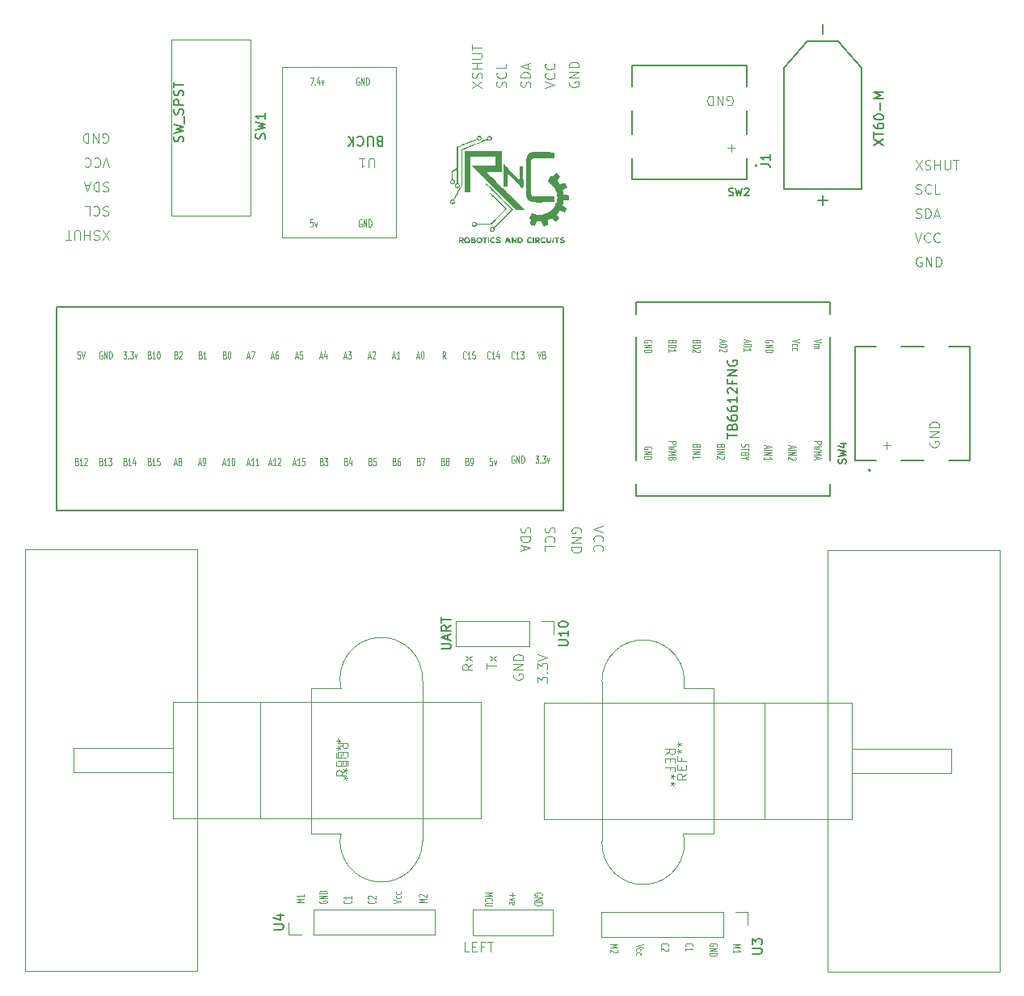
<source format=gbr>
%TF.GenerationSoftware,KiCad,Pcbnew,9.0.0*%
%TF.CreationDate,2025-04-20T11:33:30+05:30*%
%TF.ProjectId,micromouse,6d696372-6f6d-46f7-9573-652e6b696361,rev?*%
%TF.SameCoordinates,Original*%
%TF.FileFunction,Legend,Top*%
%TF.FilePolarity,Positive*%
%FSLAX46Y46*%
G04 Gerber Fmt 4.6, Leading zero omitted, Abs format (unit mm)*
G04 Created by KiCad (PCBNEW 9.0.0) date 2025-04-20 11:33:30*
%MOMM*%
%LPD*%
G01*
G04 APERTURE LIST*
%ADD10C,0.100000*%
%ADD11C,0.150000*%
%ADD12C,0.125000*%
%ADD13C,0.127000*%
%ADD14C,0.200000*%
%ADD15C,0.000000*%
%ADD16C,0.120000*%
G04 APERTURE END LIST*
D10*
X131460419Y-90516972D02*
X131460419Y-89945544D01*
X132460419Y-90231258D02*
X131460419Y-90231258D01*
X132460419Y-89707448D02*
X131793752Y-89183639D01*
X131793752Y-89707448D02*
X132460419Y-89183639D01*
X136794419Y-91993353D02*
X136794419Y-91374306D01*
X136794419Y-91374306D02*
X137175371Y-91707639D01*
X137175371Y-91707639D02*
X137175371Y-91564782D01*
X137175371Y-91564782D02*
X137222990Y-91469544D01*
X137222990Y-91469544D02*
X137270609Y-91421925D01*
X137270609Y-91421925D02*
X137365847Y-91374306D01*
X137365847Y-91374306D02*
X137603942Y-91374306D01*
X137603942Y-91374306D02*
X137699180Y-91421925D01*
X137699180Y-91421925D02*
X137746800Y-91469544D01*
X137746800Y-91469544D02*
X137794419Y-91564782D01*
X137794419Y-91564782D02*
X137794419Y-91850496D01*
X137794419Y-91850496D02*
X137746800Y-91945734D01*
X137746800Y-91945734D02*
X137699180Y-91993353D01*
X137699180Y-90945734D02*
X137746800Y-90898115D01*
X137746800Y-90898115D02*
X137794419Y-90945734D01*
X137794419Y-90945734D02*
X137746800Y-90993353D01*
X137746800Y-90993353D02*
X137699180Y-90945734D01*
X137699180Y-90945734D02*
X137794419Y-90945734D01*
X136794419Y-90564782D02*
X136794419Y-89945735D01*
X136794419Y-89945735D02*
X137175371Y-90279068D01*
X137175371Y-90279068D02*
X137175371Y-90136211D01*
X137175371Y-90136211D02*
X137222990Y-90040973D01*
X137222990Y-90040973D02*
X137270609Y-89993354D01*
X137270609Y-89993354D02*
X137365847Y-89945735D01*
X137365847Y-89945735D02*
X137603942Y-89945735D01*
X137603942Y-89945735D02*
X137699180Y-89993354D01*
X137699180Y-89993354D02*
X137746800Y-90040973D01*
X137746800Y-90040973D02*
X137794419Y-90136211D01*
X137794419Y-90136211D02*
X137794419Y-90421925D01*
X137794419Y-90421925D02*
X137746800Y-90517163D01*
X137746800Y-90517163D02*
X137699180Y-90564782D01*
X136794419Y-89660020D02*
X137794419Y-89326687D01*
X137794419Y-89326687D02*
X136794419Y-88993354D01*
X129920419Y-90056687D02*
X129444228Y-90390020D01*
X129920419Y-90628115D02*
X128920419Y-90628115D01*
X128920419Y-90628115D02*
X128920419Y-90247163D01*
X128920419Y-90247163D02*
X128968038Y-90151925D01*
X128968038Y-90151925D02*
X129015657Y-90104306D01*
X129015657Y-90104306D02*
X129110895Y-90056687D01*
X129110895Y-90056687D02*
X129253752Y-90056687D01*
X129253752Y-90056687D02*
X129348990Y-90104306D01*
X129348990Y-90104306D02*
X129396609Y-90151925D01*
X129396609Y-90151925D02*
X129444228Y-90247163D01*
X129444228Y-90247163D02*
X129444228Y-90628115D01*
X129920419Y-89723353D02*
X129253752Y-89199544D01*
X129253752Y-89723353D02*
X129920419Y-89199544D01*
X134302038Y-91120306D02*
X134254419Y-91215544D01*
X134254419Y-91215544D02*
X134254419Y-91358401D01*
X134254419Y-91358401D02*
X134302038Y-91501258D01*
X134302038Y-91501258D02*
X134397276Y-91596496D01*
X134397276Y-91596496D02*
X134492514Y-91644115D01*
X134492514Y-91644115D02*
X134682990Y-91691734D01*
X134682990Y-91691734D02*
X134825847Y-91691734D01*
X134825847Y-91691734D02*
X135016323Y-91644115D01*
X135016323Y-91644115D02*
X135111561Y-91596496D01*
X135111561Y-91596496D02*
X135206800Y-91501258D01*
X135206800Y-91501258D02*
X135254419Y-91358401D01*
X135254419Y-91358401D02*
X135254419Y-91263163D01*
X135254419Y-91263163D02*
X135206800Y-91120306D01*
X135206800Y-91120306D02*
X135159180Y-91072687D01*
X135159180Y-91072687D02*
X134825847Y-91072687D01*
X134825847Y-91072687D02*
X134825847Y-91263163D01*
X135254419Y-90644115D02*
X134254419Y-90644115D01*
X134254419Y-90644115D02*
X135254419Y-90072687D01*
X135254419Y-90072687D02*
X134254419Y-90072687D01*
X135254419Y-89596496D02*
X134254419Y-89596496D01*
X134254419Y-89596496D02*
X134254419Y-89358401D01*
X134254419Y-89358401D02*
X134302038Y-89215544D01*
X134302038Y-89215544D02*
X134397276Y-89120306D01*
X134397276Y-89120306D02*
X134492514Y-89072687D01*
X134492514Y-89072687D02*
X134682990Y-89025068D01*
X134682990Y-89025068D02*
X134825847Y-89025068D01*
X134825847Y-89025068D02*
X135016323Y-89072687D01*
X135016323Y-89072687D02*
X135111561Y-89120306D01*
X135111561Y-89120306D02*
X135206800Y-89215544D01*
X135206800Y-89215544D02*
X135254419Y-89358401D01*
X135254419Y-89358401D02*
X135254419Y-89596496D01*
D11*
X156791936Y-40902707D02*
X156906393Y-40940859D01*
X156906393Y-40940859D02*
X157097154Y-40940859D01*
X157097154Y-40940859D02*
X157173459Y-40902707D01*
X157173459Y-40902707D02*
X157211611Y-40864554D01*
X157211611Y-40864554D02*
X157249763Y-40788250D01*
X157249763Y-40788250D02*
X157249763Y-40711945D01*
X157249763Y-40711945D02*
X157211611Y-40635641D01*
X157211611Y-40635641D02*
X157173459Y-40597489D01*
X157173459Y-40597489D02*
X157097154Y-40559336D01*
X157097154Y-40559336D02*
X156944545Y-40521184D01*
X156944545Y-40521184D02*
X156868241Y-40483032D01*
X156868241Y-40483032D02*
X156830089Y-40444880D01*
X156830089Y-40444880D02*
X156791936Y-40368575D01*
X156791936Y-40368575D02*
X156791936Y-40292271D01*
X156791936Y-40292271D02*
X156830089Y-40215966D01*
X156830089Y-40215966D02*
X156868241Y-40177814D01*
X156868241Y-40177814D02*
X156944545Y-40139662D01*
X156944545Y-40139662D02*
X157135307Y-40139662D01*
X157135307Y-40139662D02*
X157249763Y-40177814D01*
X157516829Y-40139662D02*
X157707590Y-40940859D01*
X157707590Y-40940859D02*
X157860199Y-40368575D01*
X157860199Y-40368575D02*
X158012808Y-40940859D01*
X158012808Y-40940859D02*
X158203570Y-40139662D01*
X158470635Y-40215966D02*
X158508788Y-40177814D01*
X158508788Y-40177814D02*
X158585092Y-40139662D01*
X158585092Y-40139662D02*
X158775853Y-40139662D01*
X158775853Y-40139662D02*
X158852158Y-40177814D01*
X158852158Y-40177814D02*
X158890310Y-40215966D01*
X158890310Y-40215966D02*
X158928462Y-40292271D01*
X158928462Y-40292271D02*
X158928462Y-40368575D01*
X158928462Y-40368575D02*
X158890310Y-40483032D01*
X158890310Y-40483032D02*
X158432483Y-40940859D01*
X158432483Y-40940859D02*
X158928462Y-40940859D01*
D10*
X156652306Y-31432961D02*
X156747544Y-31480580D01*
X156747544Y-31480580D02*
X156890401Y-31480580D01*
X156890401Y-31480580D02*
X157033258Y-31432961D01*
X157033258Y-31432961D02*
X157128496Y-31337723D01*
X157128496Y-31337723D02*
X157176115Y-31242485D01*
X157176115Y-31242485D02*
X157223734Y-31052009D01*
X157223734Y-31052009D02*
X157223734Y-30909152D01*
X157223734Y-30909152D02*
X157176115Y-30718676D01*
X157176115Y-30718676D02*
X157128496Y-30623438D01*
X157128496Y-30623438D02*
X157033258Y-30528200D01*
X157033258Y-30528200D02*
X156890401Y-30480580D01*
X156890401Y-30480580D02*
X156795163Y-30480580D01*
X156795163Y-30480580D02*
X156652306Y-30528200D01*
X156652306Y-30528200D02*
X156604687Y-30575819D01*
X156604687Y-30575819D02*
X156604687Y-30909152D01*
X156604687Y-30909152D02*
X156795163Y-30909152D01*
X156176115Y-30480580D02*
X156176115Y-31480580D01*
X156176115Y-31480580D02*
X155604687Y-30480580D01*
X155604687Y-30480580D02*
X155604687Y-31480580D01*
X155128496Y-30480580D02*
X155128496Y-31480580D01*
X155128496Y-31480580D02*
X154890401Y-31480580D01*
X154890401Y-31480580D02*
X154747544Y-31432961D01*
X154747544Y-31432961D02*
X154652306Y-31337723D01*
X154652306Y-31337723D02*
X154604687Y-31242485D01*
X154604687Y-31242485D02*
X154557068Y-31052009D01*
X154557068Y-31052009D02*
X154557068Y-30909152D01*
X154557068Y-30909152D02*
X154604687Y-30718676D01*
X154604687Y-30718676D02*
X154652306Y-30623438D01*
X154652306Y-30623438D02*
X154747544Y-30528200D01*
X154747544Y-30528200D02*
X154890401Y-30480580D01*
X154890401Y-30480580D02*
X155128496Y-30480580D01*
X157430115Y-35941533D02*
X156668211Y-35941533D01*
X157049163Y-35560580D02*
X157049163Y-36322485D01*
D11*
X160143819Y-37626333D02*
X160858104Y-37626333D01*
X160858104Y-37626333D02*
X161000961Y-37673952D01*
X161000961Y-37673952D02*
X161096200Y-37769190D01*
X161096200Y-37769190D02*
X161143819Y-37912047D01*
X161143819Y-37912047D02*
X161143819Y-38007285D01*
X161143819Y-36626333D02*
X161143819Y-37197761D01*
X161143819Y-36912047D02*
X160143819Y-36912047D01*
X160143819Y-36912047D02*
X160286676Y-37007285D01*
X160286676Y-37007285D02*
X160381914Y-37102523D01*
X160381914Y-37102523D02*
X160429533Y-37197761D01*
X172013819Y-35705142D02*
X173013819Y-35038476D01*
X172013819Y-35038476D02*
X173013819Y-35705142D01*
X172013819Y-34800380D02*
X172013819Y-34228952D01*
X173013819Y-34514666D02*
X172013819Y-34514666D01*
X172013819Y-33467047D02*
X172013819Y-33657523D01*
X172013819Y-33657523D02*
X172061438Y-33752761D01*
X172061438Y-33752761D02*
X172109057Y-33800380D01*
X172109057Y-33800380D02*
X172251914Y-33895618D01*
X172251914Y-33895618D02*
X172442390Y-33943237D01*
X172442390Y-33943237D02*
X172823342Y-33943237D01*
X172823342Y-33943237D02*
X172918580Y-33895618D01*
X172918580Y-33895618D02*
X172966200Y-33847999D01*
X172966200Y-33847999D02*
X173013819Y-33752761D01*
X173013819Y-33752761D02*
X173013819Y-33562285D01*
X173013819Y-33562285D02*
X172966200Y-33467047D01*
X172966200Y-33467047D02*
X172918580Y-33419428D01*
X172918580Y-33419428D02*
X172823342Y-33371809D01*
X172823342Y-33371809D02*
X172585247Y-33371809D01*
X172585247Y-33371809D02*
X172490009Y-33419428D01*
X172490009Y-33419428D02*
X172442390Y-33467047D01*
X172442390Y-33467047D02*
X172394771Y-33562285D01*
X172394771Y-33562285D02*
X172394771Y-33752761D01*
X172394771Y-33752761D02*
X172442390Y-33847999D01*
X172442390Y-33847999D02*
X172490009Y-33895618D01*
X172490009Y-33895618D02*
X172585247Y-33943237D01*
X172013819Y-32752761D02*
X172013819Y-32657523D01*
X172013819Y-32657523D02*
X172061438Y-32562285D01*
X172061438Y-32562285D02*
X172109057Y-32514666D01*
X172109057Y-32514666D02*
X172204295Y-32467047D01*
X172204295Y-32467047D02*
X172394771Y-32419428D01*
X172394771Y-32419428D02*
X172632866Y-32419428D01*
X172632866Y-32419428D02*
X172823342Y-32467047D01*
X172823342Y-32467047D02*
X172918580Y-32514666D01*
X172918580Y-32514666D02*
X172966200Y-32562285D01*
X172966200Y-32562285D02*
X173013819Y-32657523D01*
X173013819Y-32657523D02*
X173013819Y-32752761D01*
X173013819Y-32752761D02*
X172966200Y-32847999D01*
X172966200Y-32847999D02*
X172918580Y-32895618D01*
X172918580Y-32895618D02*
X172823342Y-32943237D01*
X172823342Y-32943237D02*
X172632866Y-32990856D01*
X172632866Y-32990856D02*
X172394771Y-32990856D01*
X172394771Y-32990856D02*
X172204295Y-32943237D01*
X172204295Y-32943237D02*
X172109057Y-32895618D01*
X172109057Y-32895618D02*
X172061438Y-32847999D01*
X172061438Y-32847999D02*
X172013819Y-32752761D01*
X172632866Y-31990856D02*
X172632866Y-31228952D01*
X173013819Y-30752761D02*
X172013819Y-30752761D01*
X172013819Y-30752761D02*
X172728104Y-30419428D01*
X172728104Y-30419428D02*
X172013819Y-30086095D01*
X172013819Y-30086095D02*
X173013819Y-30086095D01*
D10*
X116710419Y-101151601D02*
X116234228Y-101484934D01*
X116710419Y-101723029D02*
X115710419Y-101723029D01*
X115710419Y-101723029D02*
X115710419Y-101342077D01*
X115710419Y-101342077D02*
X115758038Y-101246839D01*
X115758038Y-101246839D02*
X115805657Y-101199220D01*
X115805657Y-101199220D02*
X115900895Y-101151601D01*
X115900895Y-101151601D02*
X116043752Y-101151601D01*
X116043752Y-101151601D02*
X116138990Y-101199220D01*
X116138990Y-101199220D02*
X116186609Y-101246839D01*
X116186609Y-101246839D02*
X116234228Y-101342077D01*
X116234228Y-101342077D02*
X116234228Y-101723029D01*
X116186609Y-100723029D02*
X116186609Y-100389696D01*
X116710419Y-100246839D02*
X116710419Y-100723029D01*
X116710419Y-100723029D02*
X115710419Y-100723029D01*
X115710419Y-100723029D02*
X115710419Y-100246839D01*
X116186609Y-99484934D02*
X116186609Y-99818267D01*
X116710419Y-99818267D02*
X115710419Y-99818267D01*
X115710419Y-99818267D02*
X115710419Y-99342077D01*
X115710419Y-98818267D02*
X115948514Y-98818267D01*
X115853276Y-99056362D02*
X115948514Y-98818267D01*
X115948514Y-98818267D02*
X115853276Y-98580172D01*
X116138990Y-98961124D02*
X115948514Y-98818267D01*
X115948514Y-98818267D02*
X116138990Y-98675410D01*
X115710419Y-98056362D02*
X115948514Y-98056362D01*
X115853276Y-98294457D02*
X115948514Y-98056362D01*
X115948514Y-98056362D02*
X115853276Y-97818267D01*
X116138990Y-98199219D02*
X115948514Y-98056362D01*
X115948514Y-98056362D02*
X116138990Y-97913505D01*
D12*
X134090166Y-114025283D02*
X134090166Y-114406236D01*
X133785404Y-114215759D02*
X134394928Y-114215759D01*
X134318738Y-114596712D02*
X133785404Y-114715760D01*
X133785404Y-114715760D02*
X134318738Y-114834807D01*
X133823500Y-115215759D02*
X133785404Y-115168140D01*
X133785404Y-115168140D02*
X133785404Y-115072902D01*
X133785404Y-115072902D02*
X133823500Y-115025283D01*
X133823500Y-115025283D02*
X133899690Y-115001474D01*
X133899690Y-115001474D02*
X134204452Y-115001474D01*
X134204452Y-115001474D02*
X134280642Y-115025283D01*
X134280642Y-115025283D02*
X134318738Y-115072902D01*
X134318738Y-115072902D02*
X134318738Y-115168140D01*
X134318738Y-115168140D02*
X134280642Y-115215759D01*
X134280642Y-115215759D02*
X134204452Y-115239569D01*
X134204452Y-115239569D02*
X134128261Y-115239569D01*
X134128261Y-115239569D02*
X134052071Y-115001474D01*
X137214309Y-114287188D02*
X137252404Y-114239569D01*
X137252404Y-114239569D02*
X137252404Y-114168140D01*
X137252404Y-114168140D02*
X137214309Y-114096712D01*
X137214309Y-114096712D02*
X137138119Y-114049093D01*
X137138119Y-114049093D02*
X137061928Y-114025283D01*
X137061928Y-114025283D02*
X136909547Y-114001474D01*
X136909547Y-114001474D02*
X136795261Y-114001474D01*
X136795261Y-114001474D02*
X136642880Y-114025283D01*
X136642880Y-114025283D02*
X136566690Y-114049093D01*
X136566690Y-114049093D02*
X136490500Y-114096712D01*
X136490500Y-114096712D02*
X136452404Y-114168140D01*
X136452404Y-114168140D02*
X136452404Y-114215759D01*
X136452404Y-114215759D02*
X136490500Y-114287188D01*
X136490500Y-114287188D02*
X136528595Y-114310997D01*
X136528595Y-114310997D02*
X136795261Y-114310997D01*
X136795261Y-114310997D02*
X136795261Y-114215759D01*
X136452404Y-114525283D02*
X137252404Y-114525283D01*
X137252404Y-114525283D02*
X136452404Y-114810997D01*
X136452404Y-114810997D02*
X137252404Y-114810997D01*
X136452404Y-115049093D02*
X137252404Y-115049093D01*
X137252404Y-115049093D02*
X137252404Y-115168141D01*
X137252404Y-115168141D02*
X137214309Y-115239569D01*
X137214309Y-115239569D02*
X137138119Y-115287188D01*
X137138119Y-115287188D02*
X137061928Y-115310998D01*
X137061928Y-115310998D02*
X136909547Y-115334807D01*
X136909547Y-115334807D02*
X136795261Y-115334807D01*
X136795261Y-115334807D02*
X136642880Y-115310998D01*
X136642880Y-115310998D02*
X136566690Y-115287188D01*
X136566690Y-115287188D02*
X136490500Y-115239569D01*
X136490500Y-115239569D02*
X136452404Y-115168141D01*
X136452404Y-115168141D02*
X136452404Y-115049093D01*
D10*
X129582074Y-120176419D02*
X129105884Y-120176419D01*
X129105884Y-120176419D02*
X129105884Y-119176419D01*
X129915408Y-119652609D02*
X130248741Y-119652609D01*
X130391598Y-120176419D02*
X129915408Y-120176419D01*
X129915408Y-120176419D02*
X129915408Y-119176419D01*
X129915408Y-119176419D02*
X130391598Y-119176419D01*
X131153503Y-119652609D02*
X130820170Y-119652609D01*
X130820170Y-120176419D02*
X130820170Y-119176419D01*
X130820170Y-119176419D02*
X131296360Y-119176419D01*
X131534456Y-119176419D02*
X132105884Y-119176419D01*
X131820170Y-120176419D02*
X131820170Y-119176419D01*
D12*
X131245404Y-114025283D02*
X132045404Y-114025283D01*
X132045404Y-114025283D02*
X131473976Y-114191950D01*
X131473976Y-114191950D02*
X132045404Y-114358616D01*
X132045404Y-114358616D02*
X131245404Y-114358616D01*
X131321595Y-114882426D02*
X131283500Y-114858617D01*
X131283500Y-114858617D02*
X131245404Y-114787188D01*
X131245404Y-114787188D02*
X131245404Y-114739569D01*
X131245404Y-114739569D02*
X131283500Y-114668141D01*
X131283500Y-114668141D02*
X131359690Y-114620522D01*
X131359690Y-114620522D02*
X131435880Y-114596712D01*
X131435880Y-114596712D02*
X131588261Y-114572903D01*
X131588261Y-114572903D02*
X131702547Y-114572903D01*
X131702547Y-114572903D02*
X131854928Y-114596712D01*
X131854928Y-114596712D02*
X131931119Y-114620522D01*
X131931119Y-114620522D02*
X132007309Y-114668141D01*
X132007309Y-114668141D02*
X132045404Y-114739569D01*
X132045404Y-114739569D02*
X132045404Y-114787188D01*
X132045404Y-114787188D02*
X132007309Y-114858617D01*
X132007309Y-114858617D02*
X131969214Y-114882426D01*
X132045404Y-115096712D02*
X131397785Y-115096712D01*
X131397785Y-115096712D02*
X131321595Y-115120522D01*
X131321595Y-115120522D02*
X131283500Y-115144331D01*
X131283500Y-115144331D02*
X131245404Y-115191950D01*
X131245404Y-115191950D02*
X131245404Y-115287188D01*
X131245404Y-115287188D02*
X131283500Y-115334807D01*
X131283500Y-115334807D02*
X131321595Y-115358617D01*
X131321595Y-115358617D02*
X131397785Y-115382426D01*
X131397785Y-115382426D02*
X132045404Y-115382426D01*
D11*
X159264819Y-120395904D02*
X160074342Y-120395904D01*
X160074342Y-120395904D02*
X160169580Y-120348285D01*
X160169580Y-120348285D02*
X160217200Y-120300666D01*
X160217200Y-120300666D02*
X160264819Y-120205428D01*
X160264819Y-120205428D02*
X160264819Y-120014952D01*
X160264819Y-120014952D02*
X160217200Y-119919714D01*
X160217200Y-119919714D02*
X160169580Y-119872095D01*
X160169580Y-119872095D02*
X160074342Y-119824476D01*
X160074342Y-119824476D02*
X159264819Y-119824476D01*
X159264819Y-119443523D02*
X159264819Y-118824476D01*
X159264819Y-118824476D02*
X159645771Y-119157809D01*
X159645771Y-119157809D02*
X159645771Y-119014952D01*
X159645771Y-119014952D02*
X159693390Y-118919714D01*
X159693390Y-118919714D02*
X159741009Y-118872095D01*
X159741009Y-118872095D02*
X159836247Y-118824476D01*
X159836247Y-118824476D02*
X160074342Y-118824476D01*
X160074342Y-118824476D02*
X160169580Y-118872095D01*
X160169580Y-118872095D02*
X160217200Y-118919714D01*
X160217200Y-118919714D02*
X160264819Y-119014952D01*
X160264819Y-119014952D02*
X160264819Y-119300666D01*
X160264819Y-119300666D02*
X160217200Y-119395904D01*
X160217200Y-119395904D02*
X160169580Y-119443523D01*
D12*
X149786595Y-119612997D02*
X149748500Y-119589188D01*
X149748500Y-119589188D02*
X149710404Y-119517759D01*
X149710404Y-119517759D02*
X149710404Y-119470140D01*
X149710404Y-119470140D02*
X149748500Y-119398712D01*
X149748500Y-119398712D02*
X149824690Y-119351093D01*
X149824690Y-119351093D02*
X149900880Y-119327283D01*
X149900880Y-119327283D02*
X150053261Y-119303474D01*
X150053261Y-119303474D02*
X150167547Y-119303474D01*
X150167547Y-119303474D02*
X150319928Y-119327283D01*
X150319928Y-119327283D02*
X150396119Y-119351093D01*
X150396119Y-119351093D02*
X150472309Y-119398712D01*
X150472309Y-119398712D02*
X150510404Y-119470140D01*
X150510404Y-119470140D02*
X150510404Y-119517759D01*
X150510404Y-119517759D02*
X150472309Y-119589188D01*
X150472309Y-119589188D02*
X150434214Y-119612997D01*
X150434214Y-119803474D02*
X150472309Y-119827283D01*
X150472309Y-119827283D02*
X150510404Y-119874902D01*
X150510404Y-119874902D02*
X150510404Y-119993950D01*
X150510404Y-119993950D02*
X150472309Y-120041569D01*
X150472309Y-120041569D02*
X150434214Y-120065378D01*
X150434214Y-120065378D02*
X150358023Y-120089188D01*
X150358023Y-120089188D02*
X150281833Y-120089188D01*
X150281833Y-120089188D02*
X150167547Y-120065378D01*
X150167547Y-120065378D02*
X149710404Y-119779664D01*
X149710404Y-119779664D02*
X149710404Y-120089188D01*
X157203404Y-119454283D02*
X158003404Y-119454283D01*
X158003404Y-119454283D02*
X157431976Y-119620950D01*
X157431976Y-119620950D02*
X158003404Y-119787616D01*
X158003404Y-119787616D02*
X157203404Y-119787616D01*
X157203404Y-120287617D02*
X157203404Y-120001903D01*
X157203404Y-120144760D02*
X158003404Y-120144760D01*
X158003404Y-120144760D02*
X157889119Y-120097141D01*
X157889119Y-120097141D02*
X157812928Y-120049522D01*
X157812928Y-120049522D02*
X157774833Y-120001903D01*
X152326595Y-119612997D02*
X152288500Y-119589188D01*
X152288500Y-119589188D02*
X152250404Y-119517759D01*
X152250404Y-119517759D02*
X152250404Y-119470140D01*
X152250404Y-119470140D02*
X152288500Y-119398712D01*
X152288500Y-119398712D02*
X152364690Y-119351093D01*
X152364690Y-119351093D02*
X152440880Y-119327283D01*
X152440880Y-119327283D02*
X152593261Y-119303474D01*
X152593261Y-119303474D02*
X152707547Y-119303474D01*
X152707547Y-119303474D02*
X152859928Y-119327283D01*
X152859928Y-119327283D02*
X152936119Y-119351093D01*
X152936119Y-119351093D02*
X153012309Y-119398712D01*
X153012309Y-119398712D02*
X153050404Y-119470140D01*
X153050404Y-119470140D02*
X153050404Y-119517759D01*
X153050404Y-119517759D02*
X153012309Y-119589188D01*
X153012309Y-119589188D02*
X152974214Y-119612997D01*
X152250404Y-120089188D02*
X152250404Y-119803474D01*
X152250404Y-119946331D02*
X153050404Y-119946331D01*
X153050404Y-119946331D02*
X152936119Y-119898712D01*
X152936119Y-119898712D02*
X152859928Y-119851093D01*
X152859928Y-119851093D02*
X152821833Y-119803474D01*
X155552309Y-119589188D02*
X155590404Y-119541569D01*
X155590404Y-119541569D02*
X155590404Y-119470140D01*
X155590404Y-119470140D02*
X155552309Y-119398712D01*
X155552309Y-119398712D02*
X155476119Y-119351093D01*
X155476119Y-119351093D02*
X155399928Y-119327283D01*
X155399928Y-119327283D02*
X155247547Y-119303474D01*
X155247547Y-119303474D02*
X155133261Y-119303474D01*
X155133261Y-119303474D02*
X154980880Y-119327283D01*
X154980880Y-119327283D02*
X154904690Y-119351093D01*
X154904690Y-119351093D02*
X154828500Y-119398712D01*
X154828500Y-119398712D02*
X154790404Y-119470140D01*
X154790404Y-119470140D02*
X154790404Y-119517759D01*
X154790404Y-119517759D02*
X154828500Y-119589188D01*
X154828500Y-119589188D02*
X154866595Y-119612997D01*
X154866595Y-119612997D02*
X155133261Y-119612997D01*
X155133261Y-119612997D02*
X155133261Y-119517759D01*
X154790404Y-119827283D02*
X155590404Y-119827283D01*
X155590404Y-119827283D02*
X154790404Y-120112997D01*
X154790404Y-120112997D02*
X155590404Y-120112997D01*
X154790404Y-120351093D02*
X155590404Y-120351093D01*
X155590404Y-120351093D02*
X155590404Y-120470141D01*
X155590404Y-120470141D02*
X155552309Y-120541569D01*
X155552309Y-120541569D02*
X155476119Y-120589188D01*
X155476119Y-120589188D02*
X155399928Y-120612998D01*
X155399928Y-120612998D02*
X155247547Y-120636807D01*
X155247547Y-120636807D02*
X155133261Y-120636807D01*
X155133261Y-120636807D02*
X154980880Y-120612998D01*
X154980880Y-120612998D02*
X154904690Y-120589188D01*
X154904690Y-120589188D02*
X154828500Y-120541569D01*
X154828500Y-120541569D02*
X154790404Y-120470141D01*
X154790404Y-120470141D02*
X154790404Y-120351093D01*
X147843404Y-119382855D02*
X147043404Y-119549521D01*
X147043404Y-119549521D02*
X147843404Y-119716188D01*
X147081500Y-120097140D02*
X147043404Y-120049521D01*
X147043404Y-120049521D02*
X147043404Y-119954283D01*
X147043404Y-119954283D02*
X147081500Y-119906664D01*
X147081500Y-119906664D02*
X147119595Y-119882854D01*
X147119595Y-119882854D02*
X147195785Y-119859045D01*
X147195785Y-119859045D02*
X147424357Y-119859045D01*
X147424357Y-119859045D02*
X147500547Y-119882854D01*
X147500547Y-119882854D02*
X147538642Y-119906664D01*
X147538642Y-119906664D02*
X147576738Y-119954283D01*
X147576738Y-119954283D02*
X147576738Y-120049521D01*
X147576738Y-120049521D02*
X147538642Y-120097140D01*
X147081500Y-120525711D02*
X147043404Y-120478092D01*
X147043404Y-120478092D02*
X147043404Y-120382854D01*
X147043404Y-120382854D02*
X147081500Y-120335235D01*
X147081500Y-120335235D02*
X147119595Y-120311425D01*
X147119595Y-120311425D02*
X147195785Y-120287616D01*
X147195785Y-120287616D02*
X147424357Y-120287616D01*
X147424357Y-120287616D02*
X147500547Y-120311425D01*
X147500547Y-120311425D02*
X147538642Y-120335235D01*
X147538642Y-120335235D02*
X147576738Y-120382854D01*
X147576738Y-120382854D02*
X147576738Y-120478092D01*
X147576738Y-120478092D02*
X147538642Y-120525711D01*
X144376404Y-119454283D02*
X145176404Y-119454283D01*
X145176404Y-119454283D02*
X144604976Y-119620950D01*
X144604976Y-119620950D02*
X145176404Y-119787616D01*
X145176404Y-119787616D02*
X144376404Y-119787616D01*
X145100214Y-120001903D02*
X145138309Y-120025712D01*
X145138309Y-120025712D02*
X145176404Y-120073331D01*
X145176404Y-120073331D02*
X145176404Y-120192379D01*
X145176404Y-120192379D02*
X145138309Y-120239998D01*
X145138309Y-120239998D02*
X145100214Y-120263807D01*
X145100214Y-120263807D02*
X145024023Y-120287617D01*
X145024023Y-120287617D02*
X144947833Y-120287617D01*
X144947833Y-120287617D02*
X144833547Y-120263807D01*
X144833547Y-120263807D02*
X144376404Y-119978093D01*
X144376404Y-119978093D02*
X144376404Y-120287617D01*
X116699950Y-68818547D02*
X116771378Y-68856642D01*
X116771378Y-68856642D02*
X116795188Y-68894738D01*
X116795188Y-68894738D02*
X116818997Y-68970928D01*
X116818997Y-68970928D02*
X116818997Y-69085214D01*
X116818997Y-69085214D02*
X116795188Y-69161404D01*
X116795188Y-69161404D02*
X116771378Y-69199500D01*
X116771378Y-69199500D02*
X116723759Y-69237595D01*
X116723759Y-69237595D02*
X116533283Y-69237595D01*
X116533283Y-69237595D02*
X116533283Y-68437595D01*
X116533283Y-68437595D02*
X116699950Y-68437595D01*
X116699950Y-68437595D02*
X116747569Y-68475690D01*
X116747569Y-68475690D02*
X116771378Y-68513785D01*
X116771378Y-68513785D02*
X116795188Y-68589976D01*
X116795188Y-68589976D02*
X116795188Y-68666166D01*
X116795188Y-68666166D02*
X116771378Y-68742357D01*
X116771378Y-68742357D02*
X116747569Y-68780452D01*
X116747569Y-68780452D02*
X116699950Y-68818547D01*
X116699950Y-68818547D02*
X116533283Y-68818547D01*
X117247569Y-68704261D02*
X117247569Y-69237595D01*
X117128521Y-68399500D02*
X117009474Y-68970928D01*
X117009474Y-68970928D02*
X117318997Y-68970928D01*
X101269474Y-69009023D02*
X101507569Y-69009023D01*
X101221855Y-69237595D02*
X101388521Y-68437595D01*
X101388521Y-68437595D02*
X101555188Y-69237595D01*
X101745664Y-69237595D02*
X101840902Y-69237595D01*
X101840902Y-69237595D02*
X101888521Y-69199500D01*
X101888521Y-69199500D02*
X101912330Y-69161404D01*
X101912330Y-69161404D02*
X101959949Y-69047119D01*
X101959949Y-69047119D02*
X101983759Y-68894738D01*
X101983759Y-68894738D02*
X101983759Y-68589976D01*
X101983759Y-68589976D02*
X101959949Y-68513785D01*
X101959949Y-68513785D02*
X101936140Y-68475690D01*
X101936140Y-68475690D02*
X101888521Y-68437595D01*
X101888521Y-68437595D02*
X101793283Y-68437595D01*
X101793283Y-68437595D02*
X101745664Y-68475690D01*
X101745664Y-68475690D02*
X101721854Y-68513785D01*
X101721854Y-68513785D02*
X101698045Y-68589976D01*
X101698045Y-68589976D02*
X101698045Y-68780452D01*
X101698045Y-68780452D02*
X101721854Y-68856642D01*
X101721854Y-68856642D02*
X101745664Y-68894738D01*
X101745664Y-68894738D02*
X101793283Y-68932833D01*
X101793283Y-68932833D02*
X101888521Y-68932833D01*
X101888521Y-68932833D02*
X101936140Y-68894738D01*
X101936140Y-68894738D02*
X101959949Y-68856642D01*
X101959949Y-68856642D02*
X101983759Y-68780452D01*
X91141188Y-57299690D02*
X91093569Y-57261595D01*
X91093569Y-57261595D02*
X91022140Y-57261595D01*
X91022140Y-57261595D02*
X90950712Y-57299690D01*
X90950712Y-57299690D02*
X90903093Y-57375880D01*
X90903093Y-57375880D02*
X90879283Y-57452071D01*
X90879283Y-57452071D02*
X90855474Y-57604452D01*
X90855474Y-57604452D02*
X90855474Y-57718738D01*
X90855474Y-57718738D02*
X90879283Y-57871119D01*
X90879283Y-57871119D02*
X90903093Y-57947309D01*
X90903093Y-57947309D02*
X90950712Y-58023500D01*
X90950712Y-58023500D02*
X91022140Y-58061595D01*
X91022140Y-58061595D02*
X91069759Y-58061595D01*
X91069759Y-58061595D02*
X91141188Y-58023500D01*
X91141188Y-58023500D02*
X91164997Y-57985404D01*
X91164997Y-57985404D02*
X91164997Y-57718738D01*
X91164997Y-57718738D02*
X91069759Y-57718738D01*
X91379283Y-58061595D02*
X91379283Y-57261595D01*
X91379283Y-57261595D02*
X91664997Y-58061595D01*
X91664997Y-58061595D02*
X91664997Y-57261595D01*
X91903093Y-58061595D02*
X91903093Y-57261595D01*
X91903093Y-57261595D02*
X92022141Y-57261595D01*
X92022141Y-57261595D02*
X92093569Y-57299690D01*
X92093569Y-57299690D02*
X92141188Y-57375880D01*
X92141188Y-57375880D02*
X92164998Y-57452071D01*
X92164998Y-57452071D02*
X92188807Y-57604452D01*
X92188807Y-57604452D02*
X92188807Y-57718738D01*
X92188807Y-57718738D02*
X92164998Y-57871119D01*
X92164998Y-57871119D02*
X92141188Y-57947309D01*
X92141188Y-57947309D02*
X92093569Y-58023500D01*
X92093569Y-58023500D02*
X92022141Y-58061595D01*
X92022141Y-58061595D02*
X91903093Y-58061595D01*
X126859950Y-68818547D02*
X126931378Y-68856642D01*
X126931378Y-68856642D02*
X126955188Y-68894738D01*
X126955188Y-68894738D02*
X126978997Y-68970928D01*
X126978997Y-68970928D02*
X126978997Y-69085214D01*
X126978997Y-69085214D02*
X126955188Y-69161404D01*
X126955188Y-69161404D02*
X126931378Y-69199500D01*
X126931378Y-69199500D02*
X126883759Y-69237595D01*
X126883759Y-69237595D02*
X126693283Y-69237595D01*
X126693283Y-69237595D02*
X126693283Y-68437595D01*
X126693283Y-68437595D02*
X126859950Y-68437595D01*
X126859950Y-68437595D02*
X126907569Y-68475690D01*
X126907569Y-68475690D02*
X126931378Y-68513785D01*
X126931378Y-68513785D02*
X126955188Y-68589976D01*
X126955188Y-68589976D02*
X126955188Y-68666166D01*
X126955188Y-68666166D02*
X126931378Y-68742357D01*
X126931378Y-68742357D02*
X126907569Y-68780452D01*
X126907569Y-68780452D02*
X126859950Y-68818547D01*
X126859950Y-68818547D02*
X126693283Y-68818547D01*
X127264712Y-68780452D02*
X127217093Y-68742357D01*
X127217093Y-68742357D02*
X127193283Y-68704261D01*
X127193283Y-68704261D02*
X127169474Y-68628071D01*
X127169474Y-68628071D02*
X127169474Y-68589976D01*
X127169474Y-68589976D02*
X127193283Y-68513785D01*
X127193283Y-68513785D02*
X127217093Y-68475690D01*
X127217093Y-68475690D02*
X127264712Y-68437595D01*
X127264712Y-68437595D02*
X127359950Y-68437595D01*
X127359950Y-68437595D02*
X127407569Y-68475690D01*
X127407569Y-68475690D02*
X127431378Y-68513785D01*
X127431378Y-68513785D02*
X127455188Y-68589976D01*
X127455188Y-68589976D02*
X127455188Y-68628071D01*
X127455188Y-68628071D02*
X127431378Y-68704261D01*
X127431378Y-68704261D02*
X127407569Y-68742357D01*
X127407569Y-68742357D02*
X127359950Y-68780452D01*
X127359950Y-68780452D02*
X127264712Y-68780452D01*
X127264712Y-68780452D02*
X127217093Y-68818547D01*
X127217093Y-68818547D02*
X127193283Y-68856642D01*
X127193283Y-68856642D02*
X127169474Y-68932833D01*
X127169474Y-68932833D02*
X127169474Y-69085214D01*
X127169474Y-69085214D02*
X127193283Y-69161404D01*
X127193283Y-69161404D02*
X127217093Y-69199500D01*
X127217093Y-69199500D02*
X127264712Y-69237595D01*
X127264712Y-69237595D02*
X127359950Y-69237595D01*
X127359950Y-69237595D02*
X127407569Y-69199500D01*
X127407569Y-69199500D02*
X127431378Y-69161404D01*
X127431378Y-69161404D02*
X127455188Y-69085214D01*
X127455188Y-69085214D02*
X127455188Y-68932833D01*
X127455188Y-68932833D02*
X127431378Y-68856642D01*
X127431378Y-68856642D02*
X127407569Y-68818547D01*
X127407569Y-68818547D02*
X127359950Y-68780452D01*
X134344997Y-57985404D02*
X134321188Y-58023500D01*
X134321188Y-58023500D02*
X134249759Y-58061595D01*
X134249759Y-58061595D02*
X134202140Y-58061595D01*
X134202140Y-58061595D02*
X134130712Y-58023500D01*
X134130712Y-58023500D02*
X134083093Y-57947309D01*
X134083093Y-57947309D02*
X134059283Y-57871119D01*
X134059283Y-57871119D02*
X134035474Y-57718738D01*
X134035474Y-57718738D02*
X134035474Y-57604452D01*
X134035474Y-57604452D02*
X134059283Y-57452071D01*
X134059283Y-57452071D02*
X134083093Y-57375880D01*
X134083093Y-57375880D02*
X134130712Y-57299690D01*
X134130712Y-57299690D02*
X134202140Y-57261595D01*
X134202140Y-57261595D02*
X134249759Y-57261595D01*
X134249759Y-57261595D02*
X134321188Y-57299690D01*
X134321188Y-57299690D02*
X134344997Y-57337785D01*
X134821188Y-58061595D02*
X134535474Y-58061595D01*
X134678331Y-58061595D02*
X134678331Y-57261595D01*
X134678331Y-57261595D02*
X134630712Y-57375880D01*
X134630712Y-57375880D02*
X134583093Y-57452071D01*
X134583093Y-57452071D02*
X134535474Y-57490166D01*
X134987854Y-57261595D02*
X135297378Y-57261595D01*
X135297378Y-57261595D02*
X135130711Y-57566357D01*
X135130711Y-57566357D02*
X135202140Y-57566357D01*
X135202140Y-57566357D02*
X135249759Y-57604452D01*
X135249759Y-57604452D02*
X135273568Y-57642547D01*
X135273568Y-57642547D02*
X135297378Y-57718738D01*
X135297378Y-57718738D02*
X135297378Y-57909214D01*
X135297378Y-57909214D02*
X135273568Y-57985404D01*
X135273568Y-57985404D02*
X135249759Y-58023500D01*
X135249759Y-58023500D02*
X135202140Y-58061595D01*
X135202140Y-58061595D02*
X135059283Y-58061595D01*
X135059283Y-58061595D02*
X135011664Y-58023500D01*
X135011664Y-58023500D02*
X134987854Y-57985404D01*
X129264997Y-57985404D02*
X129241188Y-58023500D01*
X129241188Y-58023500D02*
X129169759Y-58061595D01*
X129169759Y-58061595D02*
X129122140Y-58061595D01*
X129122140Y-58061595D02*
X129050712Y-58023500D01*
X129050712Y-58023500D02*
X129003093Y-57947309D01*
X129003093Y-57947309D02*
X128979283Y-57871119D01*
X128979283Y-57871119D02*
X128955474Y-57718738D01*
X128955474Y-57718738D02*
X128955474Y-57604452D01*
X128955474Y-57604452D02*
X128979283Y-57452071D01*
X128979283Y-57452071D02*
X129003093Y-57375880D01*
X129003093Y-57375880D02*
X129050712Y-57299690D01*
X129050712Y-57299690D02*
X129122140Y-57261595D01*
X129122140Y-57261595D02*
X129169759Y-57261595D01*
X129169759Y-57261595D02*
X129241188Y-57299690D01*
X129241188Y-57299690D02*
X129264997Y-57337785D01*
X129741188Y-58061595D02*
X129455474Y-58061595D01*
X129598331Y-58061595D02*
X129598331Y-57261595D01*
X129598331Y-57261595D02*
X129550712Y-57375880D01*
X129550712Y-57375880D02*
X129503093Y-57452071D01*
X129503093Y-57452071D02*
X129455474Y-57490166D01*
X130193568Y-57261595D02*
X129955473Y-57261595D01*
X129955473Y-57261595D02*
X129931664Y-57642547D01*
X129931664Y-57642547D02*
X129955473Y-57604452D01*
X129955473Y-57604452D02*
X130003092Y-57566357D01*
X130003092Y-57566357D02*
X130122140Y-57566357D01*
X130122140Y-57566357D02*
X130169759Y-57604452D01*
X130169759Y-57604452D02*
X130193568Y-57642547D01*
X130193568Y-57642547D02*
X130217378Y-57718738D01*
X130217378Y-57718738D02*
X130217378Y-57909214D01*
X130217378Y-57909214D02*
X130193568Y-57985404D01*
X130193568Y-57985404D02*
X130169759Y-58023500D01*
X130169759Y-58023500D02*
X130122140Y-58061595D01*
X130122140Y-58061595D02*
X130003092Y-58061595D01*
X130003092Y-58061595D02*
X129955473Y-58023500D01*
X129955473Y-58023500D02*
X129931664Y-57985404D01*
X114159950Y-68818547D02*
X114231378Y-68856642D01*
X114231378Y-68856642D02*
X114255188Y-68894738D01*
X114255188Y-68894738D02*
X114278997Y-68970928D01*
X114278997Y-68970928D02*
X114278997Y-69085214D01*
X114278997Y-69085214D02*
X114255188Y-69161404D01*
X114255188Y-69161404D02*
X114231378Y-69199500D01*
X114231378Y-69199500D02*
X114183759Y-69237595D01*
X114183759Y-69237595D02*
X113993283Y-69237595D01*
X113993283Y-69237595D02*
X113993283Y-68437595D01*
X113993283Y-68437595D02*
X114159950Y-68437595D01*
X114159950Y-68437595D02*
X114207569Y-68475690D01*
X114207569Y-68475690D02*
X114231378Y-68513785D01*
X114231378Y-68513785D02*
X114255188Y-68589976D01*
X114255188Y-68589976D02*
X114255188Y-68666166D01*
X114255188Y-68666166D02*
X114231378Y-68742357D01*
X114231378Y-68742357D02*
X114207569Y-68780452D01*
X114207569Y-68780452D02*
X114159950Y-68818547D01*
X114159950Y-68818547D02*
X113993283Y-68818547D01*
X114445664Y-68437595D02*
X114755188Y-68437595D01*
X114755188Y-68437595D02*
X114588521Y-68742357D01*
X114588521Y-68742357D02*
X114659950Y-68742357D01*
X114659950Y-68742357D02*
X114707569Y-68780452D01*
X114707569Y-68780452D02*
X114731378Y-68818547D01*
X114731378Y-68818547D02*
X114755188Y-68894738D01*
X114755188Y-68894738D02*
X114755188Y-69085214D01*
X114755188Y-69085214D02*
X114731378Y-69161404D01*
X114731378Y-69161404D02*
X114707569Y-69199500D01*
X114707569Y-69199500D02*
X114659950Y-69237595D01*
X114659950Y-69237595D02*
X114517093Y-69237595D01*
X114517093Y-69237595D02*
X114469474Y-69199500D01*
X114469474Y-69199500D02*
X114445664Y-69161404D01*
X121589474Y-57833023D02*
X121827569Y-57833023D01*
X121541855Y-58061595D02*
X121708521Y-57261595D01*
X121708521Y-57261595D02*
X121875188Y-58061595D01*
X122303759Y-58061595D02*
X122018045Y-58061595D01*
X122160902Y-58061595D02*
X122160902Y-57261595D01*
X122160902Y-57261595D02*
X122113283Y-57375880D01*
X122113283Y-57375880D02*
X122065664Y-57452071D01*
X122065664Y-57452071D02*
X122018045Y-57490166D01*
X106349474Y-69009023D02*
X106587569Y-69009023D01*
X106301855Y-69237595D02*
X106468521Y-68437595D01*
X106468521Y-68437595D02*
X106635188Y-69237595D01*
X107063759Y-69237595D02*
X106778045Y-69237595D01*
X106920902Y-69237595D02*
X106920902Y-68437595D01*
X106920902Y-68437595D02*
X106873283Y-68551880D01*
X106873283Y-68551880D02*
X106825664Y-68628071D01*
X106825664Y-68628071D02*
X106778045Y-68666166D01*
X107539949Y-69237595D02*
X107254235Y-69237595D01*
X107397092Y-69237595D02*
X107397092Y-68437595D01*
X107397092Y-68437595D02*
X107349473Y-68551880D01*
X107349473Y-68551880D02*
X107301854Y-68628071D01*
X107301854Y-68628071D02*
X107254235Y-68666166D01*
X103809474Y-69009023D02*
X104047569Y-69009023D01*
X103761855Y-69237595D02*
X103928521Y-68437595D01*
X103928521Y-68437595D02*
X104095188Y-69237595D01*
X104523759Y-69237595D02*
X104238045Y-69237595D01*
X104380902Y-69237595D02*
X104380902Y-68437595D01*
X104380902Y-68437595D02*
X104333283Y-68551880D01*
X104333283Y-68551880D02*
X104285664Y-68628071D01*
X104285664Y-68628071D02*
X104238045Y-68666166D01*
X104833282Y-68437595D02*
X104880901Y-68437595D01*
X104880901Y-68437595D02*
X104928520Y-68475690D01*
X104928520Y-68475690D02*
X104952330Y-68513785D01*
X104952330Y-68513785D02*
X104976139Y-68589976D01*
X104976139Y-68589976D02*
X104999949Y-68742357D01*
X104999949Y-68742357D02*
X104999949Y-68932833D01*
X104999949Y-68932833D02*
X104976139Y-69085214D01*
X104976139Y-69085214D02*
X104952330Y-69161404D01*
X104952330Y-69161404D02*
X104928520Y-69199500D01*
X104928520Y-69199500D02*
X104880901Y-69237595D01*
X104880901Y-69237595D02*
X104833282Y-69237595D01*
X104833282Y-69237595D02*
X104785663Y-69199500D01*
X104785663Y-69199500D02*
X104761854Y-69161404D01*
X104761854Y-69161404D02*
X104738044Y-69085214D01*
X104738044Y-69085214D02*
X104714235Y-68932833D01*
X104714235Y-68932833D02*
X104714235Y-68742357D01*
X104714235Y-68742357D02*
X104738044Y-68589976D01*
X104738044Y-68589976D02*
X104761854Y-68513785D01*
X104761854Y-68513785D02*
X104785663Y-68475690D01*
X104785663Y-68475690D02*
X104833282Y-68437595D01*
X106349474Y-57833023D02*
X106587569Y-57833023D01*
X106301855Y-58061595D02*
X106468521Y-57261595D01*
X106468521Y-57261595D02*
X106635188Y-58061595D01*
X106754235Y-57261595D02*
X107087568Y-57261595D01*
X107087568Y-57261595D02*
X106873283Y-58061595D01*
X134321188Y-68221690D02*
X134273569Y-68183595D01*
X134273569Y-68183595D02*
X134202140Y-68183595D01*
X134202140Y-68183595D02*
X134130712Y-68221690D01*
X134130712Y-68221690D02*
X134083093Y-68297880D01*
X134083093Y-68297880D02*
X134059283Y-68374071D01*
X134059283Y-68374071D02*
X134035474Y-68526452D01*
X134035474Y-68526452D02*
X134035474Y-68640738D01*
X134035474Y-68640738D02*
X134059283Y-68793119D01*
X134059283Y-68793119D02*
X134083093Y-68869309D01*
X134083093Y-68869309D02*
X134130712Y-68945500D01*
X134130712Y-68945500D02*
X134202140Y-68983595D01*
X134202140Y-68983595D02*
X134249759Y-68983595D01*
X134249759Y-68983595D02*
X134321188Y-68945500D01*
X134321188Y-68945500D02*
X134344997Y-68907404D01*
X134344997Y-68907404D02*
X134344997Y-68640738D01*
X134344997Y-68640738D02*
X134249759Y-68640738D01*
X134559283Y-68983595D02*
X134559283Y-68183595D01*
X134559283Y-68183595D02*
X134844997Y-68983595D01*
X134844997Y-68983595D02*
X134844997Y-68183595D01*
X135083093Y-68983595D02*
X135083093Y-68183595D01*
X135083093Y-68183595D02*
X135202141Y-68183595D01*
X135202141Y-68183595D02*
X135273569Y-68221690D01*
X135273569Y-68221690D02*
X135321188Y-68297880D01*
X135321188Y-68297880D02*
X135344998Y-68374071D01*
X135344998Y-68374071D02*
X135368807Y-68526452D01*
X135368807Y-68526452D02*
X135368807Y-68640738D01*
X135368807Y-68640738D02*
X135344998Y-68793119D01*
X135344998Y-68793119D02*
X135321188Y-68869309D01*
X135321188Y-68869309D02*
X135273569Y-68945500D01*
X135273569Y-68945500D02*
X135202141Y-68983595D01*
X135202141Y-68983595D02*
X135083093Y-68983595D01*
X119049474Y-57833023D02*
X119287569Y-57833023D01*
X119001855Y-58061595D02*
X119168521Y-57261595D01*
X119168521Y-57261595D02*
X119335188Y-58061595D01*
X119478045Y-57337785D02*
X119501854Y-57299690D01*
X119501854Y-57299690D02*
X119549473Y-57261595D01*
X119549473Y-57261595D02*
X119668521Y-57261595D01*
X119668521Y-57261595D02*
X119716140Y-57299690D01*
X119716140Y-57299690D02*
X119739949Y-57337785D01*
X119739949Y-57337785D02*
X119763759Y-57413976D01*
X119763759Y-57413976D02*
X119763759Y-57490166D01*
X119763759Y-57490166D02*
X119739949Y-57604452D01*
X119739949Y-57604452D02*
X119454235Y-58061595D01*
X119454235Y-58061595D02*
X119763759Y-58061595D01*
X88831378Y-57261595D02*
X88593283Y-57261595D01*
X88593283Y-57261595D02*
X88569474Y-57642547D01*
X88569474Y-57642547D02*
X88593283Y-57604452D01*
X88593283Y-57604452D02*
X88640902Y-57566357D01*
X88640902Y-57566357D02*
X88759950Y-57566357D01*
X88759950Y-57566357D02*
X88807569Y-57604452D01*
X88807569Y-57604452D02*
X88831378Y-57642547D01*
X88831378Y-57642547D02*
X88855188Y-57718738D01*
X88855188Y-57718738D02*
X88855188Y-57909214D01*
X88855188Y-57909214D02*
X88831378Y-57985404D01*
X88831378Y-57985404D02*
X88807569Y-58023500D01*
X88807569Y-58023500D02*
X88759950Y-58061595D01*
X88759950Y-58061595D02*
X88640902Y-58061595D01*
X88640902Y-58061595D02*
X88593283Y-58023500D01*
X88593283Y-58023500D02*
X88569474Y-57985404D01*
X88998045Y-57261595D02*
X89164711Y-58061595D01*
X89164711Y-58061595D02*
X89331378Y-57261595D01*
X116509474Y-57833023D02*
X116747569Y-57833023D01*
X116461855Y-58061595D02*
X116628521Y-57261595D01*
X116628521Y-57261595D02*
X116795188Y-58061595D01*
X116914235Y-57261595D02*
X117223759Y-57261595D01*
X117223759Y-57261595D02*
X117057092Y-57566357D01*
X117057092Y-57566357D02*
X117128521Y-57566357D01*
X117128521Y-57566357D02*
X117176140Y-57604452D01*
X117176140Y-57604452D02*
X117199949Y-57642547D01*
X117199949Y-57642547D02*
X117223759Y-57718738D01*
X117223759Y-57718738D02*
X117223759Y-57909214D01*
X117223759Y-57909214D02*
X117199949Y-57985404D01*
X117199949Y-57985404D02*
X117176140Y-58023500D01*
X117176140Y-58023500D02*
X117128521Y-58061595D01*
X117128521Y-58061595D02*
X116985664Y-58061595D01*
X116985664Y-58061595D02*
X116938045Y-58023500D01*
X116938045Y-58023500D02*
X116914235Y-57985404D01*
X132011378Y-68437595D02*
X131773283Y-68437595D01*
X131773283Y-68437595D02*
X131749474Y-68818547D01*
X131749474Y-68818547D02*
X131773283Y-68780452D01*
X131773283Y-68780452D02*
X131820902Y-68742357D01*
X131820902Y-68742357D02*
X131939950Y-68742357D01*
X131939950Y-68742357D02*
X131987569Y-68780452D01*
X131987569Y-68780452D02*
X132011378Y-68818547D01*
X132011378Y-68818547D02*
X132035188Y-68894738D01*
X132035188Y-68894738D02*
X132035188Y-69085214D01*
X132035188Y-69085214D02*
X132011378Y-69161404D01*
X132011378Y-69161404D02*
X131987569Y-69199500D01*
X131987569Y-69199500D02*
X131939950Y-69237595D01*
X131939950Y-69237595D02*
X131820902Y-69237595D01*
X131820902Y-69237595D02*
X131773283Y-69199500D01*
X131773283Y-69199500D02*
X131749474Y-69161404D01*
X132201854Y-68704261D02*
X132320902Y-69237595D01*
X132320902Y-69237595D02*
X132439949Y-68704261D01*
X124319950Y-68818547D02*
X124391378Y-68856642D01*
X124391378Y-68856642D02*
X124415188Y-68894738D01*
X124415188Y-68894738D02*
X124438997Y-68970928D01*
X124438997Y-68970928D02*
X124438997Y-69085214D01*
X124438997Y-69085214D02*
X124415188Y-69161404D01*
X124415188Y-69161404D02*
X124391378Y-69199500D01*
X124391378Y-69199500D02*
X124343759Y-69237595D01*
X124343759Y-69237595D02*
X124153283Y-69237595D01*
X124153283Y-69237595D02*
X124153283Y-68437595D01*
X124153283Y-68437595D02*
X124319950Y-68437595D01*
X124319950Y-68437595D02*
X124367569Y-68475690D01*
X124367569Y-68475690D02*
X124391378Y-68513785D01*
X124391378Y-68513785D02*
X124415188Y-68589976D01*
X124415188Y-68589976D02*
X124415188Y-68666166D01*
X124415188Y-68666166D02*
X124391378Y-68742357D01*
X124391378Y-68742357D02*
X124367569Y-68780452D01*
X124367569Y-68780452D02*
X124319950Y-68818547D01*
X124319950Y-68818547D02*
X124153283Y-68818547D01*
X124605664Y-68437595D02*
X124938997Y-68437595D01*
X124938997Y-68437595D02*
X124724712Y-69237595D01*
X119239950Y-68818547D02*
X119311378Y-68856642D01*
X119311378Y-68856642D02*
X119335188Y-68894738D01*
X119335188Y-68894738D02*
X119358997Y-68970928D01*
X119358997Y-68970928D02*
X119358997Y-69085214D01*
X119358997Y-69085214D02*
X119335188Y-69161404D01*
X119335188Y-69161404D02*
X119311378Y-69199500D01*
X119311378Y-69199500D02*
X119263759Y-69237595D01*
X119263759Y-69237595D02*
X119073283Y-69237595D01*
X119073283Y-69237595D02*
X119073283Y-68437595D01*
X119073283Y-68437595D02*
X119239950Y-68437595D01*
X119239950Y-68437595D02*
X119287569Y-68475690D01*
X119287569Y-68475690D02*
X119311378Y-68513785D01*
X119311378Y-68513785D02*
X119335188Y-68589976D01*
X119335188Y-68589976D02*
X119335188Y-68666166D01*
X119335188Y-68666166D02*
X119311378Y-68742357D01*
X119311378Y-68742357D02*
X119287569Y-68780452D01*
X119287569Y-68780452D02*
X119239950Y-68818547D01*
X119239950Y-68818547D02*
X119073283Y-68818547D01*
X119811378Y-68437595D02*
X119573283Y-68437595D01*
X119573283Y-68437595D02*
X119549474Y-68818547D01*
X119549474Y-68818547D02*
X119573283Y-68780452D01*
X119573283Y-68780452D02*
X119620902Y-68742357D01*
X119620902Y-68742357D02*
X119739950Y-68742357D01*
X119739950Y-68742357D02*
X119787569Y-68780452D01*
X119787569Y-68780452D02*
X119811378Y-68818547D01*
X119811378Y-68818547D02*
X119835188Y-68894738D01*
X119835188Y-68894738D02*
X119835188Y-69085214D01*
X119835188Y-69085214D02*
X119811378Y-69161404D01*
X119811378Y-69161404D02*
X119787569Y-69199500D01*
X119787569Y-69199500D02*
X119739950Y-69237595D01*
X119739950Y-69237595D02*
X119620902Y-69237595D01*
X119620902Y-69237595D02*
X119573283Y-69199500D01*
X119573283Y-69199500D02*
X119549474Y-69161404D01*
X113969474Y-57833023D02*
X114207569Y-57833023D01*
X113921855Y-58061595D02*
X114088521Y-57261595D01*
X114088521Y-57261595D02*
X114255188Y-58061595D01*
X114636140Y-57528261D02*
X114636140Y-58061595D01*
X114517092Y-57223500D02*
X114398045Y-57794928D01*
X114398045Y-57794928D02*
X114707568Y-57794928D01*
X88505950Y-68818547D02*
X88577378Y-68856642D01*
X88577378Y-68856642D02*
X88601188Y-68894738D01*
X88601188Y-68894738D02*
X88624997Y-68970928D01*
X88624997Y-68970928D02*
X88624997Y-69085214D01*
X88624997Y-69085214D02*
X88601188Y-69161404D01*
X88601188Y-69161404D02*
X88577378Y-69199500D01*
X88577378Y-69199500D02*
X88529759Y-69237595D01*
X88529759Y-69237595D02*
X88339283Y-69237595D01*
X88339283Y-69237595D02*
X88339283Y-68437595D01*
X88339283Y-68437595D02*
X88505950Y-68437595D01*
X88505950Y-68437595D02*
X88553569Y-68475690D01*
X88553569Y-68475690D02*
X88577378Y-68513785D01*
X88577378Y-68513785D02*
X88601188Y-68589976D01*
X88601188Y-68589976D02*
X88601188Y-68666166D01*
X88601188Y-68666166D02*
X88577378Y-68742357D01*
X88577378Y-68742357D02*
X88553569Y-68780452D01*
X88553569Y-68780452D02*
X88505950Y-68818547D01*
X88505950Y-68818547D02*
X88339283Y-68818547D01*
X89101188Y-69237595D02*
X88815474Y-69237595D01*
X88958331Y-69237595D02*
X88958331Y-68437595D01*
X88958331Y-68437595D02*
X88910712Y-68551880D01*
X88910712Y-68551880D02*
X88863093Y-68628071D01*
X88863093Y-68628071D02*
X88815474Y-68666166D01*
X89291664Y-68513785D02*
X89315473Y-68475690D01*
X89315473Y-68475690D02*
X89363092Y-68437595D01*
X89363092Y-68437595D02*
X89482140Y-68437595D01*
X89482140Y-68437595D02*
X89529759Y-68475690D01*
X89529759Y-68475690D02*
X89553568Y-68513785D01*
X89553568Y-68513785D02*
X89577378Y-68589976D01*
X89577378Y-68589976D02*
X89577378Y-68666166D01*
X89577378Y-68666166D02*
X89553568Y-68780452D01*
X89553568Y-68780452D02*
X89267854Y-69237595D01*
X89267854Y-69237595D02*
X89577378Y-69237595D01*
X91045950Y-68818547D02*
X91117378Y-68856642D01*
X91117378Y-68856642D02*
X91141188Y-68894738D01*
X91141188Y-68894738D02*
X91164997Y-68970928D01*
X91164997Y-68970928D02*
X91164997Y-69085214D01*
X91164997Y-69085214D02*
X91141188Y-69161404D01*
X91141188Y-69161404D02*
X91117378Y-69199500D01*
X91117378Y-69199500D02*
X91069759Y-69237595D01*
X91069759Y-69237595D02*
X90879283Y-69237595D01*
X90879283Y-69237595D02*
X90879283Y-68437595D01*
X90879283Y-68437595D02*
X91045950Y-68437595D01*
X91045950Y-68437595D02*
X91093569Y-68475690D01*
X91093569Y-68475690D02*
X91117378Y-68513785D01*
X91117378Y-68513785D02*
X91141188Y-68589976D01*
X91141188Y-68589976D02*
X91141188Y-68666166D01*
X91141188Y-68666166D02*
X91117378Y-68742357D01*
X91117378Y-68742357D02*
X91093569Y-68780452D01*
X91093569Y-68780452D02*
X91045950Y-68818547D01*
X91045950Y-68818547D02*
X90879283Y-68818547D01*
X91641188Y-69237595D02*
X91355474Y-69237595D01*
X91498331Y-69237595D02*
X91498331Y-68437595D01*
X91498331Y-68437595D02*
X91450712Y-68551880D01*
X91450712Y-68551880D02*
X91403093Y-68628071D01*
X91403093Y-68628071D02*
X91355474Y-68666166D01*
X91807854Y-68437595D02*
X92117378Y-68437595D01*
X92117378Y-68437595D02*
X91950711Y-68742357D01*
X91950711Y-68742357D02*
X92022140Y-68742357D01*
X92022140Y-68742357D02*
X92069759Y-68780452D01*
X92069759Y-68780452D02*
X92093568Y-68818547D01*
X92093568Y-68818547D02*
X92117378Y-68894738D01*
X92117378Y-68894738D02*
X92117378Y-69085214D01*
X92117378Y-69085214D02*
X92093568Y-69161404D01*
X92093568Y-69161404D02*
X92069759Y-69199500D01*
X92069759Y-69199500D02*
X92022140Y-69237595D01*
X92022140Y-69237595D02*
X91879283Y-69237595D01*
X91879283Y-69237595D02*
X91831664Y-69199500D01*
X91831664Y-69199500D02*
X91807854Y-69161404D01*
X124129474Y-57833023D02*
X124367569Y-57833023D01*
X124081855Y-58061595D02*
X124248521Y-57261595D01*
X124248521Y-57261595D02*
X124415188Y-58061595D01*
X124677092Y-57261595D02*
X124724711Y-57261595D01*
X124724711Y-57261595D02*
X124772330Y-57299690D01*
X124772330Y-57299690D02*
X124796140Y-57337785D01*
X124796140Y-57337785D02*
X124819949Y-57413976D01*
X124819949Y-57413976D02*
X124843759Y-57566357D01*
X124843759Y-57566357D02*
X124843759Y-57756833D01*
X124843759Y-57756833D02*
X124819949Y-57909214D01*
X124819949Y-57909214D02*
X124796140Y-57985404D01*
X124796140Y-57985404D02*
X124772330Y-58023500D01*
X124772330Y-58023500D02*
X124724711Y-58061595D01*
X124724711Y-58061595D02*
X124677092Y-58061595D01*
X124677092Y-58061595D02*
X124629473Y-58023500D01*
X124629473Y-58023500D02*
X124605664Y-57985404D01*
X124605664Y-57985404D02*
X124581854Y-57909214D01*
X124581854Y-57909214D02*
X124558045Y-57756833D01*
X124558045Y-57756833D02*
X124558045Y-57566357D01*
X124558045Y-57566357D02*
X124581854Y-57413976D01*
X124581854Y-57413976D02*
X124605664Y-57337785D01*
X124605664Y-57337785D02*
X124629473Y-57299690D01*
X124629473Y-57299690D02*
X124677092Y-57261595D01*
X101459950Y-57642547D02*
X101531378Y-57680642D01*
X101531378Y-57680642D02*
X101555188Y-57718738D01*
X101555188Y-57718738D02*
X101578997Y-57794928D01*
X101578997Y-57794928D02*
X101578997Y-57909214D01*
X101578997Y-57909214D02*
X101555188Y-57985404D01*
X101555188Y-57985404D02*
X101531378Y-58023500D01*
X101531378Y-58023500D02*
X101483759Y-58061595D01*
X101483759Y-58061595D02*
X101293283Y-58061595D01*
X101293283Y-58061595D02*
X101293283Y-57261595D01*
X101293283Y-57261595D02*
X101459950Y-57261595D01*
X101459950Y-57261595D02*
X101507569Y-57299690D01*
X101507569Y-57299690D02*
X101531378Y-57337785D01*
X101531378Y-57337785D02*
X101555188Y-57413976D01*
X101555188Y-57413976D02*
X101555188Y-57490166D01*
X101555188Y-57490166D02*
X101531378Y-57566357D01*
X101531378Y-57566357D02*
X101507569Y-57604452D01*
X101507569Y-57604452D02*
X101459950Y-57642547D01*
X101459950Y-57642547D02*
X101293283Y-57642547D01*
X102055188Y-58061595D02*
X101769474Y-58061595D01*
X101912331Y-58061595D02*
X101912331Y-57261595D01*
X101912331Y-57261595D02*
X101864712Y-57375880D01*
X101864712Y-57375880D02*
X101817093Y-57452071D01*
X101817093Y-57452071D02*
X101769474Y-57490166D01*
X93585950Y-68818547D02*
X93657378Y-68856642D01*
X93657378Y-68856642D02*
X93681188Y-68894738D01*
X93681188Y-68894738D02*
X93704997Y-68970928D01*
X93704997Y-68970928D02*
X93704997Y-69085214D01*
X93704997Y-69085214D02*
X93681188Y-69161404D01*
X93681188Y-69161404D02*
X93657378Y-69199500D01*
X93657378Y-69199500D02*
X93609759Y-69237595D01*
X93609759Y-69237595D02*
X93419283Y-69237595D01*
X93419283Y-69237595D02*
X93419283Y-68437595D01*
X93419283Y-68437595D02*
X93585950Y-68437595D01*
X93585950Y-68437595D02*
X93633569Y-68475690D01*
X93633569Y-68475690D02*
X93657378Y-68513785D01*
X93657378Y-68513785D02*
X93681188Y-68589976D01*
X93681188Y-68589976D02*
X93681188Y-68666166D01*
X93681188Y-68666166D02*
X93657378Y-68742357D01*
X93657378Y-68742357D02*
X93633569Y-68780452D01*
X93633569Y-68780452D02*
X93585950Y-68818547D01*
X93585950Y-68818547D02*
X93419283Y-68818547D01*
X94181188Y-69237595D02*
X93895474Y-69237595D01*
X94038331Y-69237595D02*
X94038331Y-68437595D01*
X94038331Y-68437595D02*
X93990712Y-68551880D01*
X93990712Y-68551880D02*
X93943093Y-68628071D01*
X93943093Y-68628071D02*
X93895474Y-68666166D01*
X94609759Y-68704261D02*
X94609759Y-69237595D01*
X94490711Y-68399500D02*
X94371664Y-68970928D01*
X94371664Y-68970928D02*
X94681187Y-68970928D01*
X111429474Y-57833023D02*
X111667569Y-57833023D01*
X111381855Y-58061595D02*
X111548521Y-57261595D01*
X111548521Y-57261595D02*
X111715188Y-58061595D01*
X112119949Y-57261595D02*
X111881854Y-57261595D01*
X111881854Y-57261595D02*
X111858045Y-57642547D01*
X111858045Y-57642547D02*
X111881854Y-57604452D01*
X111881854Y-57604452D02*
X111929473Y-57566357D01*
X111929473Y-57566357D02*
X112048521Y-57566357D01*
X112048521Y-57566357D02*
X112096140Y-57604452D01*
X112096140Y-57604452D02*
X112119949Y-57642547D01*
X112119949Y-57642547D02*
X112143759Y-57718738D01*
X112143759Y-57718738D02*
X112143759Y-57909214D01*
X112143759Y-57909214D02*
X112119949Y-57985404D01*
X112119949Y-57985404D02*
X112096140Y-58023500D01*
X112096140Y-58023500D02*
X112048521Y-58061595D01*
X112048521Y-58061595D02*
X111929473Y-58061595D01*
X111929473Y-58061595D02*
X111881854Y-58023500D01*
X111881854Y-58023500D02*
X111858045Y-57985404D01*
X108635474Y-69009023D02*
X108873569Y-69009023D01*
X108587855Y-69237595D02*
X108754521Y-68437595D01*
X108754521Y-68437595D02*
X108921188Y-69237595D01*
X109349759Y-69237595D02*
X109064045Y-69237595D01*
X109206902Y-69237595D02*
X109206902Y-68437595D01*
X109206902Y-68437595D02*
X109159283Y-68551880D01*
X109159283Y-68551880D02*
X109111664Y-68628071D01*
X109111664Y-68628071D02*
X109064045Y-68666166D01*
X109540235Y-68513785D02*
X109564044Y-68475690D01*
X109564044Y-68475690D02*
X109611663Y-68437595D01*
X109611663Y-68437595D02*
X109730711Y-68437595D01*
X109730711Y-68437595D02*
X109778330Y-68475690D01*
X109778330Y-68475690D02*
X109802139Y-68513785D01*
X109802139Y-68513785D02*
X109825949Y-68589976D01*
X109825949Y-68589976D02*
X109825949Y-68666166D01*
X109825949Y-68666166D02*
X109802139Y-68780452D01*
X109802139Y-68780452D02*
X109516425Y-69237595D01*
X109516425Y-69237595D02*
X109825949Y-69237595D01*
X127105997Y-58061595D02*
X126939331Y-57680642D01*
X126820283Y-58061595D02*
X126820283Y-57261595D01*
X126820283Y-57261595D02*
X127010759Y-57261595D01*
X127010759Y-57261595D02*
X127058378Y-57299690D01*
X127058378Y-57299690D02*
X127082188Y-57337785D01*
X127082188Y-57337785D02*
X127105997Y-57413976D01*
X127105997Y-57413976D02*
X127105997Y-57528261D01*
X127105997Y-57528261D02*
X127082188Y-57604452D01*
X127082188Y-57604452D02*
X127058378Y-57642547D01*
X127058378Y-57642547D02*
X127010759Y-57680642D01*
X127010759Y-57680642D02*
X126820283Y-57680642D01*
X108889474Y-57833023D02*
X109127569Y-57833023D01*
X108841855Y-58061595D02*
X109008521Y-57261595D01*
X109008521Y-57261595D02*
X109175188Y-58061595D01*
X109556140Y-57261595D02*
X109460902Y-57261595D01*
X109460902Y-57261595D02*
X109413283Y-57299690D01*
X109413283Y-57299690D02*
X109389473Y-57337785D01*
X109389473Y-57337785D02*
X109341854Y-57452071D01*
X109341854Y-57452071D02*
X109318045Y-57604452D01*
X109318045Y-57604452D02*
X109318045Y-57909214D01*
X109318045Y-57909214D02*
X109341854Y-57985404D01*
X109341854Y-57985404D02*
X109365664Y-58023500D01*
X109365664Y-58023500D02*
X109413283Y-58061595D01*
X109413283Y-58061595D02*
X109508521Y-58061595D01*
X109508521Y-58061595D02*
X109556140Y-58023500D01*
X109556140Y-58023500D02*
X109579949Y-57985404D01*
X109579949Y-57985404D02*
X109603759Y-57909214D01*
X109603759Y-57909214D02*
X109603759Y-57718738D01*
X109603759Y-57718738D02*
X109579949Y-57642547D01*
X109579949Y-57642547D02*
X109556140Y-57604452D01*
X109556140Y-57604452D02*
X109508521Y-57566357D01*
X109508521Y-57566357D02*
X109413283Y-57566357D01*
X109413283Y-57566357D02*
X109365664Y-57604452D01*
X109365664Y-57604452D02*
X109341854Y-57642547D01*
X109341854Y-57642547D02*
X109318045Y-57718738D01*
X121779950Y-68818547D02*
X121851378Y-68856642D01*
X121851378Y-68856642D02*
X121875188Y-68894738D01*
X121875188Y-68894738D02*
X121898997Y-68970928D01*
X121898997Y-68970928D02*
X121898997Y-69085214D01*
X121898997Y-69085214D02*
X121875188Y-69161404D01*
X121875188Y-69161404D02*
X121851378Y-69199500D01*
X121851378Y-69199500D02*
X121803759Y-69237595D01*
X121803759Y-69237595D02*
X121613283Y-69237595D01*
X121613283Y-69237595D02*
X121613283Y-68437595D01*
X121613283Y-68437595D02*
X121779950Y-68437595D01*
X121779950Y-68437595D02*
X121827569Y-68475690D01*
X121827569Y-68475690D02*
X121851378Y-68513785D01*
X121851378Y-68513785D02*
X121875188Y-68589976D01*
X121875188Y-68589976D02*
X121875188Y-68666166D01*
X121875188Y-68666166D02*
X121851378Y-68742357D01*
X121851378Y-68742357D02*
X121827569Y-68780452D01*
X121827569Y-68780452D02*
X121779950Y-68818547D01*
X121779950Y-68818547D02*
X121613283Y-68818547D01*
X122327569Y-68437595D02*
X122232331Y-68437595D01*
X122232331Y-68437595D02*
X122184712Y-68475690D01*
X122184712Y-68475690D02*
X122160902Y-68513785D01*
X122160902Y-68513785D02*
X122113283Y-68628071D01*
X122113283Y-68628071D02*
X122089474Y-68780452D01*
X122089474Y-68780452D02*
X122089474Y-69085214D01*
X122089474Y-69085214D02*
X122113283Y-69161404D01*
X122113283Y-69161404D02*
X122137093Y-69199500D01*
X122137093Y-69199500D02*
X122184712Y-69237595D01*
X122184712Y-69237595D02*
X122279950Y-69237595D01*
X122279950Y-69237595D02*
X122327569Y-69199500D01*
X122327569Y-69199500D02*
X122351378Y-69161404D01*
X122351378Y-69161404D02*
X122375188Y-69085214D01*
X122375188Y-69085214D02*
X122375188Y-68894738D01*
X122375188Y-68894738D02*
X122351378Y-68818547D01*
X122351378Y-68818547D02*
X122327569Y-68780452D01*
X122327569Y-68780452D02*
X122279950Y-68742357D01*
X122279950Y-68742357D02*
X122184712Y-68742357D01*
X122184712Y-68742357D02*
X122137093Y-68780452D01*
X122137093Y-68780452D02*
X122113283Y-68818547D01*
X122113283Y-68818547D02*
X122089474Y-68894738D01*
X111175474Y-69009023D02*
X111413569Y-69009023D01*
X111127855Y-69237595D02*
X111294521Y-68437595D01*
X111294521Y-68437595D02*
X111461188Y-69237595D01*
X111889759Y-69237595D02*
X111604045Y-69237595D01*
X111746902Y-69237595D02*
X111746902Y-68437595D01*
X111746902Y-68437595D02*
X111699283Y-68551880D01*
X111699283Y-68551880D02*
X111651664Y-68628071D01*
X111651664Y-68628071D02*
X111604045Y-68666166D01*
X112342139Y-68437595D02*
X112104044Y-68437595D01*
X112104044Y-68437595D02*
X112080235Y-68818547D01*
X112080235Y-68818547D02*
X112104044Y-68780452D01*
X112104044Y-68780452D02*
X112151663Y-68742357D01*
X112151663Y-68742357D02*
X112270711Y-68742357D01*
X112270711Y-68742357D02*
X112318330Y-68780452D01*
X112318330Y-68780452D02*
X112342139Y-68818547D01*
X112342139Y-68818547D02*
X112365949Y-68894738D01*
X112365949Y-68894738D02*
X112365949Y-69085214D01*
X112365949Y-69085214D02*
X112342139Y-69161404D01*
X112342139Y-69161404D02*
X112318330Y-69199500D01*
X112318330Y-69199500D02*
X112270711Y-69237595D01*
X112270711Y-69237595D02*
X112151663Y-69237595D01*
X112151663Y-69237595D02*
X112104044Y-69199500D01*
X112104044Y-69199500D02*
X112080235Y-69161404D01*
X129399950Y-68818547D02*
X129471378Y-68856642D01*
X129471378Y-68856642D02*
X129495188Y-68894738D01*
X129495188Y-68894738D02*
X129518997Y-68970928D01*
X129518997Y-68970928D02*
X129518997Y-69085214D01*
X129518997Y-69085214D02*
X129495188Y-69161404D01*
X129495188Y-69161404D02*
X129471378Y-69199500D01*
X129471378Y-69199500D02*
X129423759Y-69237595D01*
X129423759Y-69237595D02*
X129233283Y-69237595D01*
X129233283Y-69237595D02*
X129233283Y-68437595D01*
X129233283Y-68437595D02*
X129399950Y-68437595D01*
X129399950Y-68437595D02*
X129447569Y-68475690D01*
X129447569Y-68475690D02*
X129471378Y-68513785D01*
X129471378Y-68513785D02*
X129495188Y-68589976D01*
X129495188Y-68589976D02*
X129495188Y-68666166D01*
X129495188Y-68666166D02*
X129471378Y-68742357D01*
X129471378Y-68742357D02*
X129447569Y-68780452D01*
X129447569Y-68780452D02*
X129399950Y-68818547D01*
X129399950Y-68818547D02*
X129233283Y-68818547D01*
X129757093Y-69237595D02*
X129852331Y-69237595D01*
X129852331Y-69237595D02*
X129899950Y-69199500D01*
X129899950Y-69199500D02*
X129923759Y-69161404D01*
X129923759Y-69161404D02*
X129971378Y-69047119D01*
X129971378Y-69047119D02*
X129995188Y-68894738D01*
X129995188Y-68894738D02*
X129995188Y-68589976D01*
X129995188Y-68589976D02*
X129971378Y-68513785D01*
X129971378Y-68513785D02*
X129947569Y-68475690D01*
X129947569Y-68475690D02*
X129899950Y-68437595D01*
X129899950Y-68437595D02*
X129804712Y-68437595D01*
X129804712Y-68437595D02*
X129757093Y-68475690D01*
X129757093Y-68475690D02*
X129733283Y-68513785D01*
X129733283Y-68513785D02*
X129709474Y-68589976D01*
X129709474Y-68589976D02*
X129709474Y-68780452D01*
X129709474Y-68780452D02*
X129733283Y-68856642D01*
X129733283Y-68856642D02*
X129757093Y-68894738D01*
X129757093Y-68894738D02*
X129804712Y-68932833D01*
X129804712Y-68932833D02*
X129899950Y-68932833D01*
X129899950Y-68932833D02*
X129947569Y-68894738D01*
X129947569Y-68894738D02*
X129971378Y-68856642D01*
X129971378Y-68856642D02*
X129995188Y-68780452D01*
X96125950Y-68818547D02*
X96197378Y-68856642D01*
X96197378Y-68856642D02*
X96221188Y-68894738D01*
X96221188Y-68894738D02*
X96244997Y-68970928D01*
X96244997Y-68970928D02*
X96244997Y-69085214D01*
X96244997Y-69085214D02*
X96221188Y-69161404D01*
X96221188Y-69161404D02*
X96197378Y-69199500D01*
X96197378Y-69199500D02*
X96149759Y-69237595D01*
X96149759Y-69237595D02*
X95959283Y-69237595D01*
X95959283Y-69237595D02*
X95959283Y-68437595D01*
X95959283Y-68437595D02*
X96125950Y-68437595D01*
X96125950Y-68437595D02*
X96173569Y-68475690D01*
X96173569Y-68475690D02*
X96197378Y-68513785D01*
X96197378Y-68513785D02*
X96221188Y-68589976D01*
X96221188Y-68589976D02*
X96221188Y-68666166D01*
X96221188Y-68666166D02*
X96197378Y-68742357D01*
X96197378Y-68742357D02*
X96173569Y-68780452D01*
X96173569Y-68780452D02*
X96125950Y-68818547D01*
X96125950Y-68818547D02*
X95959283Y-68818547D01*
X96721188Y-69237595D02*
X96435474Y-69237595D01*
X96578331Y-69237595D02*
X96578331Y-68437595D01*
X96578331Y-68437595D02*
X96530712Y-68551880D01*
X96530712Y-68551880D02*
X96483093Y-68628071D01*
X96483093Y-68628071D02*
X96435474Y-68666166D01*
X97173568Y-68437595D02*
X96935473Y-68437595D01*
X96935473Y-68437595D02*
X96911664Y-68818547D01*
X96911664Y-68818547D02*
X96935473Y-68780452D01*
X96935473Y-68780452D02*
X96983092Y-68742357D01*
X96983092Y-68742357D02*
X97102140Y-68742357D01*
X97102140Y-68742357D02*
X97149759Y-68780452D01*
X97149759Y-68780452D02*
X97173568Y-68818547D01*
X97173568Y-68818547D02*
X97197378Y-68894738D01*
X97197378Y-68894738D02*
X97197378Y-69085214D01*
X97197378Y-69085214D02*
X97173568Y-69161404D01*
X97173568Y-69161404D02*
X97149759Y-69199500D01*
X97149759Y-69199500D02*
X97102140Y-69237595D01*
X97102140Y-69237595D02*
X96983092Y-69237595D01*
X96983092Y-69237595D02*
X96935473Y-69199500D01*
X96935473Y-69199500D02*
X96911664Y-69161404D01*
X131804997Y-57985404D02*
X131781188Y-58023500D01*
X131781188Y-58023500D02*
X131709759Y-58061595D01*
X131709759Y-58061595D02*
X131662140Y-58061595D01*
X131662140Y-58061595D02*
X131590712Y-58023500D01*
X131590712Y-58023500D02*
X131543093Y-57947309D01*
X131543093Y-57947309D02*
X131519283Y-57871119D01*
X131519283Y-57871119D02*
X131495474Y-57718738D01*
X131495474Y-57718738D02*
X131495474Y-57604452D01*
X131495474Y-57604452D02*
X131519283Y-57452071D01*
X131519283Y-57452071D02*
X131543093Y-57375880D01*
X131543093Y-57375880D02*
X131590712Y-57299690D01*
X131590712Y-57299690D02*
X131662140Y-57261595D01*
X131662140Y-57261595D02*
X131709759Y-57261595D01*
X131709759Y-57261595D02*
X131781188Y-57299690D01*
X131781188Y-57299690D02*
X131804997Y-57337785D01*
X132281188Y-58061595D02*
X131995474Y-58061595D01*
X132138331Y-58061595D02*
X132138331Y-57261595D01*
X132138331Y-57261595D02*
X132090712Y-57375880D01*
X132090712Y-57375880D02*
X132043093Y-57452071D01*
X132043093Y-57452071D02*
X131995474Y-57490166D01*
X132709759Y-57528261D02*
X132709759Y-58061595D01*
X132590711Y-57223500D02*
X132471664Y-57794928D01*
X132471664Y-57794928D02*
X132781187Y-57794928D01*
X103999950Y-57642547D02*
X104071378Y-57680642D01*
X104071378Y-57680642D02*
X104095188Y-57718738D01*
X104095188Y-57718738D02*
X104118997Y-57794928D01*
X104118997Y-57794928D02*
X104118997Y-57909214D01*
X104118997Y-57909214D02*
X104095188Y-57985404D01*
X104095188Y-57985404D02*
X104071378Y-58023500D01*
X104071378Y-58023500D02*
X104023759Y-58061595D01*
X104023759Y-58061595D02*
X103833283Y-58061595D01*
X103833283Y-58061595D02*
X103833283Y-57261595D01*
X103833283Y-57261595D02*
X103999950Y-57261595D01*
X103999950Y-57261595D02*
X104047569Y-57299690D01*
X104047569Y-57299690D02*
X104071378Y-57337785D01*
X104071378Y-57337785D02*
X104095188Y-57413976D01*
X104095188Y-57413976D02*
X104095188Y-57490166D01*
X104095188Y-57490166D02*
X104071378Y-57566357D01*
X104071378Y-57566357D02*
X104047569Y-57604452D01*
X104047569Y-57604452D02*
X103999950Y-57642547D01*
X103999950Y-57642547D02*
X103833283Y-57642547D01*
X104428521Y-57261595D02*
X104476140Y-57261595D01*
X104476140Y-57261595D02*
X104523759Y-57299690D01*
X104523759Y-57299690D02*
X104547569Y-57337785D01*
X104547569Y-57337785D02*
X104571378Y-57413976D01*
X104571378Y-57413976D02*
X104595188Y-57566357D01*
X104595188Y-57566357D02*
X104595188Y-57756833D01*
X104595188Y-57756833D02*
X104571378Y-57909214D01*
X104571378Y-57909214D02*
X104547569Y-57985404D01*
X104547569Y-57985404D02*
X104523759Y-58023500D01*
X104523759Y-58023500D02*
X104476140Y-58061595D01*
X104476140Y-58061595D02*
X104428521Y-58061595D01*
X104428521Y-58061595D02*
X104380902Y-58023500D01*
X104380902Y-58023500D02*
X104357093Y-57985404D01*
X104357093Y-57985404D02*
X104333283Y-57909214D01*
X104333283Y-57909214D02*
X104309474Y-57756833D01*
X104309474Y-57756833D02*
X104309474Y-57566357D01*
X104309474Y-57566357D02*
X104333283Y-57413976D01*
X104333283Y-57413976D02*
X104357093Y-57337785D01*
X104357093Y-57337785D02*
X104380902Y-57299690D01*
X104380902Y-57299690D02*
X104428521Y-57261595D01*
X98919950Y-57642547D02*
X98991378Y-57680642D01*
X98991378Y-57680642D02*
X99015188Y-57718738D01*
X99015188Y-57718738D02*
X99038997Y-57794928D01*
X99038997Y-57794928D02*
X99038997Y-57909214D01*
X99038997Y-57909214D02*
X99015188Y-57985404D01*
X99015188Y-57985404D02*
X98991378Y-58023500D01*
X98991378Y-58023500D02*
X98943759Y-58061595D01*
X98943759Y-58061595D02*
X98753283Y-58061595D01*
X98753283Y-58061595D02*
X98753283Y-57261595D01*
X98753283Y-57261595D02*
X98919950Y-57261595D01*
X98919950Y-57261595D02*
X98967569Y-57299690D01*
X98967569Y-57299690D02*
X98991378Y-57337785D01*
X98991378Y-57337785D02*
X99015188Y-57413976D01*
X99015188Y-57413976D02*
X99015188Y-57490166D01*
X99015188Y-57490166D02*
X98991378Y-57566357D01*
X98991378Y-57566357D02*
X98967569Y-57604452D01*
X98967569Y-57604452D02*
X98919950Y-57642547D01*
X98919950Y-57642547D02*
X98753283Y-57642547D01*
X99229474Y-57337785D02*
X99253283Y-57299690D01*
X99253283Y-57299690D02*
X99300902Y-57261595D01*
X99300902Y-57261595D02*
X99419950Y-57261595D01*
X99419950Y-57261595D02*
X99467569Y-57299690D01*
X99467569Y-57299690D02*
X99491378Y-57337785D01*
X99491378Y-57337785D02*
X99515188Y-57413976D01*
X99515188Y-57413976D02*
X99515188Y-57490166D01*
X99515188Y-57490166D02*
X99491378Y-57604452D01*
X99491378Y-57604452D02*
X99205664Y-58061595D01*
X99205664Y-58061595D02*
X99515188Y-58061595D01*
X96125950Y-57642547D02*
X96197378Y-57680642D01*
X96197378Y-57680642D02*
X96221188Y-57718738D01*
X96221188Y-57718738D02*
X96244997Y-57794928D01*
X96244997Y-57794928D02*
X96244997Y-57909214D01*
X96244997Y-57909214D02*
X96221188Y-57985404D01*
X96221188Y-57985404D02*
X96197378Y-58023500D01*
X96197378Y-58023500D02*
X96149759Y-58061595D01*
X96149759Y-58061595D02*
X95959283Y-58061595D01*
X95959283Y-58061595D02*
X95959283Y-57261595D01*
X95959283Y-57261595D02*
X96125950Y-57261595D01*
X96125950Y-57261595D02*
X96173569Y-57299690D01*
X96173569Y-57299690D02*
X96197378Y-57337785D01*
X96197378Y-57337785D02*
X96221188Y-57413976D01*
X96221188Y-57413976D02*
X96221188Y-57490166D01*
X96221188Y-57490166D02*
X96197378Y-57566357D01*
X96197378Y-57566357D02*
X96173569Y-57604452D01*
X96173569Y-57604452D02*
X96125950Y-57642547D01*
X96125950Y-57642547D02*
X95959283Y-57642547D01*
X96721188Y-58061595D02*
X96435474Y-58061595D01*
X96578331Y-58061595D02*
X96578331Y-57261595D01*
X96578331Y-57261595D02*
X96530712Y-57375880D01*
X96530712Y-57375880D02*
X96483093Y-57452071D01*
X96483093Y-57452071D02*
X96435474Y-57490166D01*
X97030711Y-57261595D02*
X97078330Y-57261595D01*
X97078330Y-57261595D02*
X97125949Y-57299690D01*
X97125949Y-57299690D02*
X97149759Y-57337785D01*
X97149759Y-57337785D02*
X97173568Y-57413976D01*
X97173568Y-57413976D02*
X97197378Y-57566357D01*
X97197378Y-57566357D02*
X97197378Y-57756833D01*
X97197378Y-57756833D02*
X97173568Y-57909214D01*
X97173568Y-57909214D02*
X97149759Y-57985404D01*
X97149759Y-57985404D02*
X97125949Y-58023500D01*
X97125949Y-58023500D02*
X97078330Y-58061595D01*
X97078330Y-58061595D02*
X97030711Y-58061595D01*
X97030711Y-58061595D02*
X96983092Y-58023500D01*
X96983092Y-58023500D02*
X96959283Y-57985404D01*
X96959283Y-57985404D02*
X96935473Y-57909214D01*
X96935473Y-57909214D02*
X96911664Y-57756833D01*
X96911664Y-57756833D02*
X96911664Y-57566357D01*
X96911664Y-57566357D02*
X96935473Y-57413976D01*
X96935473Y-57413976D02*
X96959283Y-57337785D01*
X96959283Y-57337785D02*
X96983092Y-57299690D01*
X96983092Y-57299690D02*
X97030711Y-57261595D01*
X98729474Y-69009023D02*
X98967569Y-69009023D01*
X98681855Y-69237595D02*
X98848521Y-68437595D01*
X98848521Y-68437595D02*
X99015188Y-69237595D01*
X99253283Y-68780452D02*
X99205664Y-68742357D01*
X99205664Y-68742357D02*
X99181854Y-68704261D01*
X99181854Y-68704261D02*
X99158045Y-68628071D01*
X99158045Y-68628071D02*
X99158045Y-68589976D01*
X99158045Y-68589976D02*
X99181854Y-68513785D01*
X99181854Y-68513785D02*
X99205664Y-68475690D01*
X99205664Y-68475690D02*
X99253283Y-68437595D01*
X99253283Y-68437595D02*
X99348521Y-68437595D01*
X99348521Y-68437595D02*
X99396140Y-68475690D01*
X99396140Y-68475690D02*
X99419949Y-68513785D01*
X99419949Y-68513785D02*
X99443759Y-68589976D01*
X99443759Y-68589976D02*
X99443759Y-68628071D01*
X99443759Y-68628071D02*
X99419949Y-68704261D01*
X99419949Y-68704261D02*
X99396140Y-68742357D01*
X99396140Y-68742357D02*
X99348521Y-68780452D01*
X99348521Y-68780452D02*
X99253283Y-68780452D01*
X99253283Y-68780452D02*
X99205664Y-68818547D01*
X99205664Y-68818547D02*
X99181854Y-68856642D01*
X99181854Y-68856642D02*
X99158045Y-68932833D01*
X99158045Y-68932833D02*
X99158045Y-69085214D01*
X99158045Y-69085214D02*
X99181854Y-69161404D01*
X99181854Y-69161404D02*
X99205664Y-69199500D01*
X99205664Y-69199500D02*
X99253283Y-69237595D01*
X99253283Y-69237595D02*
X99348521Y-69237595D01*
X99348521Y-69237595D02*
X99396140Y-69199500D01*
X99396140Y-69199500D02*
X99419949Y-69161404D01*
X99419949Y-69161404D02*
X99443759Y-69085214D01*
X99443759Y-69085214D02*
X99443759Y-68932833D01*
X99443759Y-68932833D02*
X99419949Y-68856642D01*
X99419949Y-68856642D02*
X99396140Y-68818547D01*
X99396140Y-68818547D02*
X99348521Y-68780452D01*
X136551664Y-68183595D02*
X136861188Y-68183595D01*
X136861188Y-68183595D02*
X136694521Y-68488357D01*
X136694521Y-68488357D02*
X136765950Y-68488357D01*
X136765950Y-68488357D02*
X136813569Y-68526452D01*
X136813569Y-68526452D02*
X136837378Y-68564547D01*
X136837378Y-68564547D02*
X136861188Y-68640738D01*
X136861188Y-68640738D02*
X136861188Y-68831214D01*
X136861188Y-68831214D02*
X136837378Y-68907404D01*
X136837378Y-68907404D02*
X136813569Y-68945500D01*
X136813569Y-68945500D02*
X136765950Y-68983595D01*
X136765950Y-68983595D02*
X136623093Y-68983595D01*
X136623093Y-68983595D02*
X136575474Y-68945500D01*
X136575474Y-68945500D02*
X136551664Y-68907404D01*
X137075473Y-68907404D02*
X137099283Y-68945500D01*
X137099283Y-68945500D02*
X137075473Y-68983595D01*
X137075473Y-68983595D02*
X137051664Y-68945500D01*
X137051664Y-68945500D02*
X137075473Y-68907404D01*
X137075473Y-68907404D02*
X137075473Y-68983595D01*
X137265949Y-68183595D02*
X137575473Y-68183595D01*
X137575473Y-68183595D02*
X137408806Y-68488357D01*
X137408806Y-68488357D02*
X137480235Y-68488357D01*
X137480235Y-68488357D02*
X137527854Y-68526452D01*
X137527854Y-68526452D02*
X137551663Y-68564547D01*
X137551663Y-68564547D02*
X137575473Y-68640738D01*
X137575473Y-68640738D02*
X137575473Y-68831214D01*
X137575473Y-68831214D02*
X137551663Y-68907404D01*
X137551663Y-68907404D02*
X137527854Y-68945500D01*
X137527854Y-68945500D02*
X137480235Y-68983595D01*
X137480235Y-68983595D02*
X137337378Y-68983595D01*
X137337378Y-68983595D02*
X137289759Y-68945500D01*
X137289759Y-68945500D02*
X137265949Y-68907404D01*
X137742139Y-68450261D02*
X137861187Y-68983595D01*
X137861187Y-68983595D02*
X137980234Y-68450261D01*
X93371664Y-57261595D02*
X93681188Y-57261595D01*
X93681188Y-57261595D02*
X93514521Y-57566357D01*
X93514521Y-57566357D02*
X93585950Y-57566357D01*
X93585950Y-57566357D02*
X93633569Y-57604452D01*
X93633569Y-57604452D02*
X93657378Y-57642547D01*
X93657378Y-57642547D02*
X93681188Y-57718738D01*
X93681188Y-57718738D02*
X93681188Y-57909214D01*
X93681188Y-57909214D02*
X93657378Y-57985404D01*
X93657378Y-57985404D02*
X93633569Y-58023500D01*
X93633569Y-58023500D02*
X93585950Y-58061595D01*
X93585950Y-58061595D02*
X93443093Y-58061595D01*
X93443093Y-58061595D02*
X93395474Y-58023500D01*
X93395474Y-58023500D02*
X93371664Y-57985404D01*
X93895473Y-57985404D02*
X93919283Y-58023500D01*
X93919283Y-58023500D02*
X93895473Y-58061595D01*
X93895473Y-58061595D02*
X93871664Y-58023500D01*
X93871664Y-58023500D02*
X93895473Y-57985404D01*
X93895473Y-57985404D02*
X93895473Y-58061595D01*
X94085949Y-57261595D02*
X94395473Y-57261595D01*
X94395473Y-57261595D02*
X94228806Y-57566357D01*
X94228806Y-57566357D02*
X94300235Y-57566357D01*
X94300235Y-57566357D02*
X94347854Y-57604452D01*
X94347854Y-57604452D02*
X94371663Y-57642547D01*
X94371663Y-57642547D02*
X94395473Y-57718738D01*
X94395473Y-57718738D02*
X94395473Y-57909214D01*
X94395473Y-57909214D02*
X94371663Y-57985404D01*
X94371663Y-57985404D02*
X94347854Y-58023500D01*
X94347854Y-58023500D02*
X94300235Y-58061595D01*
X94300235Y-58061595D02*
X94157378Y-58061595D01*
X94157378Y-58061595D02*
X94109759Y-58023500D01*
X94109759Y-58023500D02*
X94085949Y-57985404D01*
X94562139Y-57528261D02*
X94681187Y-58061595D01*
X94681187Y-58061595D02*
X94800234Y-57528261D01*
X136781855Y-57261595D02*
X136948521Y-58061595D01*
X136948521Y-58061595D02*
X137115188Y-57261595D01*
X137448521Y-57642547D02*
X137519949Y-57680642D01*
X137519949Y-57680642D02*
X137543759Y-57718738D01*
X137543759Y-57718738D02*
X137567568Y-57794928D01*
X137567568Y-57794928D02*
X137567568Y-57909214D01*
X137567568Y-57909214D02*
X137543759Y-57985404D01*
X137543759Y-57985404D02*
X137519949Y-58023500D01*
X137519949Y-58023500D02*
X137472330Y-58061595D01*
X137472330Y-58061595D02*
X137281854Y-58061595D01*
X137281854Y-58061595D02*
X137281854Y-57261595D01*
X137281854Y-57261595D02*
X137448521Y-57261595D01*
X137448521Y-57261595D02*
X137496140Y-57299690D01*
X137496140Y-57299690D02*
X137519949Y-57337785D01*
X137519949Y-57337785D02*
X137543759Y-57413976D01*
X137543759Y-57413976D02*
X137543759Y-57490166D01*
X137543759Y-57490166D02*
X137519949Y-57566357D01*
X137519949Y-57566357D02*
X137496140Y-57604452D01*
X137496140Y-57604452D02*
X137448521Y-57642547D01*
X137448521Y-57642547D02*
X137281854Y-57642547D01*
D11*
X169042687Y-69012463D02*
X169080839Y-68898006D01*
X169080839Y-68898006D02*
X169080839Y-68707245D01*
X169080839Y-68707245D02*
X169042687Y-68630940D01*
X169042687Y-68630940D02*
X169004534Y-68592788D01*
X169004534Y-68592788D02*
X168928230Y-68554636D01*
X168928230Y-68554636D02*
X168851925Y-68554636D01*
X168851925Y-68554636D02*
X168775621Y-68592788D01*
X168775621Y-68592788D02*
X168737469Y-68630940D01*
X168737469Y-68630940D02*
X168699316Y-68707245D01*
X168699316Y-68707245D02*
X168661164Y-68859854D01*
X168661164Y-68859854D02*
X168623012Y-68936158D01*
X168623012Y-68936158D02*
X168584860Y-68974310D01*
X168584860Y-68974310D02*
X168508555Y-69012463D01*
X168508555Y-69012463D02*
X168432251Y-69012463D01*
X168432251Y-69012463D02*
X168355946Y-68974310D01*
X168355946Y-68974310D02*
X168317794Y-68936158D01*
X168317794Y-68936158D02*
X168279642Y-68859854D01*
X168279642Y-68859854D02*
X168279642Y-68669092D01*
X168279642Y-68669092D02*
X168317794Y-68554636D01*
X168279642Y-68287570D02*
X169080839Y-68096809D01*
X169080839Y-68096809D02*
X168508555Y-67944200D01*
X168508555Y-67944200D02*
X169080839Y-67791591D01*
X169080839Y-67791591D02*
X168279642Y-67600830D01*
X168546707Y-66952241D02*
X169080839Y-66952241D01*
X168241490Y-67143002D02*
X168813773Y-67333764D01*
X168813773Y-67333764D02*
X168813773Y-66837784D01*
D10*
X177863038Y-66736306D02*
X177815419Y-66831544D01*
X177815419Y-66831544D02*
X177815419Y-66974401D01*
X177815419Y-66974401D02*
X177863038Y-67117258D01*
X177863038Y-67117258D02*
X177958276Y-67212496D01*
X177958276Y-67212496D02*
X178053514Y-67260115D01*
X178053514Y-67260115D02*
X178243990Y-67307734D01*
X178243990Y-67307734D02*
X178386847Y-67307734D01*
X178386847Y-67307734D02*
X178577323Y-67260115D01*
X178577323Y-67260115D02*
X178672561Y-67212496D01*
X178672561Y-67212496D02*
X178767800Y-67117258D01*
X178767800Y-67117258D02*
X178815419Y-66974401D01*
X178815419Y-66974401D02*
X178815419Y-66879163D01*
X178815419Y-66879163D02*
X178767800Y-66736306D01*
X178767800Y-66736306D02*
X178720180Y-66688687D01*
X178720180Y-66688687D02*
X178386847Y-66688687D01*
X178386847Y-66688687D02*
X178386847Y-66879163D01*
X178815419Y-66260115D02*
X177815419Y-66260115D01*
X177815419Y-66260115D02*
X178815419Y-65688687D01*
X178815419Y-65688687D02*
X177815419Y-65688687D01*
X178815419Y-65212496D02*
X177815419Y-65212496D01*
X177815419Y-65212496D02*
X177815419Y-64974401D01*
X177815419Y-64974401D02*
X177863038Y-64831544D01*
X177863038Y-64831544D02*
X177958276Y-64736306D01*
X177958276Y-64736306D02*
X178053514Y-64688687D01*
X178053514Y-64688687D02*
X178243990Y-64641068D01*
X178243990Y-64641068D02*
X178386847Y-64641068D01*
X178386847Y-64641068D02*
X178577323Y-64688687D01*
X178577323Y-64688687D02*
X178672561Y-64736306D01*
X178672561Y-64736306D02*
X178767800Y-64831544D01*
X178767800Y-64831544D02*
X178815419Y-64974401D01*
X178815419Y-64974401D02*
X178815419Y-65212496D01*
X173354466Y-67514115D02*
X173354466Y-66752211D01*
X173735419Y-67133163D02*
X172973514Y-67133163D01*
D11*
X156680819Y-66372856D02*
X156680819Y-65801428D01*
X157680819Y-66087142D02*
X156680819Y-66087142D01*
X157157009Y-65134761D02*
X157204628Y-64991904D01*
X157204628Y-64991904D02*
X157252247Y-64944285D01*
X157252247Y-64944285D02*
X157347485Y-64896666D01*
X157347485Y-64896666D02*
X157490342Y-64896666D01*
X157490342Y-64896666D02*
X157585580Y-64944285D01*
X157585580Y-64944285D02*
X157633200Y-64991904D01*
X157633200Y-64991904D02*
X157680819Y-65087142D01*
X157680819Y-65087142D02*
X157680819Y-65468094D01*
X157680819Y-65468094D02*
X156680819Y-65468094D01*
X156680819Y-65468094D02*
X156680819Y-65134761D01*
X156680819Y-65134761D02*
X156728438Y-65039523D01*
X156728438Y-65039523D02*
X156776057Y-64991904D01*
X156776057Y-64991904D02*
X156871295Y-64944285D01*
X156871295Y-64944285D02*
X156966533Y-64944285D01*
X156966533Y-64944285D02*
X157061771Y-64991904D01*
X157061771Y-64991904D02*
X157109390Y-65039523D01*
X157109390Y-65039523D02*
X157157009Y-65134761D01*
X157157009Y-65134761D02*
X157157009Y-65468094D01*
X156680819Y-64039523D02*
X156680819Y-64229999D01*
X156680819Y-64229999D02*
X156728438Y-64325237D01*
X156728438Y-64325237D02*
X156776057Y-64372856D01*
X156776057Y-64372856D02*
X156918914Y-64468094D01*
X156918914Y-64468094D02*
X157109390Y-64515713D01*
X157109390Y-64515713D02*
X157490342Y-64515713D01*
X157490342Y-64515713D02*
X157585580Y-64468094D01*
X157585580Y-64468094D02*
X157633200Y-64420475D01*
X157633200Y-64420475D02*
X157680819Y-64325237D01*
X157680819Y-64325237D02*
X157680819Y-64134761D01*
X157680819Y-64134761D02*
X157633200Y-64039523D01*
X157633200Y-64039523D02*
X157585580Y-63991904D01*
X157585580Y-63991904D02*
X157490342Y-63944285D01*
X157490342Y-63944285D02*
X157252247Y-63944285D01*
X157252247Y-63944285D02*
X157157009Y-63991904D01*
X157157009Y-63991904D02*
X157109390Y-64039523D01*
X157109390Y-64039523D02*
X157061771Y-64134761D01*
X157061771Y-64134761D02*
X157061771Y-64325237D01*
X157061771Y-64325237D02*
X157109390Y-64420475D01*
X157109390Y-64420475D02*
X157157009Y-64468094D01*
X157157009Y-64468094D02*
X157252247Y-64515713D01*
X156680819Y-63087142D02*
X156680819Y-63277618D01*
X156680819Y-63277618D02*
X156728438Y-63372856D01*
X156728438Y-63372856D02*
X156776057Y-63420475D01*
X156776057Y-63420475D02*
X156918914Y-63515713D01*
X156918914Y-63515713D02*
X157109390Y-63563332D01*
X157109390Y-63563332D02*
X157490342Y-63563332D01*
X157490342Y-63563332D02*
X157585580Y-63515713D01*
X157585580Y-63515713D02*
X157633200Y-63468094D01*
X157633200Y-63468094D02*
X157680819Y-63372856D01*
X157680819Y-63372856D02*
X157680819Y-63182380D01*
X157680819Y-63182380D02*
X157633200Y-63087142D01*
X157633200Y-63087142D02*
X157585580Y-63039523D01*
X157585580Y-63039523D02*
X157490342Y-62991904D01*
X157490342Y-62991904D02*
X157252247Y-62991904D01*
X157252247Y-62991904D02*
X157157009Y-63039523D01*
X157157009Y-63039523D02*
X157109390Y-63087142D01*
X157109390Y-63087142D02*
X157061771Y-63182380D01*
X157061771Y-63182380D02*
X157061771Y-63372856D01*
X157061771Y-63372856D02*
X157109390Y-63468094D01*
X157109390Y-63468094D02*
X157157009Y-63515713D01*
X157157009Y-63515713D02*
X157252247Y-63563332D01*
X157680819Y-62039523D02*
X157680819Y-62610951D01*
X157680819Y-62325237D02*
X156680819Y-62325237D01*
X156680819Y-62325237D02*
X156823676Y-62420475D01*
X156823676Y-62420475D02*
X156918914Y-62515713D01*
X156918914Y-62515713D02*
X156966533Y-62610951D01*
X156776057Y-61658570D02*
X156728438Y-61610951D01*
X156728438Y-61610951D02*
X156680819Y-61515713D01*
X156680819Y-61515713D02*
X156680819Y-61277618D01*
X156680819Y-61277618D02*
X156728438Y-61182380D01*
X156728438Y-61182380D02*
X156776057Y-61134761D01*
X156776057Y-61134761D02*
X156871295Y-61087142D01*
X156871295Y-61087142D02*
X156966533Y-61087142D01*
X156966533Y-61087142D02*
X157109390Y-61134761D01*
X157109390Y-61134761D02*
X157680819Y-61706189D01*
X157680819Y-61706189D02*
X157680819Y-61087142D01*
X157157009Y-60325237D02*
X157157009Y-60658570D01*
X157680819Y-60658570D02*
X156680819Y-60658570D01*
X156680819Y-60658570D02*
X156680819Y-60182380D01*
X157680819Y-59801427D02*
X156680819Y-59801427D01*
X156680819Y-59801427D02*
X157680819Y-59229999D01*
X157680819Y-59229999D02*
X156680819Y-59229999D01*
X156728438Y-58229999D02*
X156680819Y-58325237D01*
X156680819Y-58325237D02*
X156680819Y-58468094D01*
X156680819Y-58468094D02*
X156728438Y-58610951D01*
X156728438Y-58610951D02*
X156823676Y-58706189D01*
X156823676Y-58706189D02*
X156918914Y-58753808D01*
X156918914Y-58753808D02*
X157109390Y-58801427D01*
X157109390Y-58801427D02*
X157252247Y-58801427D01*
X157252247Y-58801427D02*
X157442723Y-58753808D01*
X157442723Y-58753808D02*
X157537961Y-58706189D01*
X157537961Y-58706189D02*
X157633200Y-58610951D01*
X157633200Y-58610951D02*
X157680819Y-58468094D01*
X157680819Y-58468094D02*
X157680819Y-58372856D01*
X157680819Y-58372856D02*
X157633200Y-58229999D01*
X157633200Y-58229999D02*
X157585580Y-58182380D01*
X157585580Y-58182380D02*
X157252247Y-58182380D01*
X157252247Y-58182380D02*
X157252247Y-58372856D01*
D12*
X166512404Y-56009855D02*
X165712404Y-56176521D01*
X165712404Y-56176521D02*
X166512404Y-56343188D01*
X165712404Y-56509854D02*
X166245738Y-56509854D01*
X166169547Y-56509854D02*
X166207642Y-56533664D01*
X166207642Y-56533664D02*
X166245738Y-56581283D01*
X166245738Y-56581283D02*
X166245738Y-56652711D01*
X166245738Y-56652711D02*
X166207642Y-56700330D01*
X166207642Y-56700330D02*
X166131452Y-56724140D01*
X166131452Y-56724140D02*
X165712404Y-56724140D01*
X166131452Y-56724140D02*
X166207642Y-56747949D01*
X166207642Y-56747949D02*
X166245738Y-56795568D01*
X166245738Y-56795568D02*
X166245738Y-56866997D01*
X166245738Y-56866997D02*
X166207642Y-56914616D01*
X166207642Y-56914616D02*
X166131452Y-56938426D01*
X166131452Y-56938426D02*
X165712404Y-56938426D01*
X150891452Y-56247950D02*
X150853357Y-56319378D01*
X150853357Y-56319378D02*
X150815261Y-56343188D01*
X150815261Y-56343188D02*
X150739071Y-56366997D01*
X150739071Y-56366997D02*
X150624785Y-56366997D01*
X150624785Y-56366997D02*
X150548595Y-56343188D01*
X150548595Y-56343188D02*
X150510500Y-56319378D01*
X150510500Y-56319378D02*
X150472404Y-56271759D01*
X150472404Y-56271759D02*
X150472404Y-56081283D01*
X150472404Y-56081283D02*
X151272404Y-56081283D01*
X151272404Y-56081283D02*
X151272404Y-56247950D01*
X151272404Y-56247950D02*
X151234309Y-56295569D01*
X151234309Y-56295569D02*
X151196214Y-56319378D01*
X151196214Y-56319378D02*
X151120023Y-56343188D01*
X151120023Y-56343188D02*
X151043833Y-56343188D01*
X151043833Y-56343188D02*
X150967642Y-56319378D01*
X150967642Y-56319378D02*
X150929547Y-56295569D01*
X150929547Y-56295569D02*
X150891452Y-56247950D01*
X150891452Y-56247950D02*
X150891452Y-56081283D01*
X151272404Y-56676521D02*
X151272404Y-56724140D01*
X151272404Y-56724140D02*
X151234309Y-56771759D01*
X151234309Y-56771759D02*
X151196214Y-56795569D01*
X151196214Y-56795569D02*
X151120023Y-56819378D01*
X151120023Y-56819378D02*
X150967642Y-56843188D01*
X150967642Y-56843188D02*
X150777166Y-56843188D01*
X150777166Y-56843188D02*
X150624785Y-56819378D01*
X150624785Y-56819378D02*
X150548595Y-56795569D01*
X150548595Y-56795569D02*
X150510500Y-56771759D01*
X150510500Y-56771759D02*
X150472404Y-56724140D01*
X150472404Y-56724140D02*
X150472404Y-56676521D01*
X150472404Y-56676521D02*
X150510500Y-56628902D01*
X150510500Y-56628902D02*
X150548595Y-56605093D01*
X150548595Y-56605093D02*
X150624785Y-56581283D01*
X150624785Y-56581283D02*
X150777166Y-56557474D01*
X150777166Y-56557474D02*
X150967642Y-56557474D01*
X150967642Y-56557474D02*
X151120023Y-56581283D01*
X151120023Y-56581283D02*
X151196214Y-56605093D01*
X151196214Y-56605093D02*
X151234309Y-56628902D01*
X151234309Y-56628902D02*
X151272404Y-56676521D01*
X150472404Y-57319378D02*
X150472404Y-57033664D01*
X150472404Y-57176521D02*
X151272404Y-57176521D01*
X151272404Y-57176521D02*
X151158119Y-57128902D01*
X151158119Y-57128902D02*
X151081928Y-57081283D01*
X151081928Y-57081283D02*
X151043833Y-57033664D01*
X153431452Y-67169950D02*
X153393357Y-67241378D01*
X153393357Y-67241378D02*
X153355261Y-67265188D01*
X153355261Y-67265188D02*
X153279071Y-67288997D01*
X153279071Y-67288997D02*
X153164785Y-67288997D01*
X153164785Y-67288997D02*
X153088595Y-67265188D01*
X153088595Y-67265188D02*
X153050500Y-67241378D01*
X153050500Y-67241378D02*
X153012404Y-67193759D01*
X153012404Y-67193759D02*
X153012404Y-67003283D01*
X153012404Y-67003283D02*
X153812404Y-67003283D01*
X153812404Y-67003283D02*
X153812404Y-67169950D01*
X153812404Y-67169950D02*
X153774309Y-67217569D01*
X153774309Y-67217569D02*
X153736214Y-67241378D01*
X153736214Y-67241378D02*
X153660023Y-67265188D01*
X153660023Y-67265188D02*
X153583833Y-67265188D01*
X153583833Y-67265188D02*
X153507642Y-67241378D01*
X153507642Y-67241378D02*
X153469547Y-67217569D01*
X153469547Y-67217569D02*
X153431452Y-67169950D01*
X153431452Y-67169950D02*
X153431452Y-67003283D01*
X153012404Y-67503283D02*
X153812404Y-67503283D01*
X153012404Y-67741378D02*
X153812404Y-67741378D01*
X153812404Y-67741378D02*
X153012404Y-68027092D01*
X153012404Y-68027092D02*
X153812404Y-68027092D01*
X153012404Y-68527093D02*
X153012404Y-68241379D01*
X153012404Y-68384236D02*
X153812404Y-68384236D01*
X153812404Y-68384236D02*
X153698119Y-68336617D01*
X153698119Y-68336617D02*
X153621928Y-68288998D01*
X153621928Y-68288998D02*
X153583833Y-68241379D01*
X150472404Y-66685283D02*
X151272404Y-66685283D01*
X151272404Y-66685283D02*
X151272404Y-66875759D01*
X151272404Y-66875759D02*
X151234309Y-66923378D01*
X151234309Y-66923378D02*
X151196214Y-66947188D01*
X151196214Y-66947188D02*
X151120023Y-66970997D01*
X151120023Y-66970997D02*
X151005738Y-66970997D01*
X151005738Y-66970997D02*
X150929547Y-66947188D01*
X150929547Y-66947188D02*
X150891452Y-66923378D01*
X150891452Y-66923378D02*
X150853357Y-66875759D01*
X150853357Y-66875759D02*
X150853357Y-66685283D01*
X151272404Y-67137664D02*
X150472404Y-67256712D01*
X150472404Y-67256712D02*
X151043833Y-67351950D01*
X151043833Y-67351950D02*
X150472404Y-67447188D01*
X150472404Y-67447188D02*
X151272404Y-67566236D01*
X150472404Y-67756712D02*
X151272404Y-67756712D01*
X151272404Y-67756712D02*
X150700976Y-67923379D01*
X150700976Y-67923379D02*
X151272404Y-68090045D01*
X151272404Y-68090045D02*
X150472404Y-68090045D01*
X150891452Y-68494808D02*
X150853357Y-68566236D01*
X150853357Y-68566236D02*
X150815261Y-68590046D01*
X150815261Y-68590046D02*
X150739071Y-68613855D01*
X150739071Y-68613855D02*
X150624785Y-68613855D01*
X150624785Y-68613855D02*
X150548595Y-68590046D01*
X150548595Y-68590046D02*
X150510500Y-68566236D01*
X150510500Y-68566236D02*
X150472404Y-68518617D01*
X150472404Y-68518617D02*
X150472404Y-68328141D01*
X150472404Y-68328141D02*
X151272404Y-68328141D01*
X151272404Y-68328141D02*
X151272404Y-68494808D01*
X151272404Y-68494808D02*
X151234309Y-68542427D01*
X151234309Y-68542427D02*
X151196214Y-68566236D01*
X151196214Y-68566236D02*
X151120023Y-68590046D01*
X151120023Y-68590046D02*
X151043833Y-68590046D01*
X151043833Y-68590046D02*
X150967642Y-68566236D01*
X150967642Y-68566236D02*
X150929547Y-68542427D01*
X150929547Y-68542427D02*
X150891452Y-68494808D01*
X150891452Y-68494808D02*
X150891452Y-68328141D01*
X153431452Y-56247950D02*
X153393357Y-56319378D01*
X153393357Y-56319378D02*
X153355261Y-56343188D01*
X153355261Y-56343188D02*
X153279071Y-56366997D01*
X153279071Y-56366997D02*
X153164785Y-56366997D01*
X153164785Y-56366997D02*
X153088595Y-56343188D01*
X153088595Y-56343188D02*
X153050500Y-56319378D01*
X153050500Y-56319378D02*
X153012404Y-56271759D01*
X153012404Y-56271759D02*
X153012404Y-56081283D01*
X153012404Y-56081283D02*
X153812404Y-56081283D01*
X153812404Y-56081283D02*
X153812404Y-56247950D01*
X153812404Y-56247950D02*
X153774309Y-56295569D01*
X153774309Y-56295569D02*
X153736214Y-56319378D01*
X153736214Y-56319378D02*
X153660023Y-56343188D01*
X153660023Y-56343188D02*
X153583833Y-56343188D01*
X153583833Y-56343188D02*
X153507642Y-56319378D01*
X153507642Y-56319378D02*
X153469547Y-56295569D01*
X153469547Y-56295569D02*
X153431452Y-56247950D01*
X153431452Y-56247950D02*
X153431452Y-56081283D01*
X153812404Y-56676521D02*
X153812404Y-56771759D01*
X153812404Y-56771759D02*
X153774309Y-56819378D01*
X153774309Y-56819378D02*
X153698119Y-56866997D01*
X153698119Y-56866997D02*
X153545738Y-56890807D01*
X153545738Y-56890807D02*
X153279071Y-56890807D01*
X153279071Y-56890807D02*
X153126690Y-56866997D01*
X153126690Y-56866997D02*
X153050500Y-56819378D01*
X153050500Y-56819378D02*
X153012404Y-56771759D01*
X153012404Y-56771759D02*
X153012404Y-56676521D01*
X153012404Y-56676521D02*
X153050500Y-56628902D01*
X153050500Y-56628902D02*
X153126690Y-56581283D01*
X153126690Y-56581283D02*
X153279071Y-56557474D01*
X153279071Y-56557474D02*
X153545738Y-56557474D01*
X153545738Y-56557474D02*
X153698119Y-56581283D01*
X153698119Y-56581283D02*
X153774309Y-56628902D01*
X153774309Y-56628902D02*
X153812404Y-56676521D01*
X153736214Y-57081284D02*
X153774309Y-57105093D01*
X153774309Y-57105093D02*
X153812404Y-57152712D01*
X153812404Y-57152712D02*
X153812404Y-57271760D01*
X153812404Y-57271760D02*
X153774309Y-57319379D01*
X153774309Y-57319379D02*
X153736214Y-57343188D01*
X153736214Y-57343188D02*
X153660023Y-57366998D01*
X153660023Y-57366998D02*
X153583833Y-57366998D01*
X153583833Y-57366998D02*
X153469547Y-57343188D01*
X153469547Y-57343188D02*
X153012404Y-57057474D01*
X153012404Y-57057474D02*
X153012404Y-57366998D01*
X155971452Y-67169950D02*
X155933357Y-67241378D01*
X155933357Y-67241378D02*
X155895261Y-67265188D01*
X155895261Y-67265188D02*
X155819071Y-67288997D01*
X155819071Y-67288997D02*
X155704785Y-67288997D01*
X155704785Y-67288997D02*
X155628595Y-67265188D01*
X155628595Y-67265188D02*
X155590500Y-67241378D01*
X155590500Y-67241378D02*
X155552404Y-67193759D01*
X155552404Y-67193759D02*
X155552404Y-67003283D01*
X155552404Y-67003283D02*
X156352404Y-67003283D01*
X156352404Y-67003283D02*
X156352404Y-67169950D01*
X156352404Y-67169950D02*
X156314309Y-67217569D01*
X156314309Y-67217569D02*
X156276214Y-67241378D01*
X156276214Y-67241378D02*
X156200023Y-67265188D01*
X156200023Y-67265188D02*
X156123833Y-67265188D01*
X156123833Y-67265188D02*
X156047642Y-67241378D01*
X156047642Y-67241378D02*
X156009547Y-67217569D01*
X156009547Y-67217569D02*
X155971452Y-67169950D01*
X155971452Y-67169950D02*
X155971452Y-67003283D01*
X155552404Y-67503283D02*
X156352404Y-67503283D01*
X155552404Y-67741378D02*
X156352404Y-67741378D01*
X156352404Y-67741378D02*
X155552404Y-68027092D01*
X155552404Y-68027092D02*
X156352404Y-68027092D01*
X156276214Y-68241379D02*
X156314309Y-68265188D01*
X156314309Y-68265188D02*
X156352404Y-68312807D01*
X156352404Y-68312807D02*
X156352404Y-68431855D01*
X156352404Y-68431855D02*
X156314309Y-68479474D01*
X156314309Y-68479474D02*
X156276214Y-68503283D01*
X156276214Y-68503283D02*
X156200023Y-68527093D01*
X156200023Y-68527093D02*
X156123833Y-68527093D01*
X156123833Y-68527093D02*
X156009547Y-68503283D01*
X156009547Y-68503283D02*
X155552404Y-68217569D01*
X155552404Y-68217569D02*
X155552404Y-68527093D01*
X161394309Y-56343188D02*
X161432404Y-56295569D01*
X161432404Y-56295569D02*
X161432404Y-56224140D01*
X161432404Y-56224140D02*
X161394309Y-56152712D01*
X161394309Y-56152712D02*
X161318119Y-56105093D01*
X161318119Y-56105093D02*
X161241928Y-56081283D01*
X161241928Y-56081283D02*
X161089547Y-56057474D01*
X161089547Y-56057474D02*
X160975261Y-56057474D01*
X160975261Y-56057474D02*
X160822880Y-56081283D01*
X160822880Y-56081283D02*
X160746690Y-56105093D01*
X160746690Y-56105093D02*
X160670500Y-56152712D01*
X160670500Y-56152712D02*
X160632404Y-56224140D01*
X160632404Y-56224140D02*
X160632404Y-56271759D01*
X160632404Y-56271759D02*
X160670500Y-56343188D01*
X160670500Y-56343188D02*
X160708595Y-56366997D01*
X160708595Y-56366997D02*
X160975261Y-56366997D01*
X160975261Y-56366997D02*
X160975261Y-56271759D01*
X160632404Y-56581283D02*
X161432404Y-56581283D01*
X161432404Y-56581283D02*
X160632404Y-56866997D01*
X160632404Y-56866997D02*
X161432404Y-56866997D01*
X160632404Y-57105093D02*
X161432404Y-57105093D01*
X161432404Y-57105093D02*
X161432404Y-57224141D01*
X161432404Y-57224141D02*
X161394309Y-57295569D01*
X161394309Y-57295569D02*
X161318119Y-57343188D01*
X161318119Y-57343188D02*
X161241928Y-57366998D01*
X161241928Y-57366998D02*
X161089547Y-57390807D01*
X161089547Y-57390807D02*
X160975261Y-57390807D01*
X160975261Y-57390807D02*
X160822880Y-57366998D01*
X160822880Y-57366998D02*
X160746690Y-57343188D01*
X160746690Y-57343188D02*
X160670500Y-57295569D01*
X160670500Y-57295569D02*
X160632404Y-57224141D01*
X160632404Y-57224141D02*
X160632404Y-57105093D01*
X148694309Y-67519188D02*
X148732404Y-67471569D01*
X148732404Y-67471569D02*
X148732404Y-67400140D01*
X148732404Y-67400140D02*
X148694309Y-67328712D01*
X148694309Y-67328712D02*
X148618119Y-67281093D01*
X148618119Y-67281093D02*
X148541928Y-67257283D01*
X148541928Y-67257283D02*
X148389547Y-67233474D01*
X148389547Y-67233474D02*
X148275261Y-67233474D01*
X148275261Y-67233474D02*
X148122880Y-67257283D01*
X148122880Y-67257283D02*
X148046690Y-67281093D01*
X148046690Y-67281093D02*
X147970500Y-67328712D01*
X147970500Y-67328712D02*
X147932404Y-67400140D01*
X147932404Y-67400140D02*
X147932404Y-67447759D01*
X147932404Y-67447759D02*
X147970500Y-67519188D01*
X147970500Y-67519188D02*
X148008595Y-67542997D01*
X148008595Y-67542997D02*
X148275261Y-67542997D01*
X148275261Y-67542997D02*
X148275261Y-67447759D01*
X147932404Y-67757283D02*
X148732404Y-67757283D01*
X148732404Y-67757283D02*
X147932404Y-68042997D01*
X147932404Y-68042997D02*
X148732404Y-68042997D01*
X147932404Y-68281093D02*
X148732404Y-68281093D01*
X148732404Y-68281093D02*
X148732404Y-68400141D01*
X148732404Y-68400141D02*
X148694309Y-68471569D01*
X148694309Y-68471569D02*
X148618119Y-68519188D01*
X148618119Y-68519188D02*
X148541928Y-68542998D01*
X148541928Y-68542998D02*
X148389547Y-68566807D01*
X148389547Y-68566807D02*
X148275261Y-68566807D01*
X148275261Y-68566807D02*
X148122880Y-68542998D01*
X148122880Y-68542998D02*
X148046690Y-68519188D01*
X148046690Y-68519188D02*
X147970500Y-68471569D01*
X147970500Y-68471569D02*
X147932404Y-68400141D01*
X147932404Y-68400141D02*
X147932404Y-68281093D01*
X165705404Y-66685283D02*
X166505404Y-66685283D01*
X166505404Y-66685283D02*
X166505404Y-66875759D01*
X166505404Y-66875759D02*
X166467309Y-66923378D01*
X166467309Y-66923378D02*
X166429214Y-66947188D01*
X166429214Y-66947188D02*
X166353023Y-66970997D01*
X166353023Y-66970997D02*
X166238738Y-66970997D01*
X166238738Y-66970997D02*
X166162547Y-66947188D01*
X166162547Y-66947188D02*
X166124452Y-66923378D01*
X166124452Y-66923378D02*
X166086357Y-66875759D01*
X166086357Y-66875759D02*
X166086357Y-66685283D01*
X166505404Y-67137664D02*
X165705404Y-67256712D01*
X165705404Y-67256712D02*
X166276833Y-67351950D01*
X166276833Y-67351950D02*
X165705404Y-67447188D01*
X165705404Y-67447188D02*
X166505404Y-67566236D01*
X165705404Y-67756712D02*
X166505404Y-67756712D01*
X166505404Y-67756712D02*
X165933976Y-67923379D01*
X165933976Y-67923379D02*
X166505404Y-68090045D01*
X166505404Y-68090045D02*
X165705404Y-68090045D01*
X165933976Y-68304332D02*
X165933976Y-68542427D01*
X165705404Y-68256713D02*
X166505404Y-68423379D01*
X166505404Y-68423379D02*
X165705404Y-68590046D01*
X164226404Y-56009855D02*
X163426404Y-56176521D01*
X163426404Y-56176521D02*
X164226404Y-56343188D01*
X163464500Y-56724140D02*
X163426404Y-56676521D01*
X163426404Y-56676521D02*
X163426404Y-56581283D01*
X163426404Y-56581283D02*
X163464500Y-56533664D01*
X163464500Y-56533664D02*
X163502595Y-56509854D01*
X163502595Y-56509854D02*
X163578785Y-56486045D01*
X163578785Y-56486045D02*
X163807357Y-56486045D01*
X163807357Y-56486045D02*
X163883547Y-56509854D01*
X163883547Y-56509854D02*
X163921642Y-56533664D01*
X163921642Y-56533664D02*
X163959738Y-56581283D01*
X163959738Y-56581283D02*
X163959738Y-56676521D01*
X163959738Y-56676521D02*
X163921642Y-56724140D01*
X163464500Y-57152711D02*
X163426404Y-57105092D01*
X163426404Y-57105092D02*
X163426404Y-57009854D01*
X163426404Y-57009854D02*
X163464500Y-56962235D01*
X163464500Y-56962235D02*
X163502595Y-56938425D01*
X163502595Y-56938425D02*
X163578785Y-56914616D01*
X163578785Y-56914616D02*
X163807357Y-56914616D01*
X163807357Y-56914616D02*
X163883547Y-56938425D01*
X163883547Y-56938425D02*
X163921642Y-56962235D01*
X163921642Y-56962235D02*
X163959738Y-57009854D01*
X163959738Y-57009854D02*
X163959738Y-57105092D01*
X163959738Y-57105092D02*
X163921642Y-57152711D01*
X160726976Y-67161474D02*
X160726976Y-67399569D01*
X160498404Y-67113855D02*
X161298404Y-67280521D01*
X161298404Y-67280521D02*
X160498404Y-67447188D01*
X160498404Y-67613854D02*
X161298404Y-67613854D01*
X160498404Y-67851949D02*
X161298404Y-67851949D01*
X161298404Y-67851949D02*
X160498404Y-68137663D01*
X160498404Y-68137663D02*
X161298404Y-68137663D01*
X160498404Y-68637664D02*
X160498404Y-68351950D01*
X160498404Y-68494807D02*
X161298404Y-68494807D01*
X161298404Y-68494807D02*
X161184119Y-68447188D01*
X161184119Y-68447188D02*
X161107928Y-68399569D01*
X161107928Y-68399569D02*
X161069833Y-68351950D01*
X148694309Y-56343188D02*
X148732404Y-56295569D01*
X148732404Y-56295569D02*
X148732404Y-56224140D01*
X148732404Y-56224140D02*
X148694309Y-56152712D01*
X148694309Y-56152712D02*
X148618119Y-56105093D01*
X148618119Y-56105093D02*
X148541928Y-56081283D01*
X148541928Y-56081283D02*
X148389547Y-56057474D01*
X148389547Y-56057474D02*
X148275261Y-56057474D01*
X148275261Y-56057474D02*
X148122880Y-56081283D01*
X148122880Y-56081283D02*
X148046690Y-56105093D01*
X148046690Y-56105093D02*
X147970500Y-56152712D01*
X147970500Y-56152712D02*
X147932404Y-56224140D01*
X147932404Y-56224140D02*
X147932404Y-56271759D01*
X147932404Y-56271759D02*
X147970500Y-56343188D01*
X147970500Y-56343188D02*
X148008595Y-56366997D01*
X148008595Y-56366997D02*
X148275261Y-56366997D01*
X148275261Y-56366997D02*
X148275261Y-56271759D01*
X147932404Y-56581283D02*
X148732404Y-56581283D01*
X148732404Y-56581283D02*
X147932404Y-56866997D01*
X147932404Y-56866997D02*
X148732404Y-56866997D01*
X147932404Y-57105093D02*
X148732404Y-57105093D01*
X148732404Y-57105093D02*
X148732404Y-57224141D01*
X148732404Y-57224141D02*
X148694309Y-57295569D01*
X148694309Y-57295569D02*
X148618119Y-57343188D01*
X148618119Y-57343188D02*
X148541928Y-57366998D01*
X148541928Y-57366998D02*
X148389547Y-57390807D01*
X148389547Y-57390807D02*
X148275261Y-57390807D01*
X148275261Y-57390807D02*
X148122880Y-57366998D01*
X148122880Y-57366998D02*
X148046690Y-57343188D01*
X148046690Y-57343188D02*
X147970500Y-57295569D01*
X147970500Y-57295569D02*
X147932404Y-57224141D01*
X147932404Y-57224141D02*
X147932404Y-57105093D01*
X158574976Y-56057474D02*
X158574976Y-56295569D01*
X158346404Y-56009855D02*
X159146404Y-56176521D01*
X159146404Y-56176521D02*
X158346404Y-56343188D01*
X159146404Y-56605092D02*
X159146404Y-56652711D01*
X159146404Y-56652711D02*
X159108309Y-56700330D01*
X159108309Y-56700330D02*
X159070214Y-56724140D01*
X159070214Y-56724140D02*
X158994023Y-56747949D01*
X158994023Y-56747949D02*
X158841642Y-56771759D01*
X158841642Y-56771759D02*
X158651166Y-56771759D01*
X158651166Y-56771759D02*
X158498785Y-56747949D01*
X158498785Y-56747949D02*
X158422595Y-56724140D01*
X158422595Y-56724140D02*
X158384500Y-56700330D01*
X158384500Y-56700330D02*
X158346404Y-56652711D01*
X158346404Y-56652711D02*
X158346404Y-56605092D01*
X158346404Y-56605092D02*
X158384500Y-56557473D01*
X158384500Y-56557473D02*
X158422595Y-56533664D01*
X158422595Y-56533664D02*
X158498785Y-56509854D01*
X158498785Y-56509854D02*
X158651166Y-56486045D01*
X158651166Y-56486045D02*
X158841642Y-56486045D01*
X158841642Y-56486045D02*
X158994023Y-56509854D01*
X158994023Y-56509854D02*
X159070214Y-56533664D01*
X159070214Y-56533664D02*
X159108309Y-56557473D01*
X159108309Y-56557473D02*
X159146404Y-56605092D01*
X158346404Y-57247949D02*
X158346404Y-56962235D01*
X158346404Y-57105092D02*
X159146404Y-57105092D01*
X159146404Y-57105092D02*
X159032119Y-57057473D01*
X159032119Y-57057473D02*
X158955928Y-57009854D01*
X158955928Y-57009854D02*
X158917833Y-56962235D01*
X163266976Y-67161474D02*
X163266976Y-67399569D01*
X163038404Y-67113855D02*
X163838404Y-67280521D01*
X163838404Y-67280521D02*
X163038404Y-67447188D01*
X163038404Y-67613854D02*
X163838404Y-67613854D01*
X163038404Y-67851949D02*
X163838404Y-67851949D01*
X163838404Y-67851949D02*
X163038404Y-68137663D01*
X163038404Y-68137663D02*
X163838404Y-68137663D01*
X163762214Y-68351950D02*
X163800309Y-68375759D01*
X163800309Y-68375759D02*
X163838404Y-68423378D01*
X163838404Y-68423378D02*
X163838404Y-68542426D01*
X163838404Y-68542426D02*
X163800309Y-68590045D01*
X163800309Y-68590045D02*
X163762214Y-68613854D01*
X163762214Y-68613854D02*
X163686023Y-68637664D01*
X163686023Y-68637664D02*
X163609833Y-68637664D01*
X163609833Y-68637664D02*
X163495547Y-68613854D01*
X163495547Y-68613854D02*
X163038404Y-68328140D01*
X163038404Y-68328140D02*
X163038404Y-68637664D01*
X158130500Y-66979474D02*
X158092404Y-67050902D01*
X158092404Y-67050902D02*
X158092404Y-67169950D01*
X158092404Y-67169950D02*
X158130500Y-67217569D01*
X158130500Y-67217569D02*
X158168595Y-67241378D01*
X158168595Y-67241378D02*
X158244785Y-67265188D01*
X158244785Y-67265188D02*
X158320976Y-67265188D01*
X158320976Y-67265188D02*
X158397166Y-67241378D01*
X158397166Y-67241378D02*
X158435261Y-67217569D01*
X158435261Y-67217569D02*
X158473357Y-67169950D01*
X158473357Y-67169950D02*
X158511452Y-67074712D01*
X158511452Y-67074712D02*
X158549547Y-67027093D01*
X158549547Y-67027093D02*
X158587642Y-67003283D01*
X158587642Y-67003283D02*
X158663833Y-66979474D01*
X158663833Y-66979474D02*
X158740023Y-66979474D01*
X158740023Y-66979474D02*
X158816214Y-67003283D01*
X158816214Y-67003283D02*
X158854309Y-67027093D01*
X158854309Y-67027093D02*
X158892404Y-67074712D01*
X158892404Y-67074712D02*
X158892404Y-67193759D01*
X158892404Y-67193759D02*
X158854309Y-67265188D01*
X158892404Y-67408045D02*
X158892404Y-67693759D01*
X158092404Y-67550902D02*
X158892404Y-67550902D01*
X158511452Y-68027092D02*
X158473357Y-68098520D01*
X158473357Y-68098520D02*
X158435261Y-68122330D01*
X158435261Y-68122330D02*
X158359071Y-68146139D01*
X158359071Y-68146139D02*
X158244785Y-68146139D01*
X158244785Y-68146139D02*
X158168595Y-68122330D01*
X158168595Y-68122330D02*
X158130500Y-68098520D01*
X158130500Y-68098520D02*
X158092404Y-68050901D01*
X158092404Y-68050901D02*
X158092404Y-67860425D01*
X158092404Y-67860425D02*
X158892404Y-67860425D01*
X158892404Y-67860425D02*
X158892404Y-68027092D01*
X158892404Y-68027092D02*
X158854309Y-68074711D01*
X158854309Y-68074711D02*
X158816214Y-68098520D01*
X158816214Y-68098520D02*
X158740023Y-68122330D01*
X158740023Y-68122330D02*
X158663833Y-68122330D01*
X158663833Y-68122330D02*
X158587642Y-68098520D01*
X158587642Y-68098520D02*
X158549547Y-68074711D01*
X158549547Y-68074711D02*
X158511452Y-68027092D01*
X158511452Y-68027092D02*
X158511452Y-67860425D01*
X158473357Y-68455663D02*
X158092404Y-68455663D01*
X158892404Y-68288997D02*
X158473357Y-68455663D01*
X158473357Y-68455663D02*
X158892404Y-68622330D01*
X156034976Y-56057474D02*
X156034976Y-56295569D01*
X155806404Y-56009855D02*
X156606404Y-56176521D01*
X156606404Y-56176521D02*
X155806404Y-56343188D01*
X156606404Y-56605092D02*
X156606404Y-56700330D01*
X156606404Y-56700330D02*
X156568309Y-56747949D01*
X156568309Y-56747949D02*
X156492119Y-56795568D01*
X156492119Y-56795568D02*
X156339738Y-56819378D01*
X156339738Y-56819378D02*
X156073071Y-56819378D01*
X156073071Y-56819378D02*
X155920690Y-56795568D01*
X155920690Y-56795568D02*
X155844500Y-56747949D01*
X155844500Y-56747949D02*
X155806404Y-56700330D01*
X155806404Y-56700330D02*
X155806404Y-56605092D01*
X155806404Y-56605092D02*
X155844500Y-56557473D01*
X155844500Y-56557473D02*
X155920690Y-56509854D01*
X155920690Y-56509854D02*
X156073071Y-56486045D01*
X156073071Y-56486045D02*
X156339738Y-56486045D01*
X156339738Y-56486045D02*
X156492119Y-56509854D01*
X156492119Y-56509854D02*
X156568309Y-56557473D01*
X156568309Y-56557473D02*
X156606404Y-56605092D01*
X156530214Y-57009855D02*
X156568309Y-57033664D01*
X156568309Y-57033664D02*
X156606404Y-57081283D01*
X156606404Y-57081283D02*
X156606404Y-57200331D01*
X156606404Y-57200331D02*
X156568309Y-57247950D01*
X156568309Y-57247950D02*
X156530214Y-57271759D01*
X156530214Y-57271759D02*
X156454023Y-57295569D01*
X156454023Y-57295569D02*
X156377833Y-57295569D01*
X156377833Y-57295569D02*
X156263547Y-57271759D01*
X156263547Y-57271759D02*
X155806404Y-56986045D01*
X155806404Y-56986045D02*
X155806404Y-57295569D01*
D11*
X109138819Y-117855904D02*
X109948342Y-117855904D01*
X109948342Y-117855904D02*
X110043580Y-117808285D01*
X110043580Y-117808285D02*
X110091200Y-117760666D01*
X110091200Y-117760666D02*
X110138819Y-117665428D01*
X110138819Y-117665428D02*
X110138819Y-117474952D01*
X110138819Y-117474952D02*
X110091200Y-117379714D01*
X110091200Y-117379714D02*
X110043580Y-117332095D01*
X110043580Y-117332095D02*
X109948342Y-117284476D01*
X109948342Y-117284476D02*
X109138819Y-117284476D01*
X109472152Y-116379714D02*
X110138819Y-116379714D01*
X109091200Y-116617809D02*
X109805485Y-116855904D01*
X109805485Y-116855904D02*
X109805485Y-116236857D01*
D12*
X117167404Y-114829002D02*
X117205500Y-114852811D01*
X117205500Y-114852811D02*
X117243595Y-114924240D01*
X117243595Y-114924240D02*
X117243595Y-114971859D01*
X117243595Y-114971859D02*
X117205500Y-115043287D01*
X117205500Y-115043287D02*
X117129309Y-115090906D01*
X117129309Y-115090906D02*
X117053119Y-115114716D01*
X117053119Y-115114716D02*
X116900738Y-115138525D01*
X116900738Y-115138525D02*
X116786452Y-115138525D01*
X116786452Y-115138525D02*
X116634071Y-115114716D01*
X116634071Y-115114716D02*
X116557880Y-115090906D01*
X116557880Y-115090906D02*
X116481690Y-115043287D01*
X116481690Y-115043287D02*
X116443595Y-114971859D01*
X116443595Y-114971859D02*
X116443595Y-114924240D01*
X116443595Y-114924240D02*
X116481690Y-114852811D01*
X116481690Y-114852811D02*
X116519785Y-114829002D01*
X117243595Y-114352811D02*
X117243595Y-114638525D01*
X117243595Y-114495668D02*
X116443595Y-114495668D01*
X116443595Y-114495668D02*
X116557880Y-114543287D01*
X116557880Y-114543287D02*
X116634071Y-114590906D01*
X116634071Y-114590906D02*
X116672166Y-114638525D01*
X113941690Y-114852811D02*
X113903595Y-114900430D01*
X113903595Y-114900430D02*
X113903595Y-114971859D01*
X113903595Y-114971859D02*
X113941690Y-115043287D01*
X113941690Y-115043287D02*
X114017880Y-115090906D01*
X114017880Y-115090906D02*
X114094071Y-115114716D01*
X114094071Y-115114716D02*
X114246452Y-115138525D01*
X114246452Y-115138525D02*
X114360738Y-115138525D01*
X114360738Y-115138525D02*
X114513119Y-115114716D01*
X114513119Y-115114716D02*
X114589309Y-115090906D01*
X114589309Y-115090906D02*
X114665500Y-115043287D01*
X114665500Y-115043287D02*
X114703595Y-114971859D01*
X114703595Y-114971859D02*
X114703595Y-114924240D01*
X114703595Y-114924240D02*
X114665500Y-114852811D01*
X114665500Y-114852811D02*
X114627404Y-114829002D01*
X114627404Y-114829002D02*
X114360738Y-114829002D01*
X114360738Y-114829002D02*
X114360738Y-114924240D01*
X114703595Y-114614716D02*
X113903595Y-114614716D01*
X113903595Y-114614716D02*
X114703595Y-114329002D01*
X114703595Y-114329002D02*
X113903595Y-114329002D01*
X114703595Y-114090906D02*
X113903595Y-114090906D01*
X113903595Y-114090906D02*
X113903595Y-113971858D01*
X113903595Y-113971858D02*
X113941690Y-113900430D01*
X113941690Y-113900430D02*
X114017880Y-113852811D01*
X114017880Y-113852811D02*
X114094071Y-113829001D01*
X114094071Y-113829001D02*
X114246452Y-113805192D01*
X114246452Y-113805192D02*
X114360738Y-113805192D01*
X114360738Y-113805192D02*
X114513119Y-113829001D01*
X114513119Y-113829001D02*
X114589309Y-113852811D01*
X114589309Y-113852811D02*
X114665500Y-113900430D01*
X114665500Y-113900430D02*
X114703595Y-113971858D01*
X114703595Y-113971858D02*
X114703595Y-114090906D01*
X112290595Y-114987716D02*
X111490595Y-114987716D01*
X111490595Y-114987716D02*
X112062023Y-114821049D01*
X112062023Y-114821049D02*
X111490595Y-114654383D01*
X111490595Y-114654383D02*
X112290595Y-114654383D01*
X112290595Y-114154382D02*
X112290595Y-114440096D01*
X112290595Y-114297239D02*
X111490595Y-114297239D01*
X111490595Y-114297239D02*
X111604880Y-114344858D01*
X111604880Y-114344858D02*
X111681071Y-114392477D01*
X111681071Y-114392477D02*
X111719166Y-114440096D01*
X125117595Y-114987716D02*
X124317595Y-114987716D01*
X124317595Y-114987716D02*
X124889023Y-114821049D01*
X124889023Y-114821049D02*
X124317595Y-114654383D01*
X124317595Y-114654383D02*
X125117595Y-114654383D01*
X124393785Y-114440096D02*
X124355690Y-114416287D01*
X124355690Y-114416287D02*
X124317595Y-114368668D01*
X124317595Y-114368668D02*
X124317595Y-114249620D01*
X124317595Y-114249620D02*
X124355690Y-114202001D01*
X124355690Y-114202001D02*
X124393785Y-114178192D01*
X124393785Y-114178192D02*
X124469976Y-114154382D01*
X124469976Y-114154382D02*
X124546166Y-114154382D01*
X124546166Y-114154382D02*
X124660452Y-114178192D01*
X124660452Y-114178192D02*
X125117595Y-114463906D01*
X125117595Y-114463906D02*
X125117595Y-114154382D01*
X119707404Y-114829002D02*
X119745500Y-114852811D01*
X119745500Y-114852811D02*
X119783595Y-114924240D01*
X119783595Y-114924240D02*
X119783595Y-114971859D01*
X119783595Y-114971859D02*
X119745500Y-115043287D01*
X119745500Y-115043287D02*
X119669309Y-115090906D01*
X119669309Y-115090906D02*
X119593119Y-115114716D01*
X119593119Y-115114716D02*
X119440738Y-115138525D01*
X119440738Y-115138525D02*
X119326452Y-115138525D01*
X119326452Y-115138525D02*
X119174071Y-115114716D01*
X119174071Y-115114716D02*
X119097880Y-115090906D01*
X119097880Y-115090906D02*
X119021690Y-115043287D01*
X119021690Y-115043287D02*
X118983595Y-114971859D01*
X118983595Y-114971859D02*
X118983595Y-114924240D01*
X118983595Y-114924240D02*
X119021690Y-114852811D01*
X119021690Y-114852811D02*
X119059785Y-114829002D01*
X119059785Y-114638525D02*
X119021690Y-114614716D01*
X119021690Y-114614716D02*
X118983595Y-114567097D01*
X118983595Y-114567097D02*
X118983595Y-114448049D01*
X118983595Y-114448049D02*
X119021690Y-114400430D01*
X119021690Y-114400430D02*
X119059785Y-114376621D01*
X119059785Y-114376621D02*
X119135976Y-114352811D01*
X119135976Y-114352811D02*
X119212166Y-114352811D01*
X119212166Y-114352811D02*
X119326452Y-114376621D01*
X119326452Y-114376621D02*
X119783595Y-114662335D01*
X119783595Y-114662335D02*
X119783595Y-114352811D01*
X121650595Y-115059144D02*
X122450595Y-114892478D01*
X122450595Y-114892478D02*
X121650595Y-114725811D01*
X122412500Y-114344859D02*
X122450595Y-114392478D01*
X122450595Y-114392478D02*
X122450595Y-114487716D01*
X122450595Y-114487716D02*
X122412500Y-114535335D01*
X122412500Y-114535335D02*
X122374404Y-114559145D01*
X122374404Y-114559145D02*
X122298214Y-114582954D01*
X122298214Y-114582954D02*
X122069642Y-114582954D01*
X122069642Y-114582954D02*
X121993452Y-114559145D01*
X121993452Y-114559145D02*
X121955357Y-114535335D01*
X121955357Y-114535335D02*
X121917261Y-114487716D01*
X121917261Y-114487716D02*
X121917261Y-114392478D01*
X121917261Y-114392478D02*
X121955357Y-114344859D01*
X122412500Y-113916288D02*
X122450595Y-113963907D01*
X122450595Y-113963907D02*
X122450595Y-114059145D01*
X122450595Y-114059145D02*
X122412500Y-114106764D01*
X122412500Y-114106764D02*
X122374404Y-114130574D01*
X122374404Y-114130574D02*
X122298214Y-114154383D01*
X122298214Y-114154383D02*
X122069642Y-114154383D01*
X122069642Y-114154383D02*
X121993452Y-114130574D01*
X121993452Y-114130574D02*
X121955357Y-114106764D01*
X121955357Y-114106764D02*
X121917261Y-114059145D01*
X121917261Y-114059145D02*
X121917261Y-113963907D01*
X121917261Y-113963907D02*
X121955357Y-113916288D01*
D11*
X138944819Y-88106094D02*
X139754342Y-88106094D01*
X139754342Y-88106094D02*
X139849580Y-88058475D01*
X139849580Y-88058475D02*
X139897200Y-88010856D01*
X139897200Y-88010856D02*
X139944819Y-87915618D01*
X139944819Y-87915618D02*
X139944819Y-87725142D01*
X139944819Y-87725142D02*
X139897200Y-87629904D01*
X139897200Y-87629904D02*
X139849580Y-87582285D01*
X139849580Y-87582285D02*
X139754342Y-87534666D01*
X139754342Y-87534666D02*
X138944819Y-87534666D01*
X139944819Y-86534666D02*
X139944819Y-87106094D01*
X139944819Y-86820380D02*
X138944819Y-86820380D01*
X138944819Y-86820380D02*
X139087676Y-86915618D01*
X139087676Y-86915618D02*
X139182914Y-87010856D01*
X139182914Y-87010856D02*
X139230533Y-87106094D01*
X138944819Y-85915618D02*
X138944819Y-85820380D01*
X138944819Y-85820380D02*
X138992438Y-85725142D01*
X138992438Y-85725142D02*
X139040057Y-85677523D01*
X139040057Y-85677523D02*
X139135295Y-85629904D01*
X139135295Y-85629904D02*
X139325771Y-85582285D01*
X139325771Y-85582285D02*
X139563866Y-85582285D01*
X139563866Y-85582285D02*
X139754342Y-85629904D01*
X139754342Y-85629904D02*
X139849580Y-85677523D01*
X139849580Y-85677523D02*
X139897200Y-85725142D01*
X139897200Y-85725142D02*
X139944819Y-85820380D01*
X139944819Y-85820380D02*
X139944819Y-85915618D01*
X139944819Y-85915618D02*
X139897200Y-86010856D01*
X139897200Y-86010856D02*
X139849580Y-86058475D01*
X139849580Y-86058475D02*
X139754342Y-86106094D01*
X139754342Y-86106094D02*
X139563866Y-86153713D01*
X139563866Y-86153713D02*
X139325771Y-86153713D01*
X139325771Y-86153713D02*
X139135295Y-86106094D01*
X139135295Y-86106094D02*
X139040057Y-86058475D01*
X139040057Y-86058475D02*
X138992438Y-86010856D01*
X138992438Y-86010856D02*
X138944819Y-85915618D01*
X126664819Y-88463237D02*
X127474342Y-88463237D01*
X127474342Y-88463237D02*
X127569580Y-88415618D01*
X127569580Y-88415618D02*
X127617200Y-88367999D01*
X127617200Y-88367999D02*
X127664819Y-88272761D01*
X127664819Y-88272761D02*
X127664819Y-88082285D01*
X127664819Y-88082285D02*
X127617200Y-87987047D01*
X127617200Y-87987047D02*
X127569580Y-87939428D01*
X127569580Y-87939428D02*
X127474342Y-87891809D01*
X127474342Y-87891809D02*
X126664819Y-87891809D01*
X127379104Y-87463237D02*
X127379104Y-86987047D01*
X127664819Y-87558475D02*
X126664819Y-87225142D01*
X126664819Y-87225142D02*
X127664819Y-86891809D01*
X127664819Y-85987047D02*
X127188628Y-86320380D01*
X127664819Y-86558475D02*
X126664819Y-86558475D01*
X126664819Y-86558475D02*
X126664819Y-86177523D01*
X126664819Y-86177523D02*
X126712438Y-86082285D01*
X126712438Y-86082285D02*
X126760057Y-86034666D01*
X126760057Y-86034666D02*
X126855295Y-85987047D01*
X126855295Y-85987047D02*
X126998152Y-85987047D01*
X126998152Y-85987047D02*
X127093390Y-86034666D01*
X127093390Y-86034666D02*
X127141009Y-86082285D01*
X127141009Y-86082285D02*
X127188628Y-86177523D01*
X127188628Y-86177523D02*
X127188628Y-86558475D01*
X126664819Y-85701332D02*
X126664819Y-85129904D01*
X127664819Y-85415618D02*
X126664819Y-85415618D01*
X108193200Y-34982332D02*
X108240819Y-34839475D01*
X108240819Y-34839475D02*
X108240819Y-34601380D01*
X108240819Y-34601380D02*
X108193200Y-34506142D01*
X108193200Y-34506142D02*
X108145580Y-34458523D01*
X108145580Y-34458523D02*
X108050342Y-34410904D01*
X108050342Y-34410904D02*
X107955104Y-34410904D01*
X107955104Y-34410904D02*
X107859866Y-34458523D01*
X107859866Y-34458523D02*
X107812247Y-34506142D01*
X107812247Y-34506142D02*
X107764628Y-34601380D01*
X107764628Y-34601380D02*
X107717009Y-34791856D01*
X107717009Y-34791856D02*
X107669390Y-34887094D01*
X107669390Y-34887094D02*
X107621771Y-34934713D01*
X107621771Y-34934713D02*
X107526533Y-34982332D01*
X107526533Y-34982332D02*
X107431295Y-34982332D01*
X107431295Y-34982332D02*
X107336057Y-34934713D01*
X107336057Y-34934713D02*
X107288438Y-34887094D01*
X107288438Y-34887094D02*
X107240819Y-34791856D01*
X107240819Y-34791856D02*
X107240819Y-34553761D01*
X107240819Y-34553761D02*
X107288438Y-34410904D01*
X107240819Y-34077570D02*
X108240819Y-33839475D01*
X108240819Y-33839475D02*
X107526533Y-33648999D01*
X107526533Y-33648999D02*
X108240819Y-33458523D01*
X108240819Y-33458523D02*
X107240819Y-33220428D01*
X108240819Y-32315666D02*
X108240819Y-32887094D01*
X108240819Y-32601380D02*
X107240819Y-32601380D01*
X107240819Y-32601380D02*
X107383676Y-32696618D01*
X107383676Y-32696618D02*
X107478914Y-32791856D01*
X107478914Y-32791856D02*
X107526533Y-32887094D01*
X99613200Y-35280428D02*
X99660819Y-35137571D01*
X99660819Y-35137571D02*
X99660819Y-34899476D01*
X99660819Y-34899476D02*
X99613200Y-34804238D01*
X99613200Y-34804238D02*
X99565580Y-34756619D01*
X99565580Y-34756619D02*
X99470342Y-34709000D01*
X99470342Y-34709000D02*
X99375104Y-34709000D01*
X99375104Y-34709000D02*
X99279866Y-34756619D01*
X99279866Y-34756619D02*
X99232247Y-34804238D01*
X99232247Y-34804238D02*
X99184628Y-34899476D01*
X99184628Y-34899476D02*
X99137009Y-35089952D01*
X99137009Y-35089952D02*
X99089390Y-35185190D01*
X99089390Y-35185190D02*
X99041771Y-35232809D01*
X99041771Y-35232809D02*
X98946533Y-35280428D01*
X98946533Y-35280428D02*
X98851295Y-35280428D01*
X98851295Y-35280428D02*
X98756057Y-35232809D01*
X98756057Y-35232809D02*
X98708438Y-35185190D01*
X98708438Y-35185190D02*
X98660819Y-35089952D01*
X98660819Y-35089952D02*
X98660819Y-34851857D01*
X98660819Y-34851857D02*
X98708438Y-34709000D01*
X98660819Y-34375666D02*
X99660819Y-34137571D01*
X99660819Y-34137571D02*
X98946533Y-33947095D01*
X98946533Y-33947095D02*
X99660819Y-33756619D01*
X99660819Y-33756619D02*
X98660819Y-33518524D01*
X99756057Y-33375667D02*
X99756057Y-32613762D01*
X99613200Y-32423285D02*
X99660819Y-32280428D01*
X99660819Y-32280428D02*
X99660819Y-32042333D01*
X99660819Y-32042333D02*
X99613200Y-31947095D01*
X99613200Y-31947095D02*
X99565580Y-31899476D01*
X99565580Y-31899476D02*
X99470342Y-31851857D01*
X99470342Y-31851857D02*
X99375104Y-31851857D01*
X99375104Y-31851857D02*
X99279866Y-31899476D01*
X99279866Y-31899476D02*
X99232247Y-31947095D01*
X99232247Y-31947095D02*
X99184628Y-32042333D01*
X99184628Y-32042333D02*
X99137009Y-32232809D01*
X99137009Y-32232809D02*
X99089390Y-32328047D01*
X99089390Y-32328047D02*
X99041771Y-32375666D01*
X99041771Y-32375666D02*
X98946533Y-32423285D01*
X98946533Y-32423285D02*
X98851295Y-32423285D01*
X98851295Y-32423285D02*
X98756057Y-32375666D01*
X98756057Y-32375666D02*
X98708438Y-32328047D01*
X98708438Y-32328047D02*
X98660819Y-32232809D01*
X98660819Y-32232809D02*
X98660819Y-31994714D01*
X98660819Y-31994714D02*
X98708438Y-31851857D01*
X99660819Y-31423285D02*
X98660819Y-31423285D01*
X98660819Y-31423285D02*
X98660819Y-31042333D01*
X98660819Y-31042333D02*
X98708438Y-30947095D01*
X98708438Y-30947095D02*
X98756057Y-30899476D01*
X98756057Y-30899476D02*
X98851295Y-30851857D01*
X98851295Y-30851857D02*
X98994152Y-30851857D01*
X98994152Y-30851857D02*
X99089390Y-30899476D01*
X99089390Y-30899476D02*
X99137009Y-30947095D01*
X99137009Y-30947095D02*
X99184628Y-31042333D01*
X99184628Y-31042333D02*
X99184628Y-31423285D01*
X99613200Y-30470904D02*
X99660819Y-30328047D01*
X99660819Y-30328047D02*
X99660819Y-30089952D01*
X99660819Y-30089952D02*
X99613200Y-29994714D01*
X99613200Y-29994714D02*
X99565580Y-29947095D01*
X99565580Y-29947095D02*
X99470342Y-29899476D01*
X99470342Y-29899476D02*
X99375104Y-29899476D01*
X99375104Y-29899476D02*
X99279866Y-29947095D01*
X99279866Y-29947095D02*
X99232247Y-29994714D01*
X99232247Y-29994714D02*
X99184628Y-30089952D01*
X99184628Y-30089952D02*
X99137009Y-30280428D01*
X99137009Y-30280428D02*
X99089390Y-30375666D01*
X99089390Y-30375666D02*
X99041771Y-30423285D01*
X99041771Y-30423285D02*
X98946533Y-30470904D01*
X98946533Y-30470904D02*
X98851295Y-30470904D01*
X98851295Y-30470904D02*
X98756057Y-30423285D01*
X98756057Y-30423285D02*
X98708438Y-30375666D01*
X98708438Y-30375666D02*
X98660819Y-30280428D01*
X98660819Y-30280428D02*
X98660819Y-30042333D01*
X98660819Y-30042333D02*
X98708438Y-29899476D01*
X98660819Y-29613761D02*
X98660819Y-29042333D01*
X99660819Y-29328047D02*
X98660819Y-29328047D01*
D10*
X150116580Y-99500934D02*
X150592771Y-99167601D01*
X150116580Y-98929506D02*
X151116580Y-98929506D01*
X151116580Y-98929506D02*
X151116580Y-99310458D01*
X151116580Y-99310458D02*
X151068961Y-99405696D01*
X151068961Y-99405696D02*
X151021342Y-99453315D01*
X151021342Y-99453315D02*
X150926104Y-99500934D01*
X150926104Y-99500934D02*
X150783247Y-99500934D01*
X150783247Y-99500934D02*
X150688009Y-99453315D01*
X150688009Y-99453315D02*
X150640390Y-99405696D01*
X150640390Y-99405696D02*
X150592771Y-99310458D01*
X150592771Y-99310458D02*
X150592771Y-98929506D01*
X150640390Y-99929506D02*
X150640390Y-100262839D01*
X150116580Y-100405696D02*
X150116580Y-99929506D01*
X150116580Y-99929506D02*
X151116580Y-99929506D01*
X151116580Y-99929506D02*
X151116580Y-100405696D01*
X150640390Y-101167601D02*
X150640390Y-100834268D01*
X150116580Y-100834268D02*
X151116580Y-100834268D01*
X151116580Y-100834268D02*
X151116580Y-101310458D01*
X151116580Y-101834268D02*
X150878485Y-101834268D01*
X150973723Y-101596173D02*
X150878485Y-101834268D01*
X150878485Y-101834268D02*
X150973723Y-102072363D01*
X150688009Y-101691411D02*
X150878485Y-101834268D01*
X150878485Y-101834268D02*
X150688009Y-101977125D01*
X151116580Y-102596173D02*
X150878485Y-102596173D01*
X150973723Y-102358078D02*
X150878485Y-102596173D01*
X150878485Y-102596173D02*
X150973723Y-102834268D01*
X150688009Y-102453316D02*
X150878485Y-102596173D01*
X150878485Y-102596173D02*
X150688009Y-102739030D01*
X152361151Y-101532601D02*
X151884960Y-101865934D01*
X152361151Y-102104029D02*
X151361151Y-102104029D01*
X151361151Y-102104029D02*
X151361151Y-101723077D01*
X151361151Y-101723077D02*
X151408770Y-101627839D01*
X151408770Y-101627839D02*
X151456389Y-101580220D01*
X151456389Y-101580220D02*
X151551627Y-101532601D01*
X151551627Y-101532601D02*
X151694484Y-101532601D01*
X151694484Y-101532601D02*
X151789722Y-101580220D01*
X151789722Y-101580220D02*
X151837341Y-101627839D01*
X151837341Y-101627839D02*
X151884960Y-101723077D01*
X151884960Y-101723077D02*
X151884960Y-102104029D01*
X151837341Y-101104029D02*
X151837341Y-100770696D01*
X152361151Y-100627839D02*
X152361151Y-101104029D01*
X152361151Y-101104029D02*
X151361151Y-101104029D01*
X151361151Y-101104029D02*
X151361151Y-100627839D01*
X151837341Y-99865934D02*
X151837341Y-100199267D01*
X152361151Y-100199267D02*
X151361151Y-100199267D01*
X151361151Y-100199267D02*
X151361151Y-99723077D01*
X151361151Y-99199267D02*
X151599246Y-99199267D01*
X151504008Y-99437362D02*
X151599246Y-99199267D01*
X151599246Y-99199267D02*
X151504008Y-98961172D01*
X151789722Y-99342124D02*
X151599246Y-99199267D01*
X151599246Y-99199267D02*
X151789722Y-99056410D01*
X151361151Y-98437362D02*
X151599246Y-98437362D01*
X151504008Y-98675457D02*
X151599246Y-98437362D01*
X151599246Y-98437362D02*
X151504008Y-98199267D01*
X151789722Y-98580219D02*
X151599246Y-98437362D01*
X151599246Y-98437362D02*
X151789722Y-98294505D01*
X115862848Y-98869666D02*
X116339039Y-98536333D01*
X115862848Y-98298238D02*
X116862848Y-98298238D01*
X116862848Y-98298238D02*
X116862848Y-98679190D01*
X116862848Y-98679190D02*
X116815229Y-98774428D01*
X116815229Y-98774428D02*
X116767610Y-98822047D01*
X116767610Y-98822047D02*
X116672372Y-98869666D01*
X116672372Y-98869666D02*
X116529515Y-98869666D01*
X116529515Y-98869666D02*
X116434277Y-98822047D01*
X116434277Y-98822047D02*
X116386658Y-98774428D01*
X116386658Y-98774428D02*
X116339039Y-98679190D01*
X116339039Y-98679190D02*
X116339039Y-98298238D01*
X116386658Y-99298238D02*
X116386658Y-99631571D01*
X115862848Y-99774428D02*
X115862848Y-99298238D01*
X115862848Y-99298238D02*
X116862848Y-99298238D01*
X116862848Y-99298238D02*
X116862848Y-99774428D01*
X116386658Y-100536333D02*
X116386658Y-100203000D01*
X115862848Y-100203000D02*
X116862848Y-100203000D01*
X116862848Y-100203000D02*
X116862848Y-100679190D01*
X116862848Y-101203000D02*
X116624753Y-101203000D01*
X116719991Y-100964905D02*
X116624753Y-101203000D01*
X116624753Y-101203000D02*
X116719991Y-101441095D01*
X116434277Y-101060143D02*
X116624753Y-101203000D01*
X116624753Y-101203000D02*
X116434277Y-101345857D01*
X116862848Y-101964905D02*
X116624753Y-101964905D01*
X116719991Y-101726810D02*
X116624753Y-101964905D01*
X116624753Y-101964905D02*
X116719991Y-102203000D01*
X116434277Y-101822048D02*
X116624753Y-101964905D01*
X116624753Y-101964905D02*
X116434277Y-102107762D01*
X119633904Y-38007580D02*
X119633904Y-37198057D01*
X119633904Y-37198057D02*
X119586285Y-37102819D01*
X119586285Y-37102819D02*
X119538666Y-37055200D01*
X119538666Y-37055200D02*
X119443428Y-37007580D01*
X119443428Y-37007580D02*
X119252952Y-37007580D01*
X119252952Y-37007580D02*
X119157714Y-37055200D01*
X119157714Y-37055200D02*
X119110095Y-37102819D01*
X119110095Y-37102819D02*
X119062476Y-37198057D01*
X119062476Y-37198057D02*
X119062476Y-38007580D01*
X118062476Y-37007580D02*
X118633904Y-37007580D01*
X118348190Y-37007580D02*
X118348190Y-38007580D01*
X118348190Y-38007580D02*
X118443428Y-37864723D01*
X118443428Y-37864723D02*
X118538666Y-37769485D01*
X118538666Y-37769485D02*
X118633904Y-37721866D01*
D11*
X120197380Y-35247990D02*
X120054523Y-35200371D01*
X120054523Y-35200371D02*
X120006904Y-35152752D01*
X120006904Y-35152752D02*
X119959285Y-35057514D01*
X119959285Y-35057514D02*
X119959285Y-34914657D01*
X119959285Y-34914657D02*
X120006904Y-34819419D01*
X120006904Y-34819419D02*
X120054523Y-34771800D01*
X120054523Y-34771800D02*
X120149761Y-34724180D01*
X120149761Y-34724180D02*
X120530713Y-34724180D01*
X120530713Y-34724180D02*
X120530713Y-35724180D01*
X120530713Y-35724180D02*
X120197380Y-35724180D01*
X120197380Y-35724180D02*
X120102142Y-35676561D01*
X120102142Y-35676561D02*
X120054523Y-35628942D01*
X120054523Y-35628942D02*
X120006904Y-35533704D01*
X120006904Y-35533704D02*
X120006904Y-35438466D01*
X120006904Y-35438466D02*
X120054523Y-35343228D01*
X120054523Y-35343228D02*
X120102142Y-35295609D01*
X120102142Y-35295609D02*
X120197380Y-35247990D01*
X120197380Y-35247990D02*
X120530713Y-35247990D01*
X119530713Y-35724180D02*
X119530713Y-34914657D01*
X119530713Y-34914657D02*
X119483094Y-34819419D01*
X119483094Y-34819419D02*
X119435475Y-34771800D01*
X119435475Y-34771800D02*
X119340237Y-34724180D01*
X119340237Y-34724180D02*
X119149761Y-34724180D01*
X119149761Y-34724180D02*
X119054523Y-34771800D01*
X119054523Y-34771800D02*
X119006904Y-34819419D01*
X119006904Y-34819419D02*
X118959285Y-34914657D01*
X118959285Y-34914657D02*
X118959285Y-35724180D01*
X117911666Y-34819419D02*
X117959285Y-34771800D01*
X117959285Y-34771800D02*
X118102142Y-34724180D01*
X118102142Y-34724180D02*
X118197380Y-34724180D01*
X118197380Y-34724180D02*
X118340237Y-34771800D01*
X118340237Y-34771800D02*
X118435475Y-34867038D01*
X118435475Y-34867038D02*
X118483094Y-34962276D01*
X118483094Y-34962276D02*
X118530713Y-35152752D01*
X118530713Y-35152752D02*
X118530713Y-35295609D01*
X118530713Y-35295609D02*
X118483094Y-35486085D01*
X118483094Y-35486085D02*
X118435475Y-35581323D01*
X118435475Y-35581323D02*
X118340237Y-35676561D01*
X118340237Y-35676561D02*
X118197380Y-35724180D01*
X118197380Y-35724180D02*
X118102142Y-35724180D01*
X118102142Y-35724180D02*
X117959285Y-35676561D01*
X117959285Y-35676561D02*
X117911666Y-35628942D01*
X117483094Y-34724180D02*
X117483094Y-35724180D01*
X116911666Y-34724180D02*
X117340237Y-35295609D01*
X116911666Y-35724180D02*
X117483094Y-35152752D01*
D12*
X112929664Y-28559595D02*
X113262997Y-28559595D01*
X113262997Y-28559595D02*
X113048712Y-29359595D01*
X113453473Y-29283404D02*
X113477283Y-29321500D01*
X113477283Y-29321500D02*
X113453473Y-29359595D01*
X113453473Y-29359595D02*
X113429664Y-29321500D01*
X113429664Y-29321500D02*
X113453473Y-29283404D01*
X113453473Y-29283404D02*
X113453473Y-29359595D01*
X113905854Y-28826261D02*
X113905854Y-29359595D01*
X113786806Y-28521500D02*
X113667759Y-29092928D01*
X113667759Y-29092928D02*
X113977282Y-29092928D01*
X114120139Y-28826261D02*
X114239187Y-29359595D01*
X114239187Y-29359595D02*
X114358234Y-28826261D01*
X118065188Y-28597690D02*
X118017569Y-28559595D01*
X118017569Y-28559595D02*
X117946140Y-28559595D01*
X117946140Y-28559595D02*
X117874712Y-28597690D01*
X117874712Y-28597690D02*
X117827093Y-28673880D01*
X117827093Y-28673880D02*
X117803283Y-28750071D01*
X117803283Y-28750071D02*
X117779474Y-28902452D01*
X117779474Y-28902452D02*
X117779474Y-29016738D01*
X117779474Y-29016738D02*
X117803283Y-29169119D01*
X117803283Y-29169119D02*
X117827093Y-29245309D01*
X117827093Y-29245309D02*
X117874712Y-29321500D01*
X117874712Y-29321500D02*
X117946140Y-29359595D01*
X117946140Y-29359595D02*
X117993759Y-29359595D01*
X117993759Y-29359595D02*
X118065188Y-29321500D01*
X118065188Y-29321500D02*
X118088997Y-29283404D01*
X118088997Y-29283404D02*
X118088997Y-29016738D01*
X118088997Y-29016738D02*
X117993759Y-29016738D01*
X118303283Y-29359595D02*
X118303283Y-28559595D01*
X118303283Y-28559595D02*
X118588997Y-29359595D01*
X118588997Y-29359595D02*
X118588997Y-28559595D01*
X118827093Y-29359595D02*
X118827093Y-28559595D01*
X118827093Y-28559595D02*
X118946141Y-28559595D01*
X118946141Y-28559595D02*
X119017569Y-28597690D01*
X119017569Y-28597690D02*
X119065188Y-28673880D01*
X119065188Y-28673880D02*
X119088998Y-28750071D01*
X119088998Y-28750071D02*
X119112807Y-28902452D01*
X119112807Y-28902452D02*
X119112807Y-29016738D01*
X119112807Y-29016738D02*
X119088998Y-29169119D01*
X119088998Y-29169119D02*
X119065188Y-29245309D01*
X119065188Y-29245309D02*
X119017569Y-29321500D01*
X119017569Y-29321500D02*
X118946141Y-29359595D01*
X118946141Y-29359595D02*
X118827093Y-29359595D01*
X118319188Y-43456690D02*
X118271569Y-43418595D01*
X118271569Y-43418595D02*
X118200140Y-43418595D01*
X118200140Y-43418595D02*
X118128712Y-43456690D01*
X118128712Y-43456690D02*
X118081093Y-43532880D01*
X118081093Y-43532880D02*
X118057283Y-43609071D01*
X118057283Y-43609071D02*
X118033474Y-43761452D01*
X118033474Y-43761452D02*
X118033474Y-43875738D01*
X118033474Y-43875738D02*
X118057283Y-44028119D01*
X118057283Y-44028119D02*
X118081093Y-44104309D01*
X118081093Y-44104309D02*
X118128712Y-44180500D01*
X118128712Y-44180500D02*
X118200140Y-44218595D01*
X118200140Y-44218595D02*
X118247759Y-44218595D01*
X118247759Y-44218595D02*
X118319188Y-44180500D01*
X118319188Y-44180500D02*
X118342997Y-44142404D01*
X118342997Y-44142404D02*
X118342997Y-43875738D01*
X118342997Y-43875738D02*
X118247759Y-43875738D01*
X118557283Y-44218595D02*
X118557283Y-43418595D01*
X118557283Y-43418595D02*
X118842997Y-44218595D01*
X118842997Y-44218595D02*
X118842997Y-43418595D01*
X119081093Y-44218595D02*
X119081093Y-43418595D01*
X119081093Y-43418595D02*
X119200141Y-43418595D01*
X119200141Y-43418595D02*
X119271569Y-43456690D01*
X119271569Y-43456690D02*
X119319188Y-43532880D01*
X119319188Y-43532880D02*
X119342998Y-43609071D01*
X119342998Y-43609071D02*
X119366807Y-43761452D01*
X119366807Y-43761452D02*
X119366807Y-43875738D01*
X119366807Y-43875738D02*
X119342998Y-44028119D01*
X119342998Y-44028119D02*
X119319188Y-44104309D01*
X119319188Y-44104309D02*
X119271569Y-44180500D01*
X119271569Y-44180500D02*
X119200141Y-44218595D01*
X119200141Y-44218595D02*
X119081093Y-44218595D01*
X113215378Y-43418595D02*
X112977283Y-43418595D01*
X112977283Y-43418595D02*
X112953474Y-43799547D01*
X112953474Y-43799547D02*
X112977283Y-43761452D01*
X112977283Y-43761452D02*
X113024902Y-43723357D01*
X113024902Y-43723357D02*
X113143950Y-43723357D01*
X113143950Y-43723357D02*
X113191569Y-43761452D01*
X113191569Y-43761452D02*
X113215378Y-43799547D01*
X113215378Y-43799547D02*
X113239188Y-43875738D01*
X113239188Y-43875738D02*
X113239188Y-44066214D01*
X113239188Y-44066214D02*
X113215378Y-44142404D01*
X113215378Y-44142404D02*
X113191569Y-44180500D01*
X113191569Y-44180500D02*
X113143950Y-44218595D01*
X113143950Y-44218595D02*
X113024902Y-44218595D01*
X113024902Y-44218595D02*
X112977283Y-44180500D01*
X112977283Y-44180500D02*
X112953474Y-44142404D01*
X113405854Y-43685261D02*
X113524902Y-44218595D01*
X113524902Y-44218595D02*
X113643949Y-43685261D01*
D10*
X141287961Y-76265693D02*
X141335580Y-76170455D01*
X141335580Y-76170455D02*
X141335580Y-76027598D01*
X141335580Y-76027598D02*
X141287961Y-75884741D01*
X141287961Y-75884741D02*
X141192723Y-75789503D01*
X141192723Y-75789503D02*
X141097485Y-75741884D01*
X141097485Y-75741884D02*
X140907009Y-75694265D01*
X140907009Y-75694265D02*
X140764152Y-75694265D01*
X140764152Y-75694265D02*
X140573676Y-75741884D01*
X140573676Y-75741884D02*
X140478438Y-75789503D01*
X140478438Y-75789503D02*
X140383200Y-75884741D01*
X140383200Y-75884741D02*
X140335580Y-76027598D01*
X140335580Y-76027598D02*
X140335580Y-76122836D01*
X140335580Y-76122836D02*
X140383200Y-76265693D01*
X140383200Y-76265693D02*
X140430819Y-76313312D01*
X140430819Y-76313312D02*
X140764152Y-76313312D01*
X140764152Y-76313312D02*
X140764152Y-76122836D01*
X140335580Y-76741884D02*
X141335580Y-76741884D01*
X141335580Y-76741884D02*
X140335580Y-77313312D01*
X140335580Y-77313312D02*
X141335580Y-77313312D01*
X140335580Y-77789503D02*
X141335580Y-77789503D01*
X141335580Y-77789503D02*
X141335580Y-78027598D01*
X141335580Y-78027598D02*
X141287961Y-78170455D01*
X141287961Y-78170455D02*
X141192723Y-78265693D01*
X141192723Y-78265693D02*
X141097485Y-78313312D01*
X141097485Y-78313312D02*
X140907009Y-78360931D01*
X140907009Y-78360931D02*
X140764152Y-78360931D01*
X140764152Y-78360931D02*
X140573676Y-78313312D01*
X140573676Y-78313312D02*
X140478438Y-78265693D01*
X140478438Y-78265693D02*
X140383200Y-78170455D01*
X140383200Y-78170455D02*
X140335580Y-78027598D01*
X140335580Y-78027598D02*
X140335580Y-77789503D01*
X135049200Y-75694265D02*
X135001580Y-75837122D01*
X135001580Y-75837122D02*
X135001580Y-76075217D01*
X135001580Y-76075217D02*
X135049200Y-76170455D01*
X135049200Y-76170455D02*
X135096819Y-76218074D01*
X135096819Y-76218074D02*
X135192057Y-76265693D01*
X135192057Y-76265693D02*
X135287295Y-76265693D01*
X135287295Y-76265693D02*
X135382533Y-76218074D01*
X135382533Y-76218074D02*
X135430152Y-76170455D01*
X135430152Y-76170455D02*
X135477771Y-76075217D01*
X135477771Y-76075217D02*
X135525390Y-75884741D01*
X135525390Y-75884741D02*
X135573009Y-75789503D01*
X135573009Y-75789503D02*
X135620628Y-75741884D01*
X135620628Y-75741884D02*
X135715866Y-75694265D01*
X135715866Y-75694265D02*
X135811104Y-75694265D01*
X135811104Y-75694265D02*
X135906342Y-75741884D01*
X135906342Y-75741884D02*
X135953961Y-75789503D01*
X135953961Y-75789503D02*
X136001580Y-75884741D01*
X136001580Y-75884741D02*
X136001580Y-76122836D01*
X136001580Y-76122836D02*
X135953961Y-76265693D01*
X135001580Y-76694265D02*
X136001580Y-76694265D01*
X136001580Y-76694265D02*
X136001580Y-76932360D01*
X136001580Y-76932360D02*
X135953961Y-77075217D01*
X135953961Y-77075217D02*
X135858723Y-77170455D01*
X135858723Y-77170455D02*
X135763485Y-77218074D01*
X135763485Y-77218074D02*
X135573009Y-77265693D01*
X135573009Y-77265693D02*
X135430152Y-77265693D01*
X135430152Y-77265693D02*
X135239676Y-77218074D01*
X135239676Y-77218074D02*
X135144438Y-77170455D01*
X135144438Y-77170455D02*
X135049200Y-77075217D01*
X135049200Y-77075217D02*
X135001580Y-76932360D01*
X135001580Y-76932360D02*
X135001580Y-76694265D01*
X135287295Y-77646646D02*
X135287295Y-78122836D01*
X135001580Y-77551408D02*
X136001580Y-77884741D01*
X136001580Y-77884741D02*
X135001580Y-78218074D01*
X143621580Y-75599027D02*
X142621580Y-75932360D01*
X142621580Y-75932360D02*
X143621580Y-76265693D01*
X142716819Y-77170455D02*
X142669200Y-77122836D01*
X142669200Y-77122836D02*
X142621580Y-76979979D01*
X142621580Y-76979979D02*
X142621580Y-76884741D01*
X142621580Y-76884741D02*
X142669200Y-76741884D01*
X142669200Y-76741884D02*
X142764438Y-76646646D01*
X142764438Y-76646646D02*
X142859676Y-76599027D01*
X142859676Y-76599027D02*
X143050152Y-76551408D01*
X143050152Y-76551408D02*
X143193009Y-76551408D01*
X143193009Y-76551408D02*
X143383485Y-76599027D01*
X143383485Y-76599027D02*
X143478723Y-76646646D01*
X143478723Y-76646646D02*
X143573961Y-76741884D01*
X143573961Y-76741884D02*
X143621580Y-76884741D01*
X143621580Y-76884741D02*
X143621580Y-76979979D01*
X143621580Y-76979979D02*
X143573961Y-77122836D01*
X143573961Y-77122836D02*
X143526342Y-77170455D01*
X142716819Y-78170455D02*
X142669200Y-78122836D01*
X142669200Y-78122836D02*
X142621580Y-77979979D01*
X142621580Y-77979979D02*
X142621580Y-77884741D01*
X142621580Y-77884741D02*
X142669200Y-77741884D01*
X142669200Y-77741884D02*
X142764438Y-77646646D01*
X142764438Y-77646646D02*
X142859676Y-77599027D01*
X142859676Y-77599027D02*
X143050152Y-77551408D01*
X143050152Y-77551408D02*
X143193009Y-77551408D01*
X143193009Y-77551408D02*
X143383485Y-77599027D01*
X143383485Y-77599027D02*
X143478723Y-77646646D01*
X143478723Y-77646646D02*
X143573961Y-77741884D01*
X143573961Y-77741884D02*
X143621580Y-77884741D01*
X143621580Y-77884741D02*
X143621580Y-77979979D01*
X143621580Y-77979979D02*
X143573961Y-78122836D01*
X143573961Y-78122836D02*
X143526342Y-78170455D01*
X137589200Y-75694265D02*
X137541580Y-75837122D01*
X137541580Y-75837122D02*
X137541580Y-76075217D01*
X137541580Y-76075217D02*
X137589200Y-76170455D01*
X137589200Y-76170455D02*
X137636819Y-76218074D01*
X137636819Y-76218074D02*
X137732057Y-76265693D01*
X137732057Y-76265693D02*
X137827295Y-76265693D01*
X137827295Y-76265693D02*
X137922533Y-76218074D01*
X137922533Y-76218074D02*
X137970152Y-76170455D01*
X137970152Y-76170455D02*
X138017771Y-76075217D01*
X138017771Y-76075217D02*
X138065390Y-75884741D01*
X138065390Y-75884741D02*
X138113009Y-75789503D01*
X138113009Y-75789503D02*
X138160628Y-75741884D01*
X138160628Y-75741884D02*
X138255866Y-75694265D01*
X138255866Y-75694265D02*
X138351104Y-75694265D01*
X138351104Y-75694265D02*
X138446342Y-75741884D01*
X138446342Y-75741884D02*
X138493961Y-75789503D01*
X138493961Y-75789503D02*
X138541580Y-75884741D01*
X138541580Y-75884741D02*
X138541580Y-76122836D01*
X138541580Y-76122836D02*
X138493961Y-76265693D01*
X137636819Y-77265693D02*
X137589200Y-77218074D01*
X137589200Y-77218074D02*
X137541580Y-77075217D01*
X137541580Y-77075217D02*
X137541580Y-76979979D01*
X137541580Y-76979979D02*
X137589200Y-76837122D01*
X137589200Y-76837122D02*
X137684438Y-76741884D01*
X137684438Y-76741884D02*
X137779676Y-76694265D01*
X137779676Y-76694265D02*
X137970152Y-76646646D01*
X137970152Y-76646646D02*
X138113009Y-76646646D01*
X138113009Y-76646646D02*
X138303485Y-76694265D01*
X138303485Y-76694265D02*
X138398723Y-76741884D01*
X138398723Y-76741884D02*
X138493961Y-76837122D01*
X138493961Y-76837122D02*
X138541580Y-76979979D01*
X138541580Y-76979979D02*
X138541580Y-77075217D01*
X138541580Y-77075217D02*
X138493961Y-77218074D01*
X138493961Y-77218074D02*
X138446342Y-77265693D01*
X137541580Y-78170455D02*
X137541580Y-77694265D01*
X137541580Y-77694265D02*
X138541580Y-77694265D01*
X91242306Y-35381961D02*
X91337544Y-35429580D01*
X91337544Y-35429580D02*
X91480401Y-35429580D01*
X91480401Y-35429580D02*
X91623258Y-35381961D01*
X91623258Y-35381961D02*
X91718496Y-35286723D01*
X91718496Y-35286723D02*
X91766115Y-35191485D01*
X91766115Y-35191485D02*
X91813734Y-35001009D01*
X91813734Y-35001009D02*
X91813734Y-34858152D01*
X91813734Y-34858152D02*
X91766115Y-34667676D01*
X91766115Y-34667676D02*
X91718496Y-34572438D01*
X91718496Y-34572438D02*
X91623258Y-34477200D01*
X91623258Y-34477200D02*
X91480401Y-34429580D01*
X91480401Y-34429580D02*
X91385163Y-34429580D01*
X91385163Y-34429580D02*
X91242306Y-34477200D01*
X91242306Y-34477200D02*
X91194687Y-34524819D01*
X91194687Y-34524819D02*
X91194687Y-34858152D01*
X91194687Y-34858152D02*
X91385163Y-34858152D01*
X90766115Y-34429580D02*
X90766115Y-35429580D01*
X90766115Y-35429580D02*
X90194687Y-34429580D01*
X90194687Y-34429580D02*
X90194687Y-35429580D01*
X89718496Y-34429580D02*
X89718496Y-35429580D01*
X89718496Y-35429580D02*
X89480401Y-35429580D01*
X89480401Y-35429580D02*
X89337544Y-35381961D01*
X89337544Y-35381961D02*
X89242306Y-35286723D01*
X89242306Y-35286723D02*
X89194687Y-35191485D01*
X89194687Y-35191485D02*
X89147068Y-35001009D01*
X89147068Y-35001009D02*
X89147068Y-34858152D01*
X89147068Y-34858152D02*
X89194687Y-34667676D01*
X89194687Y-34667676D02*
X89242306Y-34572438D01*
X89242306Y-34572438D02*
X89337544Y-34477200D01*
X89337544Y-34477200D02*
X89480401Y-34429580D01*
X89480401Y-34429580D02*
X89718496Y-34429580D01*
X91813734Y-42097200D02*
X91670877Y-42049580D01*
X91670877Y-42049580D02*
X91432782Y-42049580D01*
X91432782Y-42049580D02*
X91337544Y-42097200D01*
X91337544Y-42097200D02*
X91289925Y-42144819D01*
X91289925Y-42144819D02*
X91242306Y-42240057D01*
X91242306Y-42240057D02*
X91242306Y-42335295D01*
X91242306Y-42335295D02*
X91289925Y-42430533D01*
X91289925Y-42430533D02*
X91337544Y-42478152D01*
X91337544Y-42478152D02*
X91432782Y-42525771D01*
X91432782Y-42525771D02*
X91623258Y-42573390D01*
X91623258Y-42573390D02*
X91718496Y-42621009D01*
X91718496Y-42621009D02*
X91766115Y-42668628D01*
X91766115Y-42668628D02*
X91813734Y-42763866D01*
X91813734Y-42763866D02*
X91813734Y-42859104D01*
X91813734Y-42859104D02*
X91766115Y-42954342D01*
X91766115Y-42954342D02*
X91718496Y-43001961D01*
X91718496Y-43001961D02*
X91623258Y-43049580D01*
X91623258Y-43049580D02*
X91385163Y-43049580D01*
X91385163Y-43049580D02*
X91242306Y-43001961D01*
X90242306Y-42144819D02*
X90289925Y-42097200D01*
X90289925Y-42097200D02*
X90432782Y-42049580D01*
X90432782Y-42049580D02*
X90528020Y-42049580D01*
X90528020Y-42049580D02*
X90670877Y-42097200D01*
X90670877Y-42097200D02*
X90766115Y-42192438D01*
X90766115Y-42192438D02*
X90813734Y-42287676D01*
X90813734Y-42287676D02*
X90861353Y-42478152D01*
X90861353Y-42478152D02*
X90861353Y-42621009D01*
X90861353Y-42621009D02*
X90813734Y-42811485D01*
X90813734Y-42811485D02*
X90766115Y-42906723D01*
X90766115Y-42906723D02*
X90670877Y-43001961D01*
X90670877Y-43001961D02*
X90528020Y-43049580D01*
X90528020Y-43049580D02*
X90432782Y-43049580D01*
X90432782Y-43049580D02*
X90289925Y-43001961D01*
X90289925Y-43001961D02*
X90242306Y-42954342D01*
X89337544Y-42049580D02*
X89813734Y-42049580D01*
X89813734Y-42049580D02*
X89813734Y-43049580D01*
X91908972Y-37969580D02*
X91575639Y-36969580D01*
X91575639Y-36969580D02*
X91242306Y-37969580D01*
X90337544Y-37064819D02*
X90385163Y-37017200D01*
X90385163Y-37017200D02*
X90528020Y-36969580D01*
X90528020Y-36969580D02*
X90623258Y-36969580D01*
X90623258Y-36969580D02*
X90766115Y-37017200D01*
X90766115Y-37017200D02*
X90861353Y-37112438D01*
X90861353Y-37112438D02*
X90908972Y-37207676D01*
X90908972Y-37207676D02*
X90956591Y-37398152D01*
X90956591Y-37398152D02*
X90956591Y-37541009D01*
X90956591Y-37541009D02*
X90908972Y-37731485D01*
X90908972Y-37731485D02*
X90861353Y-37826723D01*
X90861353Y-37826723D02*
X90766115Y-37921961D01*
X90766115Y-37921961D02*
X90623258Y-37969580D01*
X90623258Y-37969580D02*
X90528020Y-37969580D01*
X90528020Y-37969580D02*
X90385163Y-37921961D01*
X90385163Y-37921961D02*
X90337544Y-37874342D01*
X89337544Y-37064819D02*
X89385163Y-37017200D01*
X89385163Y-37017200D02*
X89528020Y-36969580D01*
X89528020Y-36969580D02*
X89623258Y-36969580D01*
X89623258Y-36969580D02*
X89766115Y-37017200D01*
X89766115Y-37017200D02*
X89861353Y-37112438D01*
X89861353Y-37112438D02*
X89908972Y-37207676D01*
X89908972Y-37207676D02*
X89956591Y-37398152D01*
X89956591Y-37398152D02*
X89956591Y-37541009D01*
X89956591Y-37541009D02*
X89908972Y-37731485D01*
X89908972Y-37731485D02*
X89861353Y-37826723D01*
X89861353Y-37826723D02*
X89766115Y-37921961D01*
X89766115Y-37921961D02*
X89623258Y-37969580D01*
X89623258Y-37969580D02*
X89528020Y-37969580D01*
X89528020Y-37969580D02*
X89385163Y-37921961D01*
X89385163Y-37921961D02*
X89337544Y-37874342D01*
X91861353Y-45589580D02*
X91194687Y-44589580D01*
X91194687Y-45589580D02*
X91861353Y-44589580D01*
X90861353Y-44637200D02*
X90718496Y-44589580D01*
X90718496Y-44589580D02*
X90480401Y-44589580D01*
X90480401Y-44589580D02*
X90385163Y-44637200D01*
X90385163Y-44637200D02*
X90337544Y-44684819D01*
X90337544Y-44684819D02*
X90289925Y-44780057D01*
X90289925Y-44780057D02*
X90289925Y-44875295D01*
X90289925Y-44875295D02*
X90337544Y-44970533D01*
X90337544Y-44970533D02*
X90385163Y-45018152D01*
X90385163Y-45018152D02*
X90480401Y-45065771D01*
X90480401Y-45065771D02*
X90670877Y-45113390D01*
X90670877Y-45113390D02*
X90766115Y-45161009D01*
X90766115Y-45161009D02*
X90813734Y-45208628D01*
X90813734Y-45208628D02*
X90861353Y-45303866D01*
X90861353Y-45303866D02*
X90861353Y-45399104D01*
X90861353Y-45399104D02*
X90813734Y-45494342D01*
X90813734Y-45494342D02*
X90766115Y-45541961D01*
X90766115Y-45541961D02*
X90670877Y-45589580D01*
X90670877Y-45589580D02*
X90432782Y-45589580D01*
X90432782Y-45589580D02*
X90289925Y-45541961D01*
X89861353Y-44589580D02*
X89861353Y-45589580D01*
X89861353Y-45113390D02*
X89289925Y-45113390D01*
X89289925Y-44589580D02*
X89289925Y-45589580D01*
X88813734Y-45589580D02*
X88813734Y-44780057D01*
X88813734Y-44780057D02*
X88766115Y-44684819D01*
X88766115Y-44684819D02*
X88718496Y-44637200D01*
X88718496Y-44637200D02*
X88623258Y-44589580D01*
X88623258Y-44589580D02*
X88432782Y-44589580D01*
X88432782Y-44589580D02*
X88337544Y-44637200D01*
X88337544Y-44637200D02*
X88289925Y-44684819D01*
X88289925Y-44684819D02*
X88242306Y-44780057D01*
X88242306Y-44780057D02*
X88242306Y-45589580D01*
X87908972Y-45589580D02*
X87337544Y-45589580D01*
X87623258Y-44589580D02*
X87623258Y-45589580D01*
X91813734Y-39557200D02*
X91670877Y-39509580D01*
X91670877Y-39509580D02*
X91432782Y-39509580D01*
X91432782Y-39509580D02*
X91337544Y-39557200D01*
X91337544Y-39557200D02*
X91289925Y-39604819D01*
X91289925Y-39604819D02*
X91242306Y-39700057D01*
X91242306Y-39700057D02*
X91242306Y-39795295D01*
X91242306Y-39795295D02*
X91289925Y-39890533D01*
X91289925Y-39890533D02*
X91337544Y-39938152D01*
X91337544Y-39938152D02*
X91432782Y-39985771D01*
X91432782Y-39985771D02*
X91623258Y-40033390D01*
X91623258Y-40033390D02*
X91718496Y-40081009D01*
X91718496Y-40081009D02*
X91766115Y-40128628D01*
X91766115Y-40128628D02*
X91813734Y-40223866D01*
X91813734Y-40223866D02*
X91813734Y-40319104D01*
X91813734Y-40319104D02*
X91766115Y-40414342D01*
X91766115Y-40414342D02*
X91718496Y-40461961D01*
X91718496Y-40461961D02*
X91623258Y-40509580D01*
X91623258Y-40509580D02*
X91385163Y-40509580D01*
X91385163Y-40509580D02*
X91242306Y-40461961D01*
X90813734Y-39509580D02*
X90813734Y-40509580D01*
X90813734Y-40509580D02*
X90575639Y-40509580D01*
X90575639Y-40509580D02*
X90432782Y-40461961D01*
X90432782Y-40461961D02*
X90337544Y-40366723D01*
X90337544Y-40366723D02*
X90289925Y-40271485D01*
X90289925Y-40271485D02*
X90242306Y-40081009D01*
X90242306Y-40081009D02*
X90242306Y-39938152D01*
X90242306Y-39938152D02*
X90289925Y-39747676D01*
X90289925Y-39747676D02*
X90337544Y-39652438D01*
X90337544Y-39652438D02*
X90432782Y-39557200D01*
X90432782Y-39557200D02*
X90575639Y-39509580D01*
X90575639Y-39509580D02*
X90813734Y-39509580D01*
X89861353Y-39795295D02*
X89385163Y-39795295D01*
X89956591Y-39509580D02*
X89623258Y-40509580D01*
X89623258Y-40509580D02*
X89289925Y-39509580D01*
X176410265Y-40714800D02*
X176553122Y-40762419D01*
X176553122Y-40762419D02*
X176791217Y-40762419D01*
X176791217Y-40762419D02*
X176886455Y-40714800D01*
X176886455Y-40714800D02*
X176934074Y-40667180D01*
X176934074Y-40667180D02*
X176981693Y-40571942D01*
X176981693Y-40571942D02*
X176981693Y-40476704D01*
X176981693Y-40476704D02*
X176934074Y-40381466D01*
X176934074Y-40381466D02*
X176886455Y-40333847D01*
X176886455Y-40333847D02*
X176791217Y-40286228D01*
X176791217Y-40286228D02*
X176600741Y-40238609D01*
X176600741Y-40238609D02*
X176505503Y-40190990D01*
X176505503Y-40190990D02*
X176457884Y-40143371D01*
X176457884Y-40143371D02*
X176410265Y-40048133D01*
X176410265Y-40048133D02*
X176410265Y-39952895D01*
X176410265Y-39952895D02*
X176457884Y-39857657D01*
X176457884Y-39857657D02*
X176505503Y-39810038D01*
X176505503Y-39810038D02*
X176600741Y-39762419D01*
X176600741Y-39762419D02*
X176838836Y-39762419D01*
X176838836Y-39762419D02*
X176981693Y-39810038D01*
X177981693Y-40667180D02*
X177934074Y-40714800D01*
X177934074Y-40714800D02*
X177791217Y-40762419D01*
X177791217Y-40762419D02*
X177695979Y-40762419D01*
X177695979Y-40762419D02*
X177553122Y-40714800D01*
X177553122Y-40714800D02*
X177457884Y-40619561D01*
X177457884Y-40619561D02*
X177410265Y-40524323D01*
X177410265Y-40524323D02*
X177362646Y-40333847D01*
X177362646Y-40333847D02*
X177362646Y-40190990D01*
X177362646Y-40190990D02*
X177410265Y-40000514D01*
X177410265Y-40000514D02*
X177457884Y-39905276D01*
X177457884Y-39905276D02*
X177553122Y-39810038D01*
X177553122Y-39810038D02*
X177695979Y-39762419D01*
X177695979Y-39762419D02*
X177791217Y-39762419D01*
X177791217Y-39762419D02*
X177934074Y-39810038D01*
X177934074Y-39810038D02*
X177981693Y-39857657D01*
X178886455Y-40762419D02*
X178410265Y-40762419D01*
X178410265Y-40762419D02*
X178410265Y-39762419D01*
X176981693Y-47430038D02*
X176886455Y-47382419D01*
X176886455Y-47382419D02*
X176743598Y-47382419D01*
X176743598Y-47382419D02*
X176600741Y-47430038D01*
X176600741Y-47430038D02*
X176505503Y-47525276D01*
X176505503Y-47525276D02*
X176457884Y-47620514D01*
X176457884Y-47620514D02*
X176410265Y-47810990D01*
X176410265Y-47810990D02*
X176410265Y-47953847D01*
X176410265Y-47953847D02*
X176457884Y-48144323D01*
X176457884Y-48144323D02*
X176505503Y-48239561D01*
X176505503Y-48239561D02*
X176600741Y-48334800D01*
X176600741Y-48334800D02*
X176743598Y-48382419D01*
X176743598Y-48382419D02*
X176838836Y-48382419D01*
X176838836Y-48382419D02*
X176981693Y-48334800D01*
X176981693Y-48334800D02*
X177029312Y-48287180D01*
X177029312Y-48287180D02*
X177029312Y-47953847D01*
X177029312Y-47953847D02*
X176838836Y-47953847D01*
X177457884Y-48382419D02*
X177457884Y-47382419D01*
X177457884Y-47382419D02*
X178029312Y-48382419D01*
X178029312Y-48382419D02*
X178029312Y-47382419D01*
X178505503Y-48382419D02*
X178505503Y-47382419D01*
X178505503Y-47382419D02*
X178743598Y-47382419D01*
X178743598Y-47382419D02*
X178886455Y-47430038D01*
X178886455Y-47430038D02*
X178981693Y-47525276D01*
X178981693Y-47525276D02*
X179029312Y-47620514D01*
X179029312Y-47620514D02*
X179076931Y-47810990D01*
X179076931Y-47810990D02*
X179076931Y-47953847D01*
X179076931Y-47953847D02*
X179029312Y-48144323D01*
X179029312Y-48144323D02*
X178981693Y-48239561D01*
X178981693Y-48239561D02*
X178886455Y-48334800D01*
X178886455Y-48334800D02*
X178743598Y-48382419D01*
X178743598Y-48382419D02*
X178505503Y-48382419D01*
X176362646Y-37222419D02*
X177029312Y-38222419D01*
X177029312Y-37222419D02*
X176362646Y-38222419D01*
X177362646Y-38174800D02*
X177505503Y-38222419D01*
X177505503Y-38222419D02*
X177743598Y-38222419D01*
X177743598Y-38222419D02*
X177838836Y-38174800D01*
X177838836Y-38174800D02*
X177886455Y-38127180D01*
X177886455Y-38127180D02*
X177934074Y-38031942D01*
X177934074Y-38031942D02*
X177934074Y-37936704D01*
X177934074Y-37936704D02*
X177886455Y-37841466D01*
X177886455Y-37841466D02*
X177838836Y-37793847D01*
X177838836Y-37793847D02*
X177743598Y-37746228D01*
X177743598Y-37746228D02*
X177553122Y-37698609D01*
X177553122Y-37698609D02*
X177457884Y-37650990D01*
X177457884Y-37650990D02*
X177410265Y-37603371D01*
X177410265Y-37603371D02*
X177362646Y-37508133D01*
X177362646Y-37508133D02*
X177362646Y-37412895D01*
X177362646Y-37412895D02*
X177410265Y-37317657D01*
X177410265Y-37317657D02*
X177457884Y-37270038D01*
X177457884Y-37270038D02*
X177553122Y-37222419D01*
X177553122Y-37222419D02*
X177791217Y-37222419D01*
X177791217Y-37222419D02*
X177934074Y-37270038D01*
X178362646Y-38222419D02*
X178362646Y-37222419D01*
X178362646Y-37698609D02*
X178934074Y-37698609D01*
X178934074Y-38222419D02*
X178934074Y-37222419D01*
X179410265Y-37222419D02*
X179410265Y-38031942D01*
X179410265Y-38031942D02*
X179457884Y-38127180D01*
X179457884Y-38127180D02*
X179505503Y-38174800D01*
X179505503Y-38174800D02*
X179600741Y-38222419D01*
X179600741Y-38222419D02*
X179791217Y-38222419D01*
X179791217Y-38222419D02*
X179886455Y-38174800D01*
X179886455Y-38174800D02*
X179934074Y-38127180D01*
X179934074Y-38127180D02*
X179981693Y-38031942D01*
X179981693Y-38031942D02*
X179981693Y-37222419D01*
X180315027Y-37222419D02*
X180886455Y-37222419D01*
X180600741Y-38222419D02*
X180600741Y-37222419D01*
X176315027Y-44842419D02*
X176648360Y-45842419D01*
X176648360Y-45842419D02*
X176981693Y-44842419D01*
X177886455Y-45747180D02*
X177838836Y-45794800D01*
X177838836Y-45794800D02*
X177695979Y-45842419D01*
X177695979Y-45842419D02*
X177600741Y-45842419D01*
X177600741Y-45842419D02*
X177457884Y-45794800D01*
X177457884Y-45794800D02*
X177362646Y-45699561D01*
X177362646Y-45699561D02*
X177315027Y-45604323D01*
X177315027Y-45604323D02*
X177267408Y-45413847D01*
X177267408Y-45413847D02*
X177267408Y-45270990D01*
X177267408Y-45270990D02*
X177315027Y-45080514D01*
X177315027Y-45080514D02*
X177362646Y-44985276D01*
X177362646Y-44985276D02*
X177457884Y-44890038D01*
X177457884Y-44890038D02*
X177600741Y-44842419D01*
X177600741Y-44842419D02*
X177695979Y-44842419D01*
X177695979Y-44842419D02*
X177838836Y-44890038D01*
X177838836Y-44890038D02*
X177886455Y-44937657D01*
X178886455Y-45747180D02*
X178838836Y-45794800D01*
X178838836Y-45794800D02*
X178695979Y-45842419D01*
X178695979Y-45842419D02*
X178600741Y-45842419D01*
X178600741Y-45842419D02*
X178457884Y-45794800D01*
X178457884Y-45794800D02*
X178362646Y-45699561D01*
X178362646Y-45699561D02*
X178315027Y-45604323D01*
X178315027Y-45604323D02*
X178267408Y-45413847D01*
X178267408Y-45413847D02*
X178267408Y-45270990D01*
X178267408Y-45270990D02*
X178315027Y-45080514D01*
X178315027Y-45080514D02*
X178362646Y-44985276D01*
X178362646Y-44985276D02*
X178457884Y-44890038D01*
X178457884Y-44890038D02*
X178600741Y-44842419D01*
X178600741Y-44842419D02*
X178695979Y-44842419D01*
X178695979Y-44842419D02*
X178838836Y-44890038D01*
X178838836Y-44890038D02*
X178886455Y-44937657D01*
X176410265Y-43254800D02*
X176553122Y-43302419D01*
X176553122Y-43302419D02*
X176791217Y-43302419D01*
X176791217Y-43302419D02*
X176886455Y-43254800D01*
X176886455Y-43254800D02*
X176934074Y-43207180D01*
X176934074Y-43207180D02*
X176981693Y-43111942D01*
X176981693Y-43111942D02*
X176981693Y-43016704D01*
X176981693Y-43016704D02*
X176934074Y-42921466D01*
X176934074Y-42921466D02*
X176886455Y-42873847D01*
X176886455Y-42873847D02*
X176791217Y-42826228D01*
X176791217Y-42826228D02*
X176600741Y-42778609D01*
X176600741Y-42778609D02*
X176505503Y-42730990D01*
X176505503Y-42730990D02*
X176457884Y-42683371D01*
X176457884Y-42683371D02*
X176410265Y-42588133D01*
X176410265Y-42588133D02*
X176410265Y-42492895D01*
X176410265Y-42492895D02*
X176457884Y-42397657D01*
X176457884Y-42397657D02*
X176505503Y-42350038D01*
X176505503Y-42350038D02*
X176600741Y-42302419D01*
X176600741Y-42302419D02*
X176838836Y-42302419D01*
X176838836Y-42302419D02*
X176981693Y-42350038D01*
X177410265Y-43302419D02*
X177410265Y-42302419D01*
X177410265Y-42302419D02*
X177648360Y-42302419D01*
X177648360Y-42302419D02*
X177791217Y-42350038D01*
X177791217Y-42350038D02*
X177886455Y-42445276D01*
X177886455Y-42445276D02*
X177934074Y-42540514D01*
X177934074Y-42540514D02*
X177981693Y-42730990D01*
X177981693Y-42730990D02*
X177981693Y-42873847D01*
X177981693Y-42873847D02*
X177934074Y-43064323D01*
X177934074Y-43064323D02*
X177886455Y-43159561D01*
X177886455Y-43159561D02*
X177791217Y-43254800D01*
X177791217Y-43254800D02*
X177648360Y-43302419D01*
X177648360Y-43302419D02*
X177410265Y-43302419D01*
X178362646Y-43016704D02*
X178838836Y-43016704D01*
X178267408Y-43302419D02*
X178600741Y-42302419D01*
X178600741Y-42302419D02*
X178934074Y-43302419D01*
X135964800Y-29583734D02*
X136012419Y-29440877D01*
X136012419Y-29440877D02*
X136012419Y-29202782D01*
X136012419Y-29202782D02*
X135964800Y-29107544D01*
X135964800Y-29107544D02*
X135917180Y-29059925D01*
X135917180Y-29059925D02*
X135821942Y-29012306D01*
X135821942Y-29012306D02*
X135726704Y-29012306D01*
X135726704Y-29012306D02*
X135631466Y-29059925D01*
X135631466Y-29059925D02*
X135583847Y-29107544D01*
X135583847Y-29107544D02*
X135536228Y-29202782D01*
X135536228Y-29202782D02*
X135488609Y-29393258D01*
X135488609Y-29393258D02*
X135440990Y-29488496D01*
X135440990Y-29488496D02*
X135393371Y-29536115D01*
X135393371Y-29536115D02*
X135298133Y-29583734D01*
X135298133Y-29583734D02*
X135202895Y-29583734D01*
X135202895Y-29583734D02*
X135107657Y-29536115D01*
X135107657Y-29536115D02*
X135060038Y-29488496D01*
X135060038Y-29488496D02*
X135012419Y-29393258D01*
X135012419Y-29393258D02*
X135012419Y-29155163D01*
X135012419Y-29155163D02*
X135060038Y-29012306D01*
X136012419Y-28583734D02*
X135012419Y-28583734D01*
X135012419Y-28583734D02*
X135012419Y-28345639D01*
X135012419Y-28345639D02*
X135060038Y-28202782D01*
X135060038Y-28202782D02*
X135155276Y-28107544D01*
X135155276Y-28107544D02*
X135250514Y-28059925D01*
X135250514Y-28059925D02*
X135440990Y-28012306D01*
X135440990Y-28012306D02*
X135583847Y-28012306D01*
X135583847Y-28012306D02*
X135774323Y-28059925D01*
X135774323Y-28059925D02*
X135869561Y-28107544D01*
X135869561Y-28107544D02*
X135964800Y-28202782D01*
X135964800Y-28202782D02*
X136012419Y-28345639D01*
X136012419Y-28345639D02*
X136012419Y-28583734D01*
X135726704Y-27631353D02*
X135726704Y-27155163D01*
X136012419Y-27726591D02*
X135012419Y-27393258D01*
X135012419Y-27393258D02*
X136012419Y-27059925D01*
X140140038Y-29012306D02*
X140092419Y-29107544D01*
X140092419Y-29107544D02*
X140092419Y-29250401D01*
X140092419Y-29250401D02*
X140140038Y-29393258D01*
X140140038Y-29393258D02*
X140235276Y-29488496D01*
X140235276Y-29488496D02*
X140330514Y-29536115D01*
X140330514Y-29536115D02*
X140520990Y-29583734D01*
X140520990Y-29583734D02*
X140663847Y-29583734D01*
X140663847Y-29583734D02*
X140854323Y-29536115D01*
X140854323Y-29536115D02*
X140949561Y-29488496D01*
X140949561Y-29488496D02*
X141044800Y-29393258D01*
X141044800Y-29393258D02*
X141092419Y-29250401D01*
X141092419Y-29250401D02*
X141092419Y-29155163D01*
X141092419Y-29155163D02*
X141044800Y-29012306D01*
X141044800Y-29012306D02*
X140997180Y-28964687D01*
X140997180Y-28964687D02*
X140663847Y-28964687D01*
X140663847Y-28964687D02*
X140663847Y-29155163D01*
X141092419Y-28536115D02*
X140092419Y-28536115D01*
X140092419Y-28536115D02*
X141092419Y-27964687D01*
X141092419Y-27964687D02*
X140092419Y-27964687D01*
X141092419Y-27488496D02*
X140092419Y-27488496D01*
X140092419Y-27488496D02*
X140092419Y-27250401D01*
X140092419Y-27250401D02*
X140140038Y-27107544D01*
X140140038Y-27107544D02*
X140235276Y-27012306D01*
X140235276Y-27012306D02*
X140330514Y-26964687D01*
X140330514Y-26964687D02*
X140520990Y-26917068D01*
X140520990Y-26917068D02*
X140663847Y-26917068D01*
X140663847Y-26917068D02*
X140854323Y-26964687D01*
X140854323Y-26964687D02*
X140949561Y-27012306D01*
X140949561Y-27012306D02*
X141044800Y-27107544D01*
X141044800Y-27107544D02*
X141092419Y-27250401D01*
X141092419Y-27250401D02*
X141092419Y-27488496D01*
X133424800Y-29583734D02*
X133472419Y-29440877D01*
X133472419Y-29440877D02*
X133472419Y-29202782D01*
X133472419Y-29202782D02*
X133424800Y-29107544D01*
X133424800Y-29107544D02*
X133377180Y-29059925D01*
X133377180Y-29059925D02*
X133281942Y-29012306D01*
X133281942Y-29012306D02*
X133186704Y-29012306D01*
X133186704Y-29012306D02*
X133091466Y-29059925D01*
X133091466Y-29059925D02*
X133043847Y-29107544D01*
X133043847Y-29107544D02*
X132996228Y-29202782D01*
X132996228Y-29202782D02*
X132948609Y-29393258D01*
X132948609Y-29393258D02*
X132900990Y-29488496D01*
X132900990Y-29488496D02*
X132853371Y-29536115D01*
X132853371Y-29536115D02*
X132758133Y-29583734D01*
X132758133Y-29583734D02*
X132662895Y-29583734D01*
X132662895Y-29583734D02*
X132567657Y-29536115D01*
X132567657Y-29536115D02*
X132520038Y-29488496D01*
X132520038Y-29488496D02*
X132472419Y-29393258D01*
X132472419Y-29393258D02*
X132472419Y-29155163D01*
X132472419Y-29155163D02*
X132520038Y-29012306D01*
X133377180Y-28012306D02*
X133424800Y-28059925D01*
X133424800Y-28059925D02*
X133472419Y-28202782D01*
X133472419Y-28202782D02*
X133472419Y-28298020D01*
X133472419Y-28298020D02*
X133424800Y-28440877D01*
X133424800Y-28440877D02*
X133329561Y-28536115D01*
X133329561Y-28536115D02*
X133234323Y-28583734D01*
X133234323Y-28583734D02*
X133043847Y-28631353D01*
X133043847Y-28631353D02*
X132900990Y-28631353D01*
X132900990Y-28631353D02*
X132710514Y-28583734D01*
X132710514Y-28583734D02*
X132615276Y-28536115D01*
X132615276Y-28536115D02*
X132520038Y-28440877D01*
X132520038Y-28440877D02*
X132472419Y-28298020D01*
X132472419Y-28298020D02*
X132472419Y-28202782D01*
X132472419Y-28202782D02*
X132520038Y-28059925D01*
X132520038Y-28059925D02*
X132567657Y-28012306D01*
X133472419Y-27107544D02*
X133472419Y-27583734D01*
X133472419Y-27583734D02*
X132472419Y-27583734D01*
X129932419Y-29631353D02*
X130932419Y-28964687D01*
X129932419Y-28964687D02*
X130932419Y-29631353D01*
X130884800Y-28631353D02*
X130932419Y-28488496D01*
X130932419Y-28488496D02*
X130932419Y-28250401D01*
X130932419Y-28250401D02*
X130884800Y-28155163D01*
X130884800Y-28155163D02*
X130837180Y-28107544D01*
X130837180Y-28107544D02*
X130741942Y-28059925D01*
X130741942Y-28059925D02*
X130646704Y-28059925D01*
X130646704Y-28059925D02*
X130551466Y-28107544D01*
X130551466Y-28107544D02*
X130503847Y-28155163D01*
X130503847Y-28155163D02*
X130456228Y-28250401D01*
X130456228Y-28250401D02*
X130408609Y-28440877D01*
X130408609Y-28440877D02*
X130360990Y-28536115D01*
X130360990Y-28536115D02*
X130313371Y-28583734D01*
X130313371Y-28583734D02*
X130218133Y-28631353D01*
X130218133Y-28631353D02*
X130122895Y-28631353D01*
X130122895Y-28631353D02*
X130027657Y-28583734D01*
X130027657Y-28583734D02*
X129980038Y-28536115D01*
X129980038Y-28536115D02*
X129932419Y-28440877D01*
X129932419Y-28440877D02*
X129932419Y-28202782D01*
X129932419Y-28202782D02*
X129980038Y-28059925D01*
X130932419Y-27631353D02*
X129932419Y-27631353D01*
X130408609Y-27631353D02*
X130408609Y-27059925D01*
X130932419Y-27059925D02*
X129932419Y-27059925D01*
X129932419Y-26583734D02*
X130741942Y-26583734D01*
X130741942Y-26583734D02*
X130837180Y-26536115D01*
X130837180Y-26536115D02*
X130884800Y-26488496D01*
X130884800Y-26488496D02*
X130932419Y-26393258D01*
X130932419Y-26393258D02*
X130932419Y-26202782D01*
X130932419Y-26202782D02*
X130884800Y-26107544D01*
X130884800Y-26107544D02*
X130837180Y-26059925D01*
X130837180Y-26059925D02*
X130741942Y-26012306D01*
X130741942Y-26012306D02*
X129932419Y-26012306D01*
X129932419Y-25678972D02*
X129932419Y-25107544D01*
X130932419Y-25393258D02*
X129932419Y-25393258D01*
X137552419Y-29678972D02*
X138552419Y-29345639D01*
X138552419Y-29345639D02*
X137552419Y-29012306D01*
X138457180Y-28107544D02*
X138504800Y-28155163D01*
X138504800Y-28155163D02*
X138552419Y-28298020D01*
X138552419Y-28298020D02*
X138552419Y-28393258D01*
X138552419Y-28393258D02*
X138504800Y-28536115D01*
X138504800Y-28536115D02*
X138409561Y-28631353D01*
X138409561Y-28631353D02*
X138314323Y-28678972D01*
X138314323Y-28678972D02*
X138123847Y-28726591D01*
X138123847Y-28726591D02*
X137980990Y-28726591D01*
X137980990Y-28726591D02*
X137790514Y-28678972D01*
X137790514Y-28678972D02*
X137695276Y-28631353D01*
X137695276Y-28631353D02*
X137600038Y-28536115D01*
X137600038Y-28536115D02*
X137552419Y-28393258D01*
X137552419Y-28393258D02*
X137552419Y-28298020D01*
X137552419Y-28298020D02*
X137600038Y-28155163D01*
X137600038Y-28155163D02*
X137647657Y-28107544D01*
X138457180Y-27107544D02*
X138504800Y-27155163D01*
X138504800Y-27155163D02*
X138552419Y-27298020D01*
X138552419Y-27298020D02*
X138552419Y-27393258D01*
X138552419Y-27393258D02*
X138504800Y-27536115D01*
X138504800Y-27536115D02*
X138409561Y-27631353D01*
X138409561Y-27631353D02*
X138314323Y-27678972D01*
X138314323Y-27678972D02*
X138123847Y-27726591D01*
X138123847Y-27726591D02*
X137980990Y-27726591D01*
X137980990Y-27726591D02*
X137790514Y-27678972D01*
X137790514Y-27678972D02*
X137695276Y-27631353D01*
X137695276Y-27631353D02*
X137600038Y-27536115D01*
X137600038Y-27536115D02*
X137552419Y-27393258D01*
X137552419Y-27393258D02*
X137552419Y-27298020D01*
X137552419Y-27298020D02*
X137600038Y-27155163D01*
X137600038Y-27155163D02*
X137647657Y-27107544D01*
D13*
%TO.C,SW2*%
X146654000Y-27274000D02*
X146654000Y-29474000D01*
X146654000Y-34479000D02*
X146654000Y-32069000D01*
X146654000Y-39274000D02*
X146654000Y-37069000D01*
X158654000Y-27274000D02*
X146654000Y-27274000D01*
X158654000Y-29474000D02*
X158654000Y-27274000D01*
X158654000Y-34479000D02*
X158654000Y-32069000D01*
X158654000Y-37069000D02*
X158654000Y-39274000D01*
X158654000Y-39274000D02*
X146654000Y-39274000D01*
D14*
X159754000Y-37774000D02*
G75*
G02*
X159554000Y-37774000I-100000J0D01*
G01*
X159554000Y-37774000D02*
G75*
G02*
X159754000Y-37774000I100000J0D01*
G01*
D13*
%TO.C,J1*%
X162574000Y-27518000D02*
X165024000Y-24718000D01*
X162574000Y-40218000D02*
X162574000Y-27518000D01*
X165024000Y-24718000D02*
X168224000Y-24718000D01*
X166124000Y-41468000D02*
X167124000Y-41468000D01*
X166624000Y-23968000D02*
X166624000Y-22968000D01*
X166624000Y-41968000D02*
X166624000Y-40968000D01*
X168224000Y-24718000D02*
X170674000Y-27518000D01*
X170674000Y-27518000D02*
X170674000Y-40218000D01*
X170674000Y-40218000D02*
X162574000Y-40218000D01*
D15*
%TO.C,G\u002A\u002A\u002A*%
G36*
X131710604Y-45599164D02*
G01*
X131710604Y-45906309D01*
X131637723Y-45906309D01*
X131564842Y-45906309D01*
X131569227Y-45604120D01*
X131573612Y-45301931D01*
X131642108Y-45296975D01*
X131710604Y-45292019D01*
X131710604Y-45599164D01*
G37*
G36*
X136400579Y-45599164D02*
G01*
X136400579Y-45906309D01*
X136335606Y-45906309D01*
X136290091Y-45901427D01*
X136264478Y-45888691D01*
X136262685Y-45885597D01*
X136260334Y-45863336D01*
X136258769Y-45814528D01*
X136258057Y-45744855D01*
X136258265Y-45659995D01*
X136259162Y-45583408D01*
X136263587Y-45301931D01*
X136332083Y-45296975D01*
X136400579Y-45292019D01*
X136400579Y-45599164D01*
G37*
G36*
X138463523Y-45599164D02*
G01*
X138463523Y-45906309D01*
X138398550Y-45906309D01*
X138353035Y-45901427D01*
X138327422Y-45888691D01*
X138325629Y-45885597D01*
X138323278Y-45863336D01*
X138321713Y-45814528D01*
X138321002Y-45744855D01*
X138321209Y-45659995D01*
X138322106Y-45583408D01*
X138326531Y-45301931D01*
X138395027Y-45296975D01*
X138463523Y-45292019D01*
X138463523Y-45599164D01*
G37*
G36*
X131501087Y-45357931D02*
G01*
X131501087Y-45422807D01*
X131412875Y-45422807D01*
X131324664Y-45422807D01*
X131320204Y-45660529D01*
X131315744Y-45898251D01*
X131247248Y-45903207D01*
X131178752Y-45908163D01*
X131178752Y-45666289D01*
X131178752Y-45424415D01*
X131086080Y-45419582D01*
X130993409Y-45414748D01*
X130993409Y-45358340D01*
X130993409Y-45301931D01*
X131247248Y-45297493D01*
X131501087Y-45293054D01*
X131501087Y-45357931D01*
G37*
G36*
X139059843Y-45357931D02*
G01*
X139059843Y-45422807D01*
X138971632Y-45422807D01*
X138883420Y-45422807D01*
X138878960Y-45660529D01*
X138874500Y-45898251D01*
X138806004Y-45903207D01*
X138737508Y-45908163D01*
X138737508Y-45666289D01*
X138737508Y-45424415D01*
X138644837Y-45419582D01*
X138552165Y-45414748D01*
X138552165Y-45358340D01*
X138552165Y-45301931D01*
X138806004Y-45297493D01*
X139059843Y-45293054D01*
X139059843Y-45357931D01*
G37*
G36*
X134563269Y-45600091D02*
G01*
X134563269Y-45906309D01*
X134518038Y-45906309D01*
X134496941Y-45902908D01*
X134474329Y-45890118D01*
X134446220Y-45864063D01*
X134408634Y-45820865D01*
X134357592Y-45756645D01*
X134336724Y-45729670D01*
X134200642Y-45553030D01*
X134196085Y-45729670D01*
X134191528Y-45906309D01*
X134119175Y-45906309D01*
X134046822Y-45906309D01*
X134051207Y-45604120D01*
X134055592Y-45301931D01*
X134107123Y-45296944D01*
X134129836Y-45296576D01*
X134150479Y-45303045D01*
X134173619Y-45320369D01*
X134203827Y-45352570D01*
X134245671Y-45403667D01*
X134284407Y-45452926D01*
X134332844Y-45513859D01*
X134374609Y-45564404D01*
X134405558Y-45599683D01*
X134421543Y-45614821D01*
X134422248Y-45615052D01*
X134427318Y-45600582D01*
X134431342Y-45560640D01*
X134433808Y-45501983D01*
X134434335Y-45455040D01*
X134434335Y-45293873D01*
X134498802Y-45293873D01*
X134563269Y-45293873D01*
X134563269Y-45600091D01*
G37*
G36*
X138218948Y-45525463D02*
G01*
X138216378Y-45619182D01*
X138213007Y-45686553D01*
X138208018Y-45733464D01*
X138200598Y-45765799D01*
X138189932Y-45789445D01*
X138180484Y-45803466D01*
X138121384Y-45865876D01*
X138053127Y-45901975D01*
X137979072Y-45916364D01*
X137915573Y-45918366D01*
X137864295Y-45907659D01*
X137818853Y-45887313D01*
X137766054Y-45854246D01*
X137727243Y-45813995D01*
X137700519Y-45761470D01*
X137683981Y-45691581D01*
X137675726Y-45599238D01*
X137673802Y-45499049D01*
X137673802Y-45292019D01*
X137742299Y-45296975D01*
X137810795Y-45301931D01*
X137818853Y-45514969D01*
X137823399Y-45611524D01*
X137829967Y-45680818D01*
X137840643Y-45727826D01*
X137857512Y-45757520D01*
X137882661Y-45774873D01*
X137918176Y-45784860D01*
X137933159Y-45787490D01*
X137985991Y-45787191D01*
X138028743Y-45764252D01*
X138044977Y-45749467D01*
X138056390Y-45731936D01*
X138064129Y-45705757D01*
X138069337Y-45665027D01*
X138073161Y-45603844D01*
X138076721Y-45516956D01*
X138084779Y-45301931D01*
X138154481Y-45296916D01*
X138224182Y-45291902D01*
X138218948Y-45525463D01*
G37*
G36*
X132163806Y-45285773D02*
G01*
X132249612Y-45314154D01*
X132302868Y-45350115D01*
X132347216Y-45388740D01*
X132304512Y-45431995D01*
X132275009Y-45459278D01*
X132254536Y-45465447D01*
X132230395Y-45453198D01*
X132224371Y-45449028D01*
X132175046Y-45429645D01*
X132111273Y-45423494D01*
X132047996Y-45430570D01*
X132002589Y-45449088D01*
X131970532Y-45482235D01*
X131943475Y-45527161D01*
X131942024Y-45530521D01*
X131926031Y-45603606D01*
X131937153Y-45670337D01*
X131970342Y-45726168D01*
X132020554Y-45766553D01*
X132082744Y-45786947D01*
X132151866Y-45782802D01*
X132200567Y-45763477D01*
X132264357Y-45728535D01*
X132309521Y-45771805D01*
X132337722Y-45802883D01*
X132343237Y-45824247D01*
X132334834Y-45839071D01*
X132285733Y-45876921D01*
X132215573Y-45903894D01*
X132134279Y-45918007D01*
X132051775Y-45917279D01*
X131997343Y-45906496D01*
X131918299Y-45867388D01*
X131857478Y-45806985D01*
X131815908Y-45731255D01*
X131794616Y-45646168D01*
X131794632Y-45557693D01*
X131816984Y-45471799D01*
X131862700Y-45394455D01*
X131902212Y-45354263D01*
X131982278Y-45305908D01*
X132072085Y-45283051D01*
X132163806Y-45285773D01*
G37*
G36*
X134932994Y-45299953D02*
G01*
X135022737Y-45319329D01*
X135091500Y-45353702D01*
X135143832Y-45404776D01*
X135154619Y-45419958D01*
X135192829Y-45504755D01*
X135205729Y-45599429D01*
X135193307Y-45694085D01*
X135155554Y-45778823D01*
X135155037Y-45779603D01*
X135106013Y-45835200D01*
X135041920Y-45873629D01*
X134958143Y-45896625D01*
X134850065Y-45905922D01*
X134817722Y-45906309D01*
X134659970Y-45906309D01*
X134659970Y-45600091D01*
X134659970Y-45589347D01*
X134659970Y-45422807D01*
X134788904Y-45422807D01*
X134788904Y-45589347D01*
X134789885Y-45659653D01*
X134792533Y-45717502D01*
X134796406Y-45755592D01*
X134799648Y-45766631D01*
X134827130Y-45775976D01*
X134873510Y-45776376D01*
X134926970Y-45768649D01*
X134973467Y-45754565D01*
X135015109Y-45730436D01*
X135043822Y-45702025D01*
X135045475Y-45699216D01*
X135058412Y-45654016D01*
X135062295Y-45594394D01*
X135057057Y-45536544D01*
X135046294Y-45502498D01*
X135008549Y-45463006D01*
X134948390Y-45435252D01*
X134874650Y-45423058D01*
X134862230Y-45422807D01*
X134788904Y-45422807D01*
X134659970Y-45422807D01*
X134659970Y-45293873D01*
X134817722Y-45293873D01*
X134932994Y-45299953D01*
G37*
G36*
X136013502Y-45287474D02*
G01*
X136109624Y-45319232D01*
X136129632Y-45329750D01*
X136173493Y-45358924D01*
X136188142Y-45384689D01*
X136174967Y-45413770D01*
X136151925Y-45437838D01*
X136123187Y-45461635D01*
X136102065Y-45464136D01*
X136075814Y-45448705D01*
X136022859Y-45427808D01*
X135956688Y-45422989D01*
X135891756Y-45433804D01*
X135847280Y-45455773D01*
X135804642Y-45508175D01*
X135783950Y-45574617D01*
X135785751Y-45645032D01*
X135810593Y-45709352D01*
X135832006Y-45736260D01*
X135894200Y-45777853D01*
X135964730Y-45789459D01*
X136038669Y-45770469D01*
X136052470Y-45763477D01*
X136116261Y-45728535D01*
X136161425Y-45771805D01*
X136189626Y-45802883D01*
X136195140Y-45824247D01*
X136186737Y-45839071D01*
X136137636Y-45876921D01*
X136067477Y-45903894D01*
X135986183Y-45918007D01*
X135903678Y-45917279D01*
X135849247Y-45906496D01*
X135768545Y-45866211D01*
X135704852Y-45802080D01*
X135661996Y-45719674D01*
X135643807Y-45624564D01*
X135643446Y-45607090D01*
X135657896Y-45505991D01*
X135697269Y-45420582D01*
X135757041Y-45353446D01*
X135832687Y-45307161D01*
X135919682Y-45284311D01*
X136013502Y-45287474D01*
G37*
G36*
X137503103Y-45303462D02*
G01*
X137560233Y-45331754D01*
X137629653Y-45377694D01*
X137580852Y-45426495D01*
X137549024Y-45456235D01*
X137527991Y-45465446D01*
X137506462Y-45457080D01*
X137494582Y-45449051D01*
X137443953Y-45429053D01*
X137379522Y-45423632D01*
X137316572Y-45433472D01*
X137298481Y-45440297D01*
X137247691Y-45479282D01*
X137217128Y-45535354D01*
X137206990Y-45600340D01*
X137217477Y-45666069D01*
X137248790Y-45724368D01*
X137290628Y-45761191D01*
X137354357Y-45788433D01*
X137417401Y-45788345D01*
X137485703Y-45762664D01*
X137546170Y-45731836D01*
X137585852Y-45774630D01*
X137610750Y-45806767D01*
X137620695Y-45830491D01*
X137620359Y-45832947D01*
X137604119Y-45848994D01*
X137568626Y-45872371D01*
X137545258Y-45885448D01*
X137459287Y-45914707D01*
X137363960Y-45921017D01*
X137273086Y-45903843D01*
X137254767Y-45896731D01*
X137171759Y-45844971D01*
X137112844Y-45771835D01*
X137084058Y-45702133D01*
X137070003Y-45604420D01*
X137082650Y-45509812D01*
X137119537Y-45424829D01*
X137178203Y-45355992D01*
X137227258Y-45322778D01*
X137317021Y-45291478D01*
X137412245Y-45285127D01*
X137503103Y-45303462D01*
G37*
G36*
X129501457Y-45301314D02*
G01*
X129580701Y-45345237D01*
X129644464Y-45412608D01*
X129649834Y-45420772D01*
X129684955Y-45502329D01*
X129697602Y-45593891D01*
X129688723Y-45686587D01*
X129659265Y-45771544D01*
X129610177Y-45839893D01*
X129604464Y-45845257D01*
X129530620Y-45891786D01*
X129441769Y-45916425D01*
X129347708Y-45917869D01*
X129258234Y-45894816D01*
X129252133Y-45892132D01*
X129172084Y-45839743D01*
X129114396Y-45769016D01*
X129080057Y-45685746D01*
X129070541Y-45600091D01*
X129212508Y-45600091D01*
X129225457Y-45677592D01*
X129260794Y-45737685D01*
X129313258Y-45776930D01*
X129377586Y-45791886D01*
X129448515Y-45779112D01*
X129470903Y-45769044D01*
X129524924Y-45725306D01*
X129556481Y-45666792D01*
X129566243Y-45600976D01*
X129554881Y-45535330D01*
X129523063Y-45477326D01*
X129471460Y-45434439D01*
X129439748Y-45421384D01*
X129364491Y-45412992D01*
X129299623Y-45432681D01*
X129249764Y-45476818D01*
X129219531Y-45541772D01*
X129212508Y-45600091D01*
X129070541Y-45600091D01*
X129070056Y-45595725D01*
X129085381Y-45504746D01*
X129127023Y-45418602D01*
X129163556Y-45373207D01*
X129237782Y-45316787D01*
X129323303Y-45286434D01*
X129413426Y-45281495D01*
X129501457Y-45301314D01*
G37*
G36*
X133855236Y-45583974D02*
G01*
X133894803Y-45672966D01*
X133929382Y-45752553D01*
X133956903Y-45817821D01*
X133975298Y-45863859D01*
X133982497Y-45885756D01*
X133982527Y-45886163D01*
X133967704Y-45900321D01*
X133923636Y-45906181D01*
X133913449Y-45906309D01*
X133868083Y-45903693D01*
X133842491Y-45891199D01*
X133824347Y-45861861D01*
X133820778Y-45853930D01*
X133797724Y-45801550D01*
X133656740Y-45796894D01*
X133515757Y-45792238D01*
X133488559Y-45849274D01*
X133468074Y-45885471D01*
X133444350Y-45901905D01*
X133404413Y-45906225D01*
X133391820Y-45906309D01*
X133349613Y-45903072D01*
X133324928Y-45894916D01*
X133322279Y-45890640D01*
X133328595Y-45871689D01*
X133346189Y-45828159D01*
X133373034Y-45764827D01*
X133407100Y-45686472D01*
X133416810Y-45664558D01*
X133566444Y-45664558D01*
X133653676Y-45664558D01*
X133740909Y-45664558D01*
X133700280Y-45572690D01*
X133678348Y-45524007D01*
X133661770Y-45488888D01*
X133654786Y-45475956D01*
X133646522Y-45486927D01*
X133629589Y-45520363D01*
X133608182Y-45567824D01*
X133566444Y-45664558D01*
X133416810Y-45664558D01*
X133446359Y-45597873D01*
X133450574Y-45588451D01*
X133578868Y-45301931D01*
X133653676Y-45301931D01*
X133728484Y-45301931D01*
X133855236Y-45583974D01*
G37*
G36*
X130762911Y-45292700D02*
G01*
X130839485Y-45330881D01*
X130907268Y-45385949D01*
X130956618Y-45451107D01*
X130968208Y-45476235D01*
X130986558Y-45563914D01*
X130980993Y-45656296D01*
X130954013Y-45744671D01*
X130908121Y-45820328D01*
X130855538Y-45868512D01*
X130786665Y-45899201D01*
X130702531Y-45915477D01*
X130617436Y-45915772D01*
X130553303Y-45901639D01*
X130490152Y-45865671D01*
X130431794Y-45812040D01*
X130388218Y-45751103D01*
X130373185Y-45714852D01*
X130357939Y-45609079D01*
X130359454Y-45597297D01*
X130499084Y-45597297D01*
X130507736Y-45665708D01*
X130537255Y-45725084D01*
X130586517Y-45766923D01*
X130588604Y-45767975D01*
X130659868Y-45790676D01*
X130726156Y-45783395D01*
X130770926Y-45761969D01*
X130820380Y-45714092D01*
X130847609Y-45648441D01*
X130850206Y-45572662D01*
X130842184Y-45535559D01*
X130808739Y-45470881D01*
X130754435Y-45430728D01*
X130679136Y-45415006D01*
X130666431Y-45414748D01*
X130615312Y-45419288D01*
X130578555Y-45438032D01*
X130548876Y-45467382D01*
X130512423Y-45528354D01*
X130499084Y-45597297D01*
X130359454Y-45597297D01*
X130370513Y-45511314D01*
X130408014Y-45425578D01*
X130467552Y-45355892D01*
X130546232Y-45306279D01*
X130641164Y-45280760D01*
X130687191Y-45278200D01*
X130762911Y-45292700D01*
G37*
G36*
X133250831Y-37665648D02*
G01*
X133284861Y-37697795D01*
X133337990Y-37749171D01*
X133408390Y-37817975D01*
X133494233Y-37902407D01*
X133593692Y-38000665D01*
X133704940Y-38110948D01*
X133826149Y-38231455D01*
X133955492Y-38360384D01*
X134071768Y-38476557D01*
X134893663Y-39298581D01*
X134901721Y-38609520D01*
X134909779Y-37920459D01*
X135087064Y-37920459D01*
X135264348Y-37920459D01*
X135272406Y-39076839D01*
X135273951Y-39330665D01*
X135274833Y-39553376D01*
X135275052Y-39744824D01*
X135274609Y-39904863D01*
X135273506Y-40033344D01*
X135271744Y-40130120D01*
X135269324Y-40195042D01*
X135266246Y-40227964D01*
X135264348Y-40232387D01*
X135250632Y-40221076D01*
X135216116Y-40188632D01*
X135162635Y-40136873D01*
X135092022Y-40067618D01*
X135006111Y-39982684D01*
X134906737Y-39883888D01*
X134795734Y-39773049D01*
X134674935Y-39651985D01*
X134546175Y-39522513D01*
X134434335Y-39409730D01*
X133620439Y-38587903D01*
X133612381Y-39277595D01*
X133604323Y-39967286D01*
X133414951Y-39971827D01*
X133225579Y-39976368D01*
X133225579Y-38815450D01*
X133225743Y-38625208D01*
X133226218Y-38444671D01*
X133226977Y-38276381D01*
X133227993Y-38122881D01*
X133229241Y-37986714D01*
X133230692Y-37870422D01*
X133232321Y-37776546D01*
X133234101Y-37707630D01*
X133236006Y-37666215D01*
X133237726Y-37654533D01*
X133250831Y-37665648D01*
G37*
G36*
X132999944Y-37356373D02*
G01*
X132999944Y-38444253D01*
X132262603Y-38446760D01*
X132110331Y-38447208D01*
X131967100Y-38447497D01*
X131836314Y-38447629D01*
X131721375Y-38447606D01*
X131625686Y-38447432D01*
X131552648Y-38447109D01*
X131505665Y-38446640D01*
X131488999Y-38446150D01*
X131460783Y-38448606D01*
X131452736Y-38456096D01*
X131463779Y-38469930D01*
X131495315Y-38504021D01*
X131544959Y-38555920D01*
X131610325Y-38623178D01*
X131689027Y-38703348D01*
X131778679Y-38793980D01*
X131876896Y-38892627D01*
X131924151Y-38939878D01*
X131995062Y-39010704D01*
X132086846Y-39102413D01*
X132197591Y-39213091D01*
X132325381Y-39340823D01*
X132468302Y-39483697D01*
X132624441Y-39639798D01*
X132791883Y-39807212D01*
X132968714Y-39984025D01*
X133153019Y-40168324D01*
X133342884Y-40358194D01*
X133536396Y-40551721D01*
X133731639Y-40746993D01*
X133926626Y-40942019D01*
X135457685Y-42473441D01*
X135006448Y-42473147D01*
X134555211Y-42472853D01*
X132240951Y-40148306D01*
X129926692Y-37823759D01*
X131149292Y-37819629D01*
X132371893Y-37815499D01*
X132367613Y-37360301D01*
X132363333Y-36905104D01*
X131061905Y-36900979D01*
X129760477Y-36896855D01*
X129760477Y-38750376D01*
X129760477Y-40603898D01*
X129446201Y-40603898D01*
X129131924Y-40603898D01*
X129131924Y-38436195D01*
X129131924Y-36268492D01*
X131065934Y-36268492D01*
X132999944Y-36268492D01*
X132999944Y-37356373D01*
G37*
G36*
X132750061Y-45288237D02*
G01*
X132821797Y-45322161D01*
X132868911Y-45363930D01*
X132907103Y-45404817D01*
X132854125Y-45437035D01*
X132818614Y-45457074D01*
X132796276Y-45460312D01*
X132772863Y-45446891D01*
X132761380Y-45437971D01*
X132706601Y-45412904D01*
X132653234Y-45406690D01*
X132597700Y-45414619D01*
X132562451Y-45434477D01*
X132549593Y-45460370D01*
X132561230Y-45486404D01*
X132599468Y-45506685D01*
X132616083Y-45510698D01*
X132705938Y-45529263D01*
X132770098Y-45545841D01*
X132814832Y-45562590D01*
X132846412Y-45581668D01*
X132861784Y-45595260D01*
X132902400Y-45656964D01*
X132913681Y-45728614D01*
X132897097Y-45799461D01*
X132858011Y-45853856D01*
X132796815Y-45893414D01*
X132720788Y-45916539D01*
X132637208Y-45921634D01*
X132553354Y-45907103D01*
X132501736Y-45886163D01*
X132449078Y-45851955D01*
X132411328Y-45814172D01*
X132392470Y-45778572D01*
X132396492Y-45750912D01*
X132403625Y-45744438D01*
X132459677Y-45719424D01*
X132504744Y-45724530D01*
X132529191Y-45744985D01*
X132566338Y-45772884D01*
X132616388Y-45788164D01*
X132670771Y-45791334D01*
X132720917Y-45782902D01*
X132758254Y-45763378D01*
X132774213Y-45733270D01*
X132774310Y-45730431D01*
X132766053Y-45699180D01*
X132738130Y-45675818D01*
X132685813Y-45657490D01*
X132635824Y-45646801D01*
X132544800Y-45625179D01*
X132481807Y-45597291D01*
X132442757Y-45559599D01*
X132423564Y-45508563D01*
X132419741Y-45459686D01*
X132433407Y-45387380D01*
X132473467Y-45332445D01*
X132538513Y-45295938D01*
X132627139Y-45278917D01*
X132661775Y-45277756D01*
X132750061Y-45288237D01*
G37*
G36*
X136761986Y-45294512D02*
G01*
X136818939Y-45297195D01*
X136858526Y-45303071D01*
X136888173Y-45313290D01*
X136915307Y-45329000D01*
X136917726Y-45330619D01*
X136974205Y-45380411D01*
X137003270Y-45438870D01*
X137008674Y-45514043D01*
X137007953Y-45524062D01*
X136994556Y-45584267D01*
X136968298Y-45635927D01*
X136934656Y-45670673D01*
X136905447Y-45680675D01*
X136889881Y-45683094D01*
X136887597Y-45693253D01*
X136900911Y-45715503D01*
X136932138Y-45754198D01*
X136964665Y-45791986D01*
X137003173Y-45837585D01*
X137031664Y-45873850D01*
X137044893Y-45894044D01*
X137045249Y-45895472D01*
X137030772Y-45901736D01*
X136993867Y-45905650D01*
X136967082Y-45906309D01*
X136926835Y-45905001D01*
X136897212Y-45897687D01*
X136869685Y-45879287D01*
X136835728Y-45844719D01*
X136804808Y-45809609D01*
X136750833Y-45752576D01*
X136709804Y-45721191D01*
X136682320Y-45712908D01*
X136660502Y-45715657D01*
X136648304Y-45729013D01*
X136642149Y-45760647D01*
X136639105Y-45805580D01*
X136634272Y-45898251D01*
X136565776Y-45903207D01*
X136497279Y-45908163D01*
X136497279Y-45601018D01*
X136497279Y-45583974D01*
X136642330Y-45583974D01*
X136735807Y-45583974D01*
X136790018Y-45580814D01*
X136832127Y-45572657D01*
X136848625Y-45564634D01*
X136866023Y-45528921D01*
X136865602Y-45485397D01*
X136848787Y-45449138D01*
X136836791Y-45439491D01*
X136802663Y-45429665D01*
X136751445Y-45423670D01*
X136723974Y-45422807D01*
X136642330Y-45422807D01*
X136642330Y-45503391D01*
X136642330Y-45583974D01*
X136497279Y-45583974D01*
X136497279Y-45503391D01*
X136497279Y-45293873D01*
X136680239Y-45293873D01*
X136761986Y-45294512D01*
G37*
G36*
X130060071Y-45296306D02*
G01*
X130138707Y-45304710D01*
X130195210Y-45320739D01*
X130234483Y-45346048D01*
X130261432Y-45382293D01*
X130269908Y-45400341D01*
X130285679Y-45471568D01*
X130272633Y-45535812D01*
X130250087Y-45569895D01*
X130234804Y-45591272D01*
X130243576Y-45602432D01*
X130250440Y-45605306D01*
X130270073Y-45625596D01*
X130289013Y-45664551D01*
X130293004Y-45676568D01*
X130303190Y-45727664D01*
X130296247Y-45772814D01*
X130286428Y-45798876D01*
X130263705Y-45839593D01*
X130231471Y-45868997D01*
X130184825Y-45888714D01*
X130118862Y-45900370D01*
X130028680Y-45905590D01*
X129962454Y-45906309D01*
X129776594Y-45906309D01*
X129776594Y-45777375D01*
X129921645Y-45777375D01*
X130011347Y-45777375D01*
X130067400Y-45774449D01*
X130113944Y-45766949D01*
X130132222Y-45760692D01*
X130160721Y-45735151D01*
X130161467Y-45707709D01*
X130138471Y-45681950D01*
X130095742Y-45661462D01*
X130037291Y-45649831D01*
X130006701Y-45648441D01*
X129921645Y-45648441D01*
X129921645Y-45712908D01*
X129921645Y-45777375D01*
X129776594Y-45777375D01*
X129776594Y-45712908D01*
X129776594Y-45600091D01*
X129776594Y-45467702D01*
X129776594Y-45421269D01*
X129921645Y-45421269D01*
X129921645Y-45467702D01*
X129925494Y-45505558D01*
X129933733Y-45526552D01*
X129956892Y-45532681D01*
X129999824Y-45532583D01*
X130050956Y-45527548D01*
X130098717Y-45518867D01*
X130131533Y-45507829D01*
X130137125Y-45503874D01*
X130146094Y-45479052D01*
X130137183Y-45458626D01*
X130115290Y-45440934D01*
X130072835Y-45430438D01*
X130020699Y-45426067D01*
X129921645Y-45421269D01*
X129776594Y-45421269D01*
X129776594Y-45293873D01*
X129954396Y-45293873D01*
X130060071Y-45296306D01*
G37*
G36*
X128789316Y-45297609D02*
G01*
X128867422Y-45305727D01*
X128924966Y-45323313D01*
X128967480Y-45351972D01*
X128997051Y-45387933D01*
X129019857Y-45444595D01*
X129024813Y-45509895D01*
X129013835Y-45574733D01*
X128988837Y-45630007D01*
X128951731Y-45666616D01*
X128937081Y-45673074D01*
X128915260Y-45683050D01*
X128909625Y-45697826D01*
X128922022Y-45722571D01*
X128954295Y-45762457D01*
X128978815Y-45790088D01*
X129015631Y-45833513D01*
X129041734Y-45869032D01*
X129051340Y-45888531D01*
X129036715Y-45899704D01*
X128998531Y-45905780D01*
X128980167Y-45906309D01*
X128942958Y-45904550D01*
X128913931Y-45895931D01*
X128884858Y-45875438D01*
X128847513Y-45838057D01*
X128821485Y-45809609D01*
X128769558Y-45755981D01*
X128730359Y-45725201D01*
X128698633Y-45713365D01*
X128691199Y-45712908D01*
X128667508Y-45714668D01*
X128654720Y-45725004D01*
X128649477Y-45751502D01*
X128648426Y-45801748D01*
X128648422Y-45809609D01*
X128648422Y-45906309D01*
X128583449Y-45906309D01*
X128537933Y-45901427D01*
X128512320Y-45888691D01*
X128510528Y-45885597D01*
X128508176Y-45863336D01*
X128506612Y-45814528D01*
X128505900Y-45744855D01*
X128506108Y-45659995D01*
X128506998Y-45583974D01*
X128648422Y-45583974D01*
X128743971Y-45583974D01*
X128814404Y-45579318D01*
X128857059Y-45564909D01*
X128864847Y-45558648D01*
X128885632Y-45524981D01*
X128890173Y-45503391D01*
X128878265Y-45461945D01*
X128841284Y-45435771D01*
X128777346Y-45423831D01*
X128743971Y-45422807D01*
X128648422Y-45422807D01*
X128648422Y-45503391D01*
X128648422Y-45583974D01*
X128506998Y-45583974D01*
X128507005Y-45583408D01*
X128508263Y-45503391D01*
X128511429Y-45301931D01*
X128685119Y-45297352D01*
X128789316Y-45297609D01*
G37*
G36*
X139468274Y-45292209D02*
G01*
X139534653Y-45320279D01*
X139583511Y-45364204D01*
X139587027Y-45369310D01*
X139603205Y-45395732D01*
X139603337Y-45411866D01*
X139582938Y-45426983D01*
X139551219Y-45443358D01*
X139515606Y-45458465D01*
X139490902Y-45455667D01*
X139464820Y-45437350D01*
X139420810Y-45415028D01*
X139367671Y-45405842D01*
X139316670Y-45409754D01*
X139279075Y-45426729D01*
X139269871Y-45437970D01*
X139262774Y-45465303D01*
X139280544Y-45488142D01*
X139289007Y-45494379D01*
X139328896Y-45513720D01*
X139358664Y-45519507D01*
X139417352Y-45527160D01*
X139482649Y-45546972D01*
X139542537Y-45574222D01*
X139584998Y-45604191D01*
X139590810Y-45610684D01*
X139618200Y-45669094D01*
X139623532Y-45737836D01*
X139606914Y-45803839D01*
X139588990Y-45833563D01*
X139532156Y-45881603D01*
X139456228Y-45911978D01*
X139369885Y-45923381D01*
X139281807Y-45914508D01*
X139212427Y-45890229D01*
X139164847Y-45859041D01*
X139126556Y-45821076D01*
X139119493Y-45810756D01*
X139102001Y-45777803D01*
X139103006Y-45758906D01*
X139124003Y-45740733D01*
X139127633Y-45738181D01*
X139174654Y-45716025D01*
X139213414Y-45717951D01*
X139232297Y-45734731D01*
X139268511Y-45767921D01*
X139323262Y-45788102D01*
X139384680Y-45792953D01*
X139440893Y-45780158D01*
X139447704Y-45776808D01*
X139472671Y-45748257D01*
X139478878Y-45721650D01*
X139471647Y-45695773D01*
X139446881Y-45675541D01*
X139399970Y-45658737D01*
X139326304Y-45643144D01*
X139309653Y-45640261D01*
X139225499Y-45614476D01*
X139165266Y-45571505D01*
X139131009Y-45514549D01*
X139124788Y-45446808D01*
X139143603Y-45381981D01*
X139181856Y-45334079D01*
X139241165Y-45300930D01*
X139313814Y-45282755D01*
X139392089Y-45279775D01*
X139468274Y-45292209D01*
G37*
G36*
X131439045Y-39684300D02*
G01*
X131476193Y-39716890D01*
X131532130Y-39768237D01*
X131604797Y-39836381D01*
X131692133Y-39919364D01*
X131792077Y-40015228D01*
X131902569Y-40122013D01*
X132021549Y-40237761D01*
X132146955Y-40360513D01*
X132157116Y-40370492D01*
X132311431Y-40522039D01*
X132481983Y-40689481D01*
X132663220Y-40867372D01*
X132849594Y-41050267D01*
X133035555Y-41232720D01*
X133215554Y-41409287D01*
X133384041Y-41574521D01*
X133535467Y-41722978D01*
X133545036Y-41732357D01*
X134227121Y-42400916D01*
X133236747Y-43384038D01*
X132246374Y-44367160D01*
X132262781Y-44425169D01*
X132271181Y-44511120D01*
X132249926Y-44594243D01*
X132214364Y-44650920D01*
X132147516Y-44708476D01*
X132066257Y-44738400D01*
X131968957Y-44741161D01*
X131923480Y-44734441D01*
X131890109Y-44719033D01*
X131848783Y-44688352D01*
X131831460Y-44672284D01*
X131777708Y-44599833D01*
X131752075Y-44523063D01*
X131752027Y-44513331D01*
X131859161Y-44513331D01*
X131888656Y-44570443D01*
X131902766Y-44585975D01*
X131960750Y-44625339D01*
X132022482Y-44635632D01*
X132081399Y-44616931D01*
X132120149Y-44583499D01*
X132155464Y-44521228D01*
X132161395Y-44458315D01*
X132139032Y-44401029D01*
X132089463Y-44355641D01*
X132079636Y-44350187D01*
X132015472Y-44332969D01*
X131953756Y-44347083D01*
X131898172Y-44391656D01*
X131896383Y-44393756D01*
X131861723Y-44454005D01*
X131859161Y-44513331D01*
X131752027Y-44513331D01*
X131751698Y-44446548D01*
X131773713Y-44374863D01*
X131815258Y-44312582D01*
X131873469Y-44264282D01*
X131945484Y-44234536D01*
X132028438Y-44227919D01*
X132100567Y-44242292D01*
X132180302Y-44268044D01*
X133114214Y-43334480D01*
X134048127Y-42400916D01*
X133673107Y-42030231D01*
X133569457Y-41927868D01*
X133448766Y-41808825D01*
X133317012Y-41678990D01*
X133180171Y-41544247D01*
X133044221Y-41410484D01*
X132915139Y-41283587D01*
X132838466Y-41208276D01*
X132619359Y-40993165D01*
X132422118Y-40799521D01*
X132245631Y-40626205D01*
X132088786Y-40472078D01*
X131950472Y-40336001D01*
X131829575Y-40216836D01*
X131724983Y-40113444D01*
X131635586Y-40024686D01*
X131560270Y-39949424D01*
X131497924Y-39886519D01*
X131447435Y-39834833D01*
X131407691Y-39793225D01*
X131377581Y-39760559D01*
X131355992Y-39735695D01*
X131341812Y-39717494D01*
X131333930Y-39704818D01*
X131331232Y-39696528D01*
X131332607Y-39691486D01*
X131336943Y-39688552D01*
X131343127Y-39686588D01*
X131350048Y-39684456D01*
X131350209Y-39684395D01*
X131392441Y-39673539D01*
X131422748Y-39672424D01*
X131439045Y-39684300D01*
G37*
G36*
X136959979Y-36386187D02*
G01*
X137168434Y-36387677D01*
X137407474Y-36389907D01*
X137432051Y-36390159D01*
X137616347Y-36392132D01*
X137791067Y-36394136D01*
X137953559Y-36396131D01*
X138101169Y-36398079D01*
X138231242Y-36399941D01*
X138341125Y-36401677D01*
X138428164Y-36403250D01*
X138489706Y-36404619D01*
X138523096Y-36405746D01*
X138528485Y-36406239D01*
X138531388Y-36423236D01*
X138533212Y-36466243D01*
X138533828Y-36529049D01*
X138533108Y-36605444D01*
X138532874Y-36617798D01*
X138531193Y-36708889D01*
X138529770Y-36800166D01*
X138528766Y-36880483D01*
X138528350Y-36934552D01*
X138527990Y-37044584D01*
X137443706Y-37033692D01*
X137220941Y-37031495D01*
X137028053Y-37029778D01*
X136862685Y-37028663D01*
X136722482Y-37028276D01*
X136605089Y-37028738D01*
X136508150Y-37030174D01*
X136429309Y-37032707D01*
X136366212Y-37036460D01*
X136316502Y-37041557D01*
X136277825Y-37048121D01*
X136247824Y-37056276D01*
X136224145Y-37066145D01*
X136204432Y-37077852D01*
X136186328Y-37091520D01*
X136175942Y-37100138D01*
X136160865Y-37112688D01*
X136147425Y-37124751D01*
X136135528Y-37138155D01*
X136125081Y-37154727D01*
X136115991Y-37176292D01*
X136108165Y-37204680D01*
X136101508Y-37241715D01*
X136095928Y-37289225D01*
X136091331Y-37349036D01*
X136087624Y-37422977D01*
X136084713Y-37512872D01*
X136082506Y-37620550D01*
X136080909Y-37747837D01*
X136079828Y-37896559D01*
X136079170Y-38068545D01*
X136078841Y-38265619D01*
X136078749Y-38489611D01*
X136078800Y-38742345D01*
X136078892Y-38999026D01*
X136079091Y-39231332D01*
X136079521Y-39455477D01*
X136080164Y-39669244D01*
X136081004Y-39870416D01*
X136082024Y-40056777D01*
X136083206Y-40226108D01*
X136084533Y-40376194D01*
X136085988Y-40504816D01*
X136087554Y-40609758D01*
X136089214Y-40688803D01*
X136090951Y-40739734D01*
X136092490Y-40759340D01*
X136123823Y-40854849D01*
X136176633Y-40927110D01*
X136239780Y-40971880D01*
X136311937Y-41009468D01*
X137423746Y-41004113D01*
X138535554Y-40998759D01*
X138541234Y-41317064D01*
X138546913Y-41635370D01*
X138251379Y-41636221D01*
X138131390Y-41636547D01*
X137998433Y-41636877D01*
X137865545Y-41637181D01*
X137745764Y-41637428D01*
X137697977Y-41637515D01*
X137592620Y-41638418D01*
X137482201Y-41640589D01*
X137378037Y-41643729D01*
X137291446Y-41647541D01*
X137270884Y-41648752D01*
X137208851Y-41651284D01*
X137120880Y-41652881D01*
X137013256Y-41653532D01*
X136892261Y-41653227D01*
X136764177Y-41651953D01*
X136642330Y-41649851D01*
X136521398Y-41646752D01*
X136408953Y-41642837D01*
X136309625Y-41638347D01*
X136228040Y-41633525D01*
X136168828Y-41628614D01*
X136136617Y-41623855D01*
X136134653Y-41623260D01*
X135984648Y-41555657D01*
X135857961Y-41465817D01*
X135754553Y-41353696D01*
X135674385Y-41219248D01*
X135617419Y-41062431D01*
X135605703Y-41014875D01*
X135590440Y-40937603D01*
X135576895Y-40853751D01*
X135569765Y-40797299D01*
X135567602Y-40759868D01*
X135565571Y-40692941D01*
X135563679Y-40599258D01*
X135561930Y-40481555D01*
X135560330Y-40342572D01*
X135558883Y-40185046D01*
X135557594Y-40011715D01*
X135556470Y-39825318D01*
X135555514Y-39628592D01*
X135554733Y-39424276D01*
X135554131Y-39215107D01*
X135553712Y-39003825D01*
X135553484Y-38793166D01*
X135553449Y-38585870D01*
X135553614Y-38384674D01*
X135553984Y-38192316D01*
X135554564Y-38011534D01*
X135555359Y-37845067D01*
X135556373Y-37695652D01*
X135557613Y-37566028D01*
X135559083Y-37458933D01*
X135560788Y-37377105D01*
X135562734Y-37323282D01*
X135563263Y-37314459D01*
X135577528Y-37165721D01*
X135598122Y-37038596D01*
X135615917Y-36965345D01*
X135675693Y-36808139D01*
X135756737Y-36674578D01*
X135858291Y-36565361D01*
X135979598Y-36481186D01*
X136119901Y-36422754D01*
X136231353Y-36397160D01*
X136267651Y-36393237D01*
X136324050Y-36390114D01*
X136402048Y-36387782D01*
X136503143Y-36386232D01*
X136628831Y-36385455D01*
X136780610Y-36385443D01*
X136959979Y-36386187D01*
G37*
G36*
X131873850Y-40683530D02*
G01*
X131910950Y-40716114D01*
X131966875Y-40767468D01*
X132039580Y-40835647D01*
X132127017Y-40918704D01*
X132227139Y-41014692D01*
X132337897Y-41121667D01*
X132457245Y-41237681D01*
X132583136Y-41360788D01*
X132600172Y-41377502D01*
X132730628Y-41505528D01*
X132857629Y-41630128D01*
X132978723Y-41748900D01*
X133091458Y-41859440D01*
X133193382Y-41959345D01*
X133282044Y-42046211D01*
X133354992Y-42117636D01*
X133409773Y-42171217D01*
X133443274Y-42203905D01*
X133572089Y-42329229D01*
X132814602Y-43078180D01*
X132682670Y-43208630D01*
X132555821Y-43334063D01*
X132436193Y-43452366D01*
X132325923Y-43561423D01*
X132227151Y-43659120D01*
X132142013Y-43743341D01*
X132072648Y-43811972D01*
X132021195Y-43862899D01*
X131989790Y-43894005D01*
X131984008Y-43899742D01*
X131910901Y-43972353D01*
X131299046Y-43980498D01*
X131154549Y-43982619D01*
X131014120Y-43985051D01*
X130882481Y-43987685D01*
X130764354Y-43990412D01*
X130664461Y-43993124D01*
X130587524Y-43995712D01*
X130539486Y-43997988D01*
X130469753Y-44002868D01*
X130425261Y-44008312D01*
X130399062Y-44016603D01*
X130384209Y-44030025D01*
X130373755Y-44050859D01*
X130372993Y-44052692D01*
X130327082Y-44121835D01*
X130253607Y-44175330D01*
X130224132Y-44189106D01*
X130169602Y-44207971D01*
X130123465Y-44211261D01*
X130070206Y-44199116D01*
X130045483Y-44190700D01*
X129967858Y-44152022D01*
X129914627Y-44097450D01*
X129881212Y-44021442D01*
X129871715Y-43980358D01*
X129871910Y-43950401D01*
X129979963Y-43950401D01*
X129997020Y-44013116D01*
X130037611Y-44061118D01*
X130096655Y-44094930D01*
X130158810Y-44097373D01*
X130202153Y-44082883D01*
X130241970Y-44050042D01*
X130272486Y-43999134D01*
X130287021Y-43943843D01*
X130285021Y-43913137D01*
X130255639Y-43854538D01*
X130205953Y-43812769D01*
X130145038Y-43795164D01*
X130138894Y-43795015D01*
X130069930Y-43804468D01*
X130022370Y-43834985D01*
X129994271Y-43880929D01*
X129979963Y-43950401D01*
X129871910Y-43950401D01*
X129872228Y-43901607D01*
X129899293Y-43825655D01*
X129947587Y-43759711D01*
X130011792Y-43710982D01*
X130086586Y-43686675D01*
X130088687Y-43686426D01*
X130143578Y-43683608D01*
X130192041Y-43686557D01*
X130203135Y-43688677D01*
X130247119Y-43709528D01*
X130296606Y-43746963D01*
X130341786Y-43791887D01*
X130372850Y-43835205D01*
X130379787Y-43852437D01*
X130389961Y-43892975D01*
X130836736Y-43883500D01*
X130968521Y-43880645D01*
X131103201Y-43877617D01*
X131233404Y-43874592D01*
X131351759Y-43871741D01*
X131450895Y-43869240D01*
X131509145Y-43867671D01*
X131597689Y-43865247D01*
X131680573Y-43863105D01*
X131749501Y-43861451D01*
X131796177Y-43860490D01*
X131802154Y-43860399D01*
X131815803Y-43859903D01*
X131829264Y-43857725D01*
X131844295Y-43852244D01*
X131862652Y-43841837D01*
X131886091Y-43824885D01*
X131916368Y-43799765D01*
X131955239Y-43764856D01*
X132004460Y-43718537D01*
X132065789Y-43659186D01*
X132140980Y-43585183D01*
X132231790Y-43494906D01*
X132339975Y-43386734D01*
X132467291Y-43259044D01*
X132615495Y-43110217D01*
X132624109Y-43101565D01*
X132753037Y-42971945D01*
X132875144Y-42848945D01*
X132988543Y-42734482D01*
X133091348Y-42630470D01*
X133181672Y-42538826D01*
X133257627Y-42461467D01*
X133317328Y-42400306D01*
X133358886Y-42357261D01*
X133380417Y-42334248D01*
X133383071Y-42330930D01*
X133373178Y-42316748D01*
X133343057Y-42283195D01*
X133295648Y-42233313D01*
X133233888Y-42170144D01*
X133160717Y-42096730D01*
X133079073Y-42016113D01*
X133076852Y-42013937D01*
X132995170Y-41933845D01*
X132895127Y-41835632D01*
X132781312Y-41723808D01*
X132658315Y-41602887D01*
X132530725Y-41477380D01*
X132403132Y-41351799D01*
X132280123Y-41230657D01*
X132254014Y-41204933D01*
X132132393Y-41085037D01*
X132031937Y-40985726D01*
X131950834Y-40904984D01*
X131887271Y-40840791D01*
X131839434Y-40791130D01*
X131805510Y-40753983D01*
X131783686Y-40727331D01*
X131772148Y-40709156D01*
X131769084Y-40697440D01*
X131772680Y-40690166D01*
X131781122Y-40685314D01*
X131785572Y-40683553D01*
X131827641Y-40672744D01*
X131857625Y-40671663D01*
X131873850Y-40683530D01*
G37*
G36*
X131818889Y-34697171D02*
G01*
X131855452Y-34713979D01*
X131870900Y-34723956D01*
X131938751Y-34787701D01*
X131978626Y-34866671D01*
X131989503Y-34948671D01*
X131974181Y-35034905D01*
X131934718Y-35106029D01*
X131876665Y-35159484D01*
X131805569Y-35192710D01*
X131726980Y-35203148D01*
X131646448Y-35188240D01*
X131569521Y-35145424D01*
X131567085Y-35143488D01*
X131505088Y-35093666D01*
X131337890Y-35163797D01*
X131278394Y-35188571D01*
X131194800Y-35223120D01*
X131092870Y-35265077D01*
X130978365Y-35312074D01*
X130857047Y-35361744D01*
X130734676Y-35411718D01*
X130727483Y-35414652D01*
X130576447Y-35476272D01*
X130417072Y-35541359D01*
X130252358Y-35608680D01*
X130085306Y-35677007D01*
X129918918Y-35745108D01*
X129756195Y-35811753D01*
X129600138Y-35875712D01*
X129453748Y-35935755D01*
X129320028Y-35990650D01*
X129201977Y-36039168D01*
X129102599Y-36080079D01*
X129024892Y-36112151D01*
X128971860Y-36134155D01*
X128950611Y-36143084D01*
X128874056Y-36175761D01*
X128874056Y-38045384D01*
X128874056Y-39915007D01*
X128645267Y-4031183
... [20526 chars truncated]
</source>
